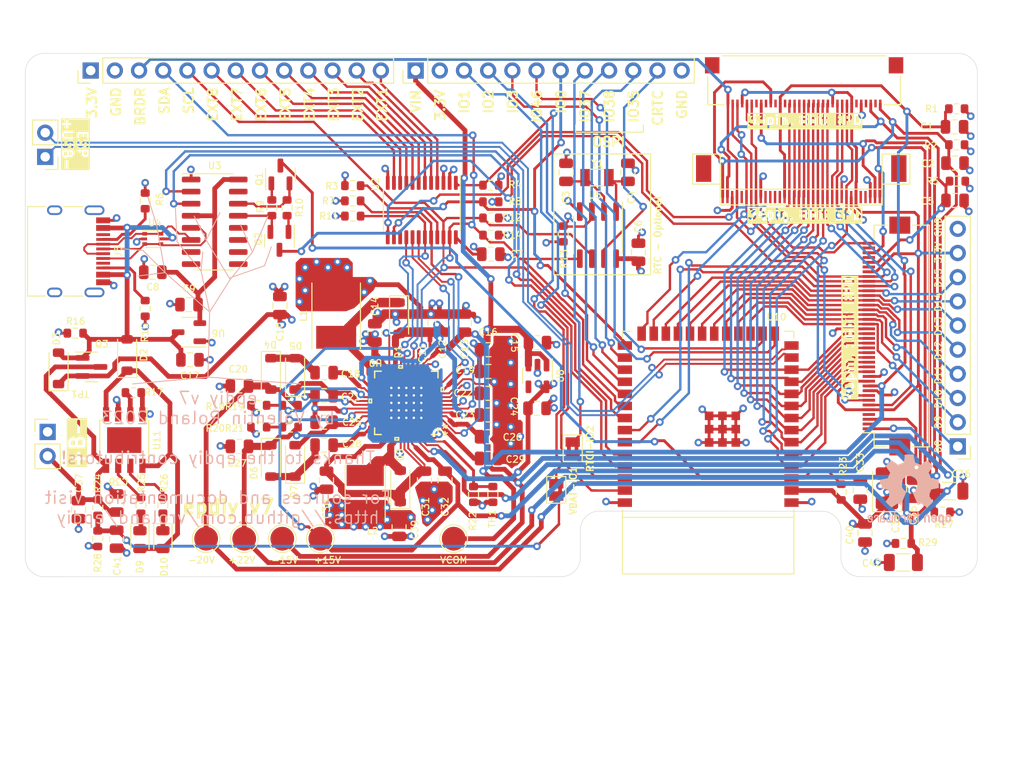
<source format=kicad_pcb>
(kicad_pcb (version 20221018) (generator pcbnew)
  (layers (0 "F.Cu" signal) (1 "In1.Cu" power) (2 "In2.Cu" power) (31 "B.Cu" signal) (34 "B.Paste" user) (35 "F.Paste" user) (36 "B.SilkS" user "B.Silkscreen") (37 "F.SilkS" user "F.Silkscreen") (38 "B.Mask" user) (39 "F.Mask" user) (44 "Edge.Cuts" user))
  (property "git_hash" "Git hash: <1bdea82>")
  (net 0 "")
  (net 1 "GND")
  (net 2 "Net-(U3-INT_LDO)")
  (net 3 "/+22V")
  (net 4 "/-20V")
  (net 5 "/-15V")
  (net 6 "/15V")
  (net 7 "/EN")
  (net 8 "/EP_OE")
  (net 9 "/EP_VCOM")
  (net 10 "/EP_MODE")
  (net 11 "Net-(U3-VREF)")
  (net 12 "/USB_TXD")
  (net 13 "/USB_RXD")
  (net 14 "Net-(D2-A)")
  (net 15 "EPD_VDD")
  (net 16 "/~{RTS}")
  (net 17 "Net-(U3-VEE_DRV)")
  (net 18 "/~{DTR}")
  (net 19 "Net-(U7-OSCI)")
  (net 20 "BAT+")
  (net 21 "VBUS")
  (net 22 "Net-(JP1-B)")
  (net 23 "Net-(D5-K)")
  (net 24 "/UART_3.3V")
  (net 25 "Net-(U3-VDDH_DRV)")
  (net 26 "Net-(D4-K)")
  (net 27 "Net-(D5-A)")
  (net 28 "Net-(D2-K)")
  (net 29 "/EP_STV")
  (net 30 "/VNEG_IN")
  (net 31 "Net-(U7-OSCO)")
  (net 32 "Net-(D1-K)")
  (net 33 "Net-(D4-A)")
  (net 34 "Net-(D8-K)")
  (net 35 "Net-(D10-K)")
  (net 36 "Net-(D9-K)")
  (net 37 "Net-(J1-CC1)")
  (net 39 "Net-(J1-CC2)")
  (net 40 "/SDA")
  (net 42 "/SCL")
  (net 43 "/TPS_PWR_GOOD")
  (net 44 "/TPS_nINT")
  (net 48 "/~{GPIO_INTR}")
  (net 49 "/TPS_WAKEUP")
  (net 50 "/TPS_VCOM_CTRL")
  (net 51 "/TPS_PWRUP")
  (net 52 "VIN")
  (net 53 "/USB_D-")
  (net 54 "/USB_D+")
  (net 55 "3.3V")
  (net 61 "/BORDER")
  (net 62 "/ESP_USB-")
  (net 63 "/ESP_USB+")
  (net 64 "/GPIO_1")
  (net 65 "/GPIO_2")
  (net 66 "/GPIO_46")
  (net 68 "/GPIO_37")
  (net 69 "/GPIO_36")
  (net 70 "/GPIO_35")
  (net 71 "/RTC_CLK")
  (net 72 "/RTC_INT")
  (net 73 "/IO0")
  (net 74 "Net-(Q3-B)")
  (net 75 "Net-(Q4-B)")
  (net 76 "/CKV")
  (net 77 "/XCL")
  (net 78 "/D0")
  (net 79 "/D1")
  (net 80 "/D2")
  (net 81 "/D3")
  (net 82 "/D4")
  (net 83 "/D5")
  (net 84 "/D6")
  (net 85 "/D7")
  (net 86 "/D8")
  (net 87 "/D9")
  (net 88 "/D10")
  (net 89 "/D11")
  (net 90 "/D12")
  (net 91 "/D13")
  (net 92 "/D14")
  (net 93 "/D15")
  (net 94 "/XSTL")
  (net 95 "/LEH")
  (net 96 "Net-(U11-~{STDBY})")
  (net 97 "Net-(U2-A0)")
  (net 98 "Net-(U11-~{CHRG})")
  (net 99 "Net-(U11-PROG)")
  (net 100 "Net-(U3-TS)")
  (net 101 "Net-(U3-VEE_FB)")
  (net 102 "Net-(U3-VDDH_FB)")
  (net 106 "/EXT1")
  (net 107 "/EXT2")
  (net 108 "/EXT3")
  (net 109 "/EXT4")
  (net 110 "/EXT5")
  (net 111 "/EXT6")
  (net 112 "/EXT7")
  (net 113 "/EXT8")
  (net 123 "/GPIO_3")
  (footprint "Resistor_SMD:R_0603_1608Metric" (layer "F.Cu") (at 73.9 25.1)
    (fp_text reference "R8")
    (fp_text value "10k")
  )
  (footprint "MountingHole:MountingHole_2.2mm_M2" (layer "F.Cu") (at 122.5 12)
    (fp_text reference "H2" hide)
    (fp_text value "MountingHole")
  )
  (footprint "Package_TO_SOT_SMD:SOT-23" (layer "F.Cu") (at 51.8 22.225 90)
    (fp_text reference "Q1")
    (fp_text value "MMBT3904")
  )
  (footprint "Resistor_SMD:R_0603_1608Metric" (layer "F.Cu") (at 50.9 25.725 -90)
    (fp_text reference "R9")
    (fp_text value "10k")
  )
  (footprint "Resistor_SMD:R_0603_1608Metric" (layer "F.Cu") (at 52.5 25.725 90)
    (fp_text reference "R10")
    (fp_text value "10k")
  )
  (footprint "Package_TO_SOT_SMD:SOT-23" (layer "F.Cu") (at 51.7 29.2 -90)
    (fp_text reference "Q2")
    (fp_text value "MMBT3904")
  )
  (footprint "Capacitor_SMD:C_0805_2012Metric" (layer "F.Cu") (at 78.75 46.8 180)
    (fp_text reference "C24")
    (fp_text value "10uF")
  )
  (footprint "Capacitor_SMD:C_0805_2012Metric" (layer "F.Cu") (at 34.6 56.75 -90)
    (fp_text reference "C38")
    (fp_text value "100nF")
  )
  (footprint "LED_SMD:LED_0805_2012Metric" (layer "F.Cu") (at 39.458 60.5995 -90)
    (fp_text reference "D10")
    (fp_text value "LED RED")
  )
  (footprint "Resistor_SMD:R_0603_1608Metric" (layer "F.Cu") (at 37.15 57 -90)
    (fp_text reference "R25")
    (fp_text value "1k")
  )
  (footprint "Resistor_SMD:R_0603_1608Metric" (layer "F.Cu") (at 39.458 57 -90)
    (fp_text reference "R26")
    (fp_text value "1k")
  )
  (footprint "LED_SMD:LED_0805_2012Metric" (layer "F.Cu") (at 37.045 60.5995 -90)
    (fp_text reference "D9")
    (fp_text value "LED GREEN")
  )
  (footprint "Capacitor_SMD:C_0805_2012Metric" (layer "F.Cu") (at 113.2 59.9 90)
    (fp_text reference "C40")
    (fp_text value "1uF")
  )
  (footprint "Capacitor_SMD:C_0805_2012Metric" (layer "F.Cu") (at 34.6 60.55 90)
    (fp_text reference "C41")
    (fp_text value "100nF")
  )
  (footprint "Capacitor_SMD:C_0805_2012Metric" (layer "F.Cu") (at 73.66 52.07 180)
    (fp_text reference "C29")
    (fp_text value "4.7uF")
  )
  (footprint "Capacitor_SMD:C_0805_2012Metric" (layer "F.Cu") (at 118.3 55.3 -90)
    (fp_text reference "C35")
    (fp_text value "10uF")
  )
  (footprint "Capacitor_SMD:C_1206_3216Metric" (layer "F.Cu") (at 117.225 63 180)
    (fp_text reference "C42")
    (fp_text value "1uF/50V")
  )
  (footprint "Capacitor_SMD:C_0805_2012Metric" (layer "F.Cu") (at 122.647 21.03)
    (fp_text reference "C2")
    (fp_text value "1uF/25V")
  )
  (footprint "Capacitor_SMD:C_1206_3216Metric" (layer "F.Cu") (at 122 55.5)
    (fp_text reference "C36")
    (fp_text value "1uF/50V")
  )
  (footprint "Capacitor_SMD:C_0805_2012Metric" (layer "F.Cu") (at 122.65 24.957)
    (fp_text reference "C5")
    (fp_text value "1uF/25V")
  )
  (footprint "Resistor_SMD:R_0603_1608Metric" (layer "F.Cu") (at 59.4 23.4 180)
    (fp_text reference "R3")
    (fp_text value "0")
  )
  (footprint "Resistor_SMD:R_0603_1608Metric" (layer "F.Cu") (at 72.0812 55.8466 90)
    (fp_text reference "R22")
    (fp_text value "43k")
  )
  (footprint "Resistor_SMD:R_0603_1608Metric" (layer "F.Cu") (at 117.225 61 180)
    (fp_text reference "R29")
    (fp_text value "47k")
  )
  (footprint "Resistor_SMD:R_0603_1608Metric" (layer "F.Cu") (at 122.825 19.1)
    (fp_text reference "R2")
    (fp_text value "47k")
  )
  (footprint "Resistor_SMD:R_0603_1608Metric" (layer "F.Cu") (at 121.3 57.7)
    (fp_text reference "R27")
    (fp_text value "47k")
  )
  (footprint "Resistor_SMD:R_0603_1608Metric" (layer "F.Cu") (at 122.9 22.925)
    (fp_text reference "R5")
    (fp_text value "47k")
  )
  (footprint "Resistor_SMD:R_0603_1608Metric" (layer "F.Cu") (at 74.1132 55.8466 -90)
    (fp_text reference "TH1")
    (fp_text value "10k/3380K")
  )
  (footprint "Package_SO:TSSOP-24_4.4x7.8mm_P0.65mm" (layer "F.Cu") (at 66.65 25.9625 -90)
    (fp_text reference "U2")
    (fp_text value "PCA9535PW")
  )
  (footprint "Capacitor_SMD:C_0805_2012Metric" (layer "F.Cu") (at 71.12 37.846 -90)
    (fp_text reference "C13")
    (fp_text value "4.7uF")
  )
  (footprint "Capacitor_Tantalum_SMD:CP_EIA-3528-15_AVX-H" (layer "F.Cu") (at 115.5 55.2 90)
    (fp_text reference "C34")
    (fp_text value "100uF")
  )
  (footprint "Capacitor_SMD:C_0805_2012Metric" (layer "F.Cu") (at 73.66 40.64)
    (fp_text reference "C16")
    (fp_text value "10uF")
  )
  (footprint "Resistor_SMD:R_0603_1608Metric" (layer "F.Cu") (at 52.832 46.482 180)
    (fp_text reference "R19")
    (fp_text value "1M")
  )
  (footprint "Inductor_SMD:L_Taiyo-Yuden_NR-40xx_HandSoldering" (layer "F.Cu") (at 60.706 55.753 90)
    (fp_text reference "L2")
    (fp_text value "2.2uH")
  )
  (footprint "Inductor_SMD:L_Taiyo-Yuden_NR-50xx_HandSoldering" (layer "F.Cu") (at 57.658 37.084 90)
    (fp_text reference "L1")
    (fp_text value "4.7uH")
  )
  (footprint "Resistor_SMD:R_0603_1608Metric" (layer "F.Cu") (at 49.53 48.768 180)
    (fp_text reference "R20")
    (fp_text value "47.5k")
  )
  (footprint "Resistor_SMD:R_0603_1608Metric" (layer "F.Cu") (at 52.832 48.768 180)
    (fp_text reference "R21")
    (fp_text value "1M")
  )
  (footprint "Resistor_SMD:R_0603_1608Metric" (layer "F.Cu") (at 49.53 46.482 180)
    (fp_text reference "R18")
    (fp_text value "52.3k")
  )
  (footprint "Capacitor_SMD:C_0805_2012Metric" (layer "F.Cu") (at 64.262 59.309 90)
    (fp_text reference "C39")
    (fp_text value "10uF")
  )
  (footprint "Capacitor_SMD:C_0805_2012Metric" (layer "F.Cu") (at 69.088 54.356 90)
    (fp_text reference "C32")
    (fp_text value "4.7uF")
  )
  (footprint "Capacitor_SMD:C_0805_2012Metric" (layer "F.Cu") (at 56.388 45.466 180)
    (fp_text reference "C21")
    (fp_text value "100nF")
  )
  (footprint "Capacitor_SMD:C_0805_2012Metric" (layer "F.Cu") (at 56.388 48.26)
    (fp_text reference "C25")
    (fp_text value "100nF")
  )
  (footprint "Capacitor_SMD:C_0805_2012Metric" (layer "F.Cu") (at 112.7 55.4 -90)
    (fp_text reference "C33")
    (fp_text value "100nF")
  )
  (footprint "epaper-breakout:TPS651851RSLR" (layer "F.Cu") (at 65.024 46.228 180)
    (fp_text reference "U9")
    (fp_text value "RSL48_4P4X4P4" hide)
  )
  (footprint "Capacitor_SMD:C_0805_2012Metric" (layer "F.Cu") (at 73.66 49.784 180)
    (fp_text reference "C26")
    (fp_text value "4.7uF")
  )
  (footprint "Capacitor_SMD:C_0805_2012Metric" (layer "F.Cu") (at 61.722 38.862 90)
    (fp_text reference "C14")
    (fp_text value "10uF")
  )
  (footprint "Capacitor_SMD:C_0805_2012Metric" (layer "F.Cu") (at 73.66 42.926 180)
    (fp_text reference "C19")
    (fp_text value "22uF")
  )
  (footprint "Diode_SMD:D_SOD-123" (layer "F.Cu") (at 50.8 52.324 -90)
    (fp_text reference "D6")
    (fp_text value "MBR0540")
  )
  (footprint "Diode_SMD:D_SOD-123" (layer "F.Cu") (at 53.34 52.324 90)
    (fp_text reference "D7")
    (fp_text value "MBR0540")
  )
  (footprint "Diode_SMD:D_SOD-123" (layer "F.Cu") (at 50.8 43.18 -90)
    (fp_text reference "D4")
    (fp_text value "MBR0540")
  )
  (footprint "Diode_SMD:D_SOD-123" (layer "F.Cu") (at 53.34 43.18 90)
    (fp_text reference "D5")
    (fp_text value "MBR0540")
  )
  (footprint "Capacitor_SMD:C_0805_2012Metric" (layer "F.Cu") (at 47.498 44.45)
    (fp_text reference "C20")
    (fp_text value "2.2uF")
  )
  (footprint "Capacitor_SMD:C_0805_2012Metric" (layer "F.Cu") (at 66.548 37.846 90)
    (fp_text reference "C11")
    (fp_text value "4.7uF")
  )
  (footprint "Capacitor_SMD:C_0805_2012Metric" (layer "F.Cu") (at 73.66 47.498)
    (fp_text reference "C23")
    (fp_text value "4.7uF")
  )
  (footprint "Capacitor_SMD:C_0805_2012Metric" (layer "F.Cu") (at 56.388 43.053)
    (fp_text reference "C18")
    (fp_text value "10nF")
  )
  (footprint "Capacitor_SMD:C_0805_2012Metric" (layer "F.Cu") (at 68.834 37.846 90)
    (fp_text reference "C12")
    (fp_text value "4.7uF")
  )
  (footprint "Capacitor_SMD:C_0805_2012Metric" (layer "F.Cu") (at 56.388 50.673)
    (fp_text reference "C28")
    (fp_text value "10nF")
  )
  (footprint "Capacitor_SMD:C_0805_2012Metric" (layer "F.Cu") (at 47.498 50.8 180)
    (fp_text reference "C27")
    (fp_text value "2.2uF")
  )
  (footprint "Capacitor_SMD:C_0805_2012Metric" (layer "F.Cu") (at 73.66 45.2247 180)
    (fp_text reference "C22")
    (fp_text value "4.7uF")
  )
  (footprint "Capacitor_SMD:C_0805_2012Metric" (layer "F.Cu") (at 66.929 54.356 90)
    (fp_text reference "C31")
    (fp_text value "4.7uF")
  )
  (footprint "Diode_SMD:D_SOD-123" (layer "F.Cu") (at 64.389 54.991 90)
    (fp_text reference "D8")
    (fp_text value "MBR0540")
  )
  (footprint "Capacitor_SMD:C_0805_2012Metric" (layer "F.Cu") (at 78.8 39.9)
    (fp_text reference "C15")
    (fp_text value "10uF")
  )
  (footprint "Capacitor_SMD:C_0805_2012Metric" (layer "F.Cu") (at 122.6 17.221)
    (fp_text reference "C1")
    (fp_text value "1uF/25V")
  )
  (footprint "Resistor_SMD:R_0603_1608Metric" (layer "F.Cu") (at 122.825 15.321)
    (fp_text reference "R1")
    (fp_text value "100k")
  )
  (footprint "Diode_SMD:D_SOD-123" (layer "F.Cu") (at 64.262 37.338 -90)
    (fp_text reference "D1")
    (fp_text value "MBR0540")
  )
  (footprint "Resistor_SMD:R_0603_1608Metric" (layer "F.Cu") (at 32.621 60.5 -90)
    (fp_text reference "R28")
    (fp_text value "150k")
  )
  (footprint "Resistor_SMD:R_0603_1608Metric" (layer "F.Cu") (at 32.621 57.226 -90)
    (fp_text reference "R24")
    (fp_text value "680k")
  )
  (footprint "Capacitor_SMD:C_0805_2012Metric" (layer "F.Cu") (at 51.75 36 -90)
    (fp_text reference "C10")
    (fp_text value "22uF")
  )
  (footprint "Capacitor_SMD:C_0805_2012Metric" (layer "F.Cu") (at 56.642 54.356 90)
    (fp_text reference "C30")
    (fp_text value "4.7uF")
  )
  (footprint "TestPoint:TestPoint_Pad_D2.5mm" (layer "F.Cu") (at 52 60.5)
    (fp_text reference "TP3" hide)
    (fp_text value "-15V")
  )
  (footprint "TestPoint:TestPoint_Pad_D2.5mm" (layer "F.Cu") (at 44 60.5)
    (fp_text reference "TP1")
    (fp_text value "-20V")
  )
  (footprint "TestPoint:TestPoint_Pad_D2.5mm" (layer "F.Cu") (at 56 60.5)
    (fp_text reference "TP4" hide)
    (fp_text value "+15V")
  )
  (footprint "TestPoint:TestPoint_Pad_D2.5mm" (layer "F.Cu") (at 70 60.5)
    (fp_text reference "TP5" hide)
    (fp_text value "VCOM")
  )
  (footprint "MountingHole:MountingHole_2.2mm_M2" (layer "F.Cu") (at 122.5 62)
    (fp_text reference "H4" hide)
    (fp_text value "MountingHole")
  )
  (footprint "Capacitor_SMD:C_0805_2012Metric" (layer "F.Cu") (at 73.9 30.6)
    (fp_text reference "C7")
    (fp_text value "100nF")
  )
  (footprint "Resistor_SMD:R_0603_1608Metric" (layer "F.Cu") (at 110.7 55.6 -90)
    (fp_text reference "R23")
    (fp_text value "10k")
  )
  (footprint "Resistor_SMD:R_0603_1608Metric" (layer "F.Cu") (at 73.9 28.6 180)
    (fp_text reference "R14")
    (fp_text value "10k")
  )
  (footprint "Resistor_SMD:R_0603_1608Metric" (layer "F.Cu") (at 73.9 26.8 180)
    (fp_text reference "R12")
    (fp_text value "10k")
  )
  (footprint "Resistor_SMD:R_0603_1608Metric" (layer "F.Cu") (at 59.4 26.6)
    (fp_text reference "R11")
    (fp_text value "10k")
  )
  (footprint "Resistor_SMD:R_0603_1608Metric" (layer "F.Cu") (at 59.4 25)
    (fp_text reference "R7")
    (fp_text value "10k")
  )
  (footprint "TestPoint:TestPoint_Pad_D2.5mm" (layer "F.Cu") (at 48 60.5)
    (fp_text reference "TP2" hide)
    (fp_text value "+22V")
  )
  (footprint "epaper-breakout:TP4056_SOP-8-PP" (layer "F.Cu") (at 35.4 50.141 -90)
    (fp_text reference "U11")
    (fp_text value "TP4056")
  )
  (footprint "Diode_SMD:D_SOD-123" (layer "F.Cu") (at 35.7 41.2 90)
    (fp_text reference "D2")
    (fp_text value "1N5817")
  )
  (footprint "Resistor_SMD:R_0603_1608Metric" (layer "F.Cu") (at 36.35 45.15 180)
    (fp_text reference "R17")
    (fp_text value "6.8k")
  )
  (footprint "MountingHole:MountingHole_2.2mm_M2" (layer "F.Cu") (at 27.5 62)
    (fp_text reference "H3" hide)
    (fp_text value "MountingHole")
  )
  (footprint "Connector_PinHeader_2.54mm:PinHeader_1x02_P2.54mm_Vertical" (layer "F.Cu") (at 27.35 49.275)
    (fp_text reference "J6" hide)
    (fp_text value "CONN_BAT")
  )
  (footprint "Package_TO_SOT_SMD:SOT-23-3" (layer "F.Cu") (at 42.2 38.8 180)
    (fp_text reference "U6")
    (fp_text value "XC6206PxxxMR")
  )
  (footprint "Package_TO_SOT_SMD:SOT-666" (layer "F.Cu") (at 38.4 29)
    (fp_text reference "U4")
    (fp_text value "USBLC6-2P6")
  )
  (footprint "Connector_FFC-FPC:Hirose_FH12-40S-0.5SH_1x40-1MP_P0.50mm_Horizontal" (layer "F.Cu") (at 115.45 39.2 90)
    (fp_text reference "U7" hide)
    (fp_text value "ED078KH6")
  )
  (footprint "Capacitor_SMD:C_0805_2012Metric" (layer "F.Cu") (at 38.4 32.5)
    (fp_text reference "C8")
    (fp_text value "100nF")
  )
  (footprint "epaper-breakout:X05A20H34G" (layer "F.Cu") (at 106.5 24.6 180)
    (fp_text reference "U1" hide)
    (fp_text value "ED060XC5")
  )
  (footprint "Package_TO_SOT_SMD:SOT-23" (layer "F.Cu") (at 31.95 42.45)
    (fp_text reference "Q3")
    (fp_text value "AO3401A")
  )
  (footprint "Jumper:SolderJumper-2_P1.3mm_Bridged2Bar_Pad1.0x1.5mm" (layer "F.Cu") (at 80.772 55.372 -90)
    (fp_text reference "JP2" hide)
    (fp_text value "VBAT_GPIO2")
  )
  (footprint "Capacitor_SMD:C_0805_2012Metric" (layer "F.Cu") (at 88.3 22 -90)
    (fp_text reference "C4")
    (fp_text value "12pF")
  )
  (footprint "Connector_PinHeader_2.54mm:PinHeader_1x02_P2.54mm_Vertical" (layer "F.Cu") (at 27.1 20.375 180)
    (fp_text reference "J4" hide)
    (fp_text value "USB_HDR")
  )
  (footprint "Package_SO:SOIC-8_3.9x4.9mm_P1.27mm" (layer "F.Cu") (at 85.15 28.6 -90)
    (fp_text reference "U5")
    (fp_text value "PCF8563T")
  )
  (footprint "Resistor_SMD:R_0603_1608Metric" (layer "F.Cu") (at 37.6 25 90)
    (fp_text reference "R6")
    (fp_text value "5.1k")
  )
  (footprint "Resistor_SMD:R_0603_1608Metric" (layer "F.Cu") (at 30.25 38.9 180)
    (fp_text reference "R16")
    (fp_text value "100k")
  )
  (footprint "Resistor_SMD:R_0603_1608Metric" (layer "F.Cu") (at 73.9 23.35 180)
    (fp_text reference "R4")
    (fp_text value "10k")
  )
  (footprint "Package_TO_SOT_SMD:TSOT-23-5" (layer "F.Cu") (at 78.8 43.4 -90)
    (fp_text reference "U8")
    (fp_text value "RT9080-33GJ5")
  )
  (footprint "epaper-breakout:CONN_ED097OC4" (layer "F.Cu") (at 106.8 17.21675)
    (fp_text reference "J3" hide)
    (fp_text value "XF2M-3315-1A" hide)
  )
  (footprint "Capacitor_SMD:C_0805_2012Metric" (layer "F.Cu") (at 81.8 22 -90)
    (fp_text reference "C3")
    (fp_text value "12pF")
  )
  (footprint "Resistor_SMD:R_0603_1608Metric" (layer "F.Cu") (at 81.5 28.475 -90)
    (fp_text reference "R13")
    (fp_text value "10k")
  )
  (footprint "Capacitor_SMD:C_0805_2012Metric" (layer "F.Cu") (at 42.3 41.7 180)
    (fp_text reference "C17")
    (fp_text value "1uF")
  )
  (footprint "Capacitor_SMD:C_0805_2012Metric" (layer "F.Cu") (at 30.6 57.45 90)
    (fp_text reference "C37")
    (fp_text value "10uF")
  )
  (footprint "Jumper:SolderJumper-2_P1.3mm_Bridged2Bar_Pad1.0x1.5mm" (layer "F.Cu") (at 82.5 51 -90)
    (fp_text reference "JP1" hide)
    (fp_text value "RTCINT_GPIO1")
  )
  (footprint "Connector_PinHeader_2.54mm:PinHeader_1x10_P2.54mm_Vertical" (layer "F.Cu") (at 122.936 50.8 180)
    (fp_text reference "J7" hide)
    (fp_text value "8BIT_HEADER")
  )
  (footprint "Resistor_SMD:R_0603_1608Metric" (layer "F.Cu") (at 37.6 36.3 -90)
    (fp_text reference "R15")
    (fp_text value "5.1k")
  )
  (footprint "Connector_PinHeader_2.54mm:PinHeader_1x12_P2.54mm_Vertical" (layer "F.Cu") (at 66 11.3 90)
    (fp_text reference "J2" hide)
    (fp_text value "ESP_HDR")
  )
  (footprint "Espressif:ESP32-S3-WROOM-1" (layer "F.Cu") (at 96.725 48.45 180)
    (fp_text reference "U10")
    (fp_text value "ESP32-S3-WROOM-1")
  )
  (footprint "Connector_PinHeader_2.54mm:PinHeader_1x13_P2.54mm_Vertical" (layer "F.Cu") (at 31.875 11.3 90)
    (fp_text reference "J1" hide)
    (fp_text value "EXTENSION_HEADER")
  )
  (footprint "MountingHole:MountingHole_2.2mm_M2" (layer "F.Cu") (at 27.5 12)
    (fp_text reference "H1" hide)
    (fp_text value "MountingHole")
  )
  (footprint "Capacitor_SMD:C_0805_2012Metric" (layer "F.Cu") (at 89.4 30.4 -90)
    (fp_text reference "C6")
    (fp_text value "100nF")
  )
  (footprint "Package_SO:SOIC-16_3.9x9.9mm_P1.27mm" (layer "F.Cu") (at 44.9 27.2)
    (fp_text reference "U3")
    (fp_text value "CH340C")
  )
  (footprint "Connector_USB:USB_C_Receptacle_HRO_TYPE-C-31-M-12" (layer "F.Cu") (at 29.14 30.3 -90)
    (fp_text reference "J5")
    (fp_text value "USB_C_Receptacle_USB2.0")
  )
  (footprint "Capacitor_SMD:C_0805_2012Metric" (layer "F.Cu") (at 42.2 35.9)
    (fp_text reference "C9")
    (fp_text value "1uF")
  )
  (footprint "Diode_SMD:D_SOD-123" (layer "F.Cu") (at 28.5 42.6 90)
    (fp_text reference "D3")
    (fp_text value "MBR0540")
  )
  (footprint "Crystal:Crystal_SMD_3215-2Pin_3.2x1.5mm" (layer "F.Cu") (at 85.05 22.55)
    (fp_text reference "Y1")
    (fp_text value "32.768K")
  )
  (footprint "Symbol:OSHW-Logo2_9.8x8mm_SilkScreen" (layer "B.Cu") (at 117.856 55.372 180)
    (fp_text reference "#SYM101" hide)
    (fp_text value "OSHW-Logo2_9.8x8mm_SilkScreen" hide)
  )
  (gr_line (start 46.528002 33.257997) (end 44.008004 29.118001) (stroke (width 0.1)) (layer "B.SilkS"))
  (gr_line (start 48.868 30.378) (end 50.487998 26.598003) (stroke (width 0.1)) (layer "B.SilkS"))
  (gr_line (start 38.788009 27.498002) (end 37.88801 24.618005) (stroke (width 0.1)) (layer "B.SilkS"))
  (gr_line (start 43.468005 32.357998) (end 40.948007 29.298001) (stroke (width 0.1)) (layer "B.SilkS"))
  (gr_line (start 50.127999 31.817998) (end 50.847998 29.838) (stroke (width 0.1)) (layer "B.SilkS"))
  (gr_line (start 39.688008 32.537998) (end 38.788009 27.498002) (stroke (width 0.1)) (layer "B.SilkS"))
  (gr_line (start 46.528002 33.077997) (end 50.127999 31.817998) (stroke (width 0.1)) (layer "B.SilkS"))
  (gr_line (start 44.188004 43.517987) (end 44.368004 36.677994) (stroke (width 0.1)) (layer "B.SilkS"))
  (gr_line (start 39.688008 32.537998) (end 36.808011 32.897997) (stroke (width 0.1)) (layer "B.SilkS"))
  (gr_line (start 40.948007 29.298001) (end 40.768007 25.698004) (stroke (width 0.1)) (layer "B.SilkS"))
  (gr_line (start 44.368004 36.677994) (end 39.688008 32.537998) (stroke (width 0.1)) (layer "B.SilkS"))
  (gr_line (start 48.868 30.378) (end 47.608001 27.498002) (stroke (width 0.1)) (layer "B.SilkS"))
  (gr_line (start 37.34801 30.198) (end 35.008012 30.018) (stroke (width 0.1)) (layer "B.SilkS"))
  (gr_line (start 44.008004 29.118001) (end 42.748005 26.598003) (stroke (width 0.1)) (layer "B.SilkS"))
  (gr_line (start 46.528002 33.257997) (end 48.868 30.378) (stroke (width 0.1)) (layer "B.SilkS"))
  (gr_line (start 44.188004 43.517987) (end 36.268011 44.237987) (stroke (width 0.1)) (layer "B.SilkS"))
  (gr_line (start 39.688008 32.537998) (end 37.34801 30.198) (stroke (width 0.1)) (layer "B.SilkS"))
  (gr_line (start 44.008004 29.118001) (end 45.448003 26.238003) (stroke (width 0.1)) (layer "B.SilkS"))
  (gr_line (start 43.468005 32.357998) (end 43.648005 30.378) (stroke (width 0.1)) (layer "B.SilkS"))
  (gr_line (start 44.368004 36.677994) (end 43.468005 32.357998) (stroke (width 0.1)) (layer "B.SilkS"))
  (gr_line (start 44.188004 43.517987) (end 53.907995 44.237987) (stroke (width 0.1)) (layer "B.SilkS"))
  (gr_line (start 44.368004 36.677994) (end 46.528002 33.257997) (stroke (width 0.1)) (layer "B.SilkS"))
  (gr_line (start 89.916 17.78) (end 89.916 17.018) (stroke (width 0.12)) (layer "F.SilkS"))
  (gr_line (start 80.518 32.766) (end 80.518 20.066) (stroke (width 0.12)) (layer "F.SilkS"))
  (gr_line (start 90.17 20.066) (end 90.678 20.066) (stroke (width 0.12)) (layer "F.SilkS"))
  (gr_line (start 89.662 17.78) (end 89.916 17.78) (stroke (width 0.12)) (layer "F.SilkS"))
  (gr_line (start 82.804 17.78) (end 89.662 17.78) (stroke (width 0.12)) (layer "F.SilkS"))
  (gr_line (start 82.804 17.018) (end 82.804 17.78) (stroke (width 0.12)) (layer "F.SilkS"))
  (gr_line (start 90.678 32.766) (end 80.518 32.766) (stroke (width 0.12)) (layer "F.SilkS"))
  (gr_line (start 90.678 20.066) (end 90.678 32.766) (stroke (width 0.12)) (layer "F.SilkS"))
  (gr_line (start 80.518 20.066) (end 90.17 20.066) (stroke (width 0.12)) (layer "F.SilkS"))
  (gr_line (start 25 62.5) (end 25 11.5) (stroke (width 0.05)) (layer "Edge.Cuts"))
  (gr_line (start 27 64.5) (end 81.3 64.485786) (stroke (width 0.05)) (layer "Edge.Cuts"))
  (gr_line (start 125 11.5) (end 125 62.5) (stroke (width 0.05)) (layer "Edge.Cuts"))
  (gr_line (start 27 9.5) (end 123 9.5) (stroke (width 0.05)) (layer "Edge.Cuts"))
  (gr_arc (start 25 11.5) (mid 25.585786 10.085786) (end 27 9.5) (stroke (width 0.05)) (layer "Edge.Cuts"))
  (gr_arc (start 83.3 59.6) (mid 83.885782 58.185782) (end 85.3 57.6) (stroke (width 0.05)) (layer "Edge.Cuts"))
  (gr_line (start 83.3 62.485786) (end 83.3 59.6) (stroke (width 0.05)) (layer "Edge.Cuts"))
  (gr_arc (start 83.3 62.485786) (mid 82.714218 63.900004) (end 81.3 64.485786) (stroke (width 0.05)) (layer "Edge.Cuts"))
  (gr_arc (start 112.666214 64.485786) (mid 111.251996 63.900004) (end 110.666214 62.485786) (stroke (width 0.05)) (layer "Edge.Cuts"))
  (gr_line (start 88.7 57.6) (end 85.3 57.6) (stroke (width 0.05)) (layer "Edge.Cuts"))
  (gr_arc (start 123 9.5) (mid 124.414214 10.085786) (end 125 11.5) (stroke (width 0.05)) (layer "Edge.Cuts"))
  (gr_arc (start 27 64.5) (mid 25.585786 63.914214) (end 25 62.5) (stroke (width 0.05)) (layer "Edge.Cuts"))
  (gr_line (start 110.666214 62.485786) (end 110.685791 59.614213) (stroke (width 0.05)) (layer "Edge.Cuts"))
  (gr_arc (start 125 62.5) (mid 124.414214 63.914214) (end 123 64.5) (stroke (width 0.05)) (layer "Edge.Cuts"))
  (gr_line (start 112.666214 64.485786) (end 123 64.5) (stroke (width 0.05)) (layer "Edge.Cuts"))
  (gr_arc (start 108.685791 57.614213) (mid 110.1 58.2) (end 110.685791 59.614213) (stroke (width 0.05)) (layer "Edge.Cuts"))
  (gr_line (start 108.685791 57.614213) (end 88.7 57.6) (stroke (width 0.05)) (layer "Edge.Cuts"))
  (gr_text "epdiy v7\nby Valentin Roland 2023\n\nThanks to the epdiy contributors!\n\nFor sources and documentation visit\nhttps://github.com/vroland/epdiy" (at 45.25 52) (layer "B.SilkS") (effects (font (size 1.3 1.3)) (justify mirror)))
  (gr_text "+B-" (at 30.5 50.4 90) (layer "F.SilkS" knockout) (effects (font (size 1.5 1.5) (thickness 0.3))))
  (gr_text "EXT4" (at 54.864 12.954 90) (layer "F.SilkS") (effects (font (size 1 1) (thickness 0.2)) (justify right)))
  (gr_text "EXT8" (at 44.704 12.954 90) (layer "F.SilkS") (effects (font (size 1 1) (thickness 0.2)) (justify right)))
  (gr_text "VIN" (at 66.04 13.208 90) (layer "F.SilkS") (effects (font (size 1 1) (thickness 0.2)) (justify right)))
  (gr_text "VBAT-IO1" (at 82.55 52.832 90) (layer "F.SilkS") (effects (font (size 0.7 0.7)) (justify right)))
  (gr_text "SCL" (at 42.164 12.954 90) (layer "F.SilkS") (effects (font (size 1 1) (thickness 0.2)) (justify right)))
  (gr_text "EXT3" (at 57.404 12.954 90) (layer "F.SilkS") (effects (font (size 1 1) (thickness 0.2)) (justify right)))
  (gr_text "IO46" (at 78.74 13.208 90) (layer "F.SilkS") (effects (font (size 1 1) (thickness 0.2)) (justify right)))
  (gr_text "EXT5" (at 52.324 12.954 90) (layer "F.SilkS") (effects (font (size 1 1) (thickness 0.2)) (justify right)))
  (gr_text "ESP\n+USB-" (at 30.226 19.05 270) (layer "F.SilkS" knockout) (effects (font (size 1 1) (thickness 0.2))))
  (gr_text "EXT7" (at 47.244 12.954 90) (layer "F.SilkS") (effects (font (size 1 1) (thickness 0.2)) (justify right)))
  (gr_text "D15" (at 120.904 32.004 90) (layer "F.SilkS") (effects (font (size 0.7 0.7) (thickness 0.12) bold) (justify right)))
  (gr_text "IO1" (at 71.12 13.208 90) (layer "F.SilkS") (effects (font (size 1 1) (thickness 0.2)) (justify right)))
  (gr_text "40pin, 16bit EPD" (at 111.506 32.766 90) (layer "F.SilkS" knockout) (effects (font (size 1 1) (thickness 0.2)) (justify right)))
  (gr_text "RTCI-IO2" (at 84.328 48.514 90) (layer "F.SilkS") (effects (font (size 0.7 0.7)) (justify right)))
  (gr_text "D8" (at 120.904 50.038 90) (layer "F.SilkS") (effects (font (size 0.7 0.7) (thickness 0.12) bold) (justify right)))
  (gr_text "GND" (at 120.904 26.61 90) (layer "F.SilkS") (effects (font (size 0.7 0.7) (thickness 0.12) bold) (justify right)))
  (gr_text "EXT2" (at 59.944 12.954 90) (layer "F.SilkS") (effects (font (size 1 1) (thickness 0.2)) (justify right)))
  (gr_text "GND" (at 34.544 12.954 90) (layer "F.SilkS") (effects (font (size 1 1) (thickness 0.2)) (justify right)))
  (gr_text "33pin, 8bit EPD" (at 113.03 16.51) (layer "F.SilkS" knockout) (effects (font (size 1 1) (thickness 0.2)) (justify right)))
  (gr_text "SDA" (at 39.624 12.954 90) (layer "F.SilkS") (effects (font (size 1 1) (thickness 0.2)) (justify right)))
  (gr_text "CRTC" (at 91.44 13.208 90) (layer "F.SilkS") (effects (font (size 1 1) (thickness 0.2)) (justify right)))
  (gr_text "EXT1" (at 62.484 12.954 90) (layer "F.SilkS") (effects (font (size 1 1) (thickness 0.2)) (justify right)))
  (gr_text "D13" (at 120.904 37.084 90) (layer "F.SilkS") (effects (font (size 0.7 0.7) (thickness 0.12) bold) (justify right)))
  (gr_text "D10" (at 120.904 44.704 90) (layer "F.SilkS") (effects (font (size 0.7 0.7) (thickness 0.12) bold) (justify right)))
  (gr_text "IO3" (at 76.2 13.208 90) (layer "F.SilkS") (effects (font (size 1 1) (thickness 0.2)) (justify right)))
  (gr_text "IO38" (at 86.36 13.208 90) (layer "F.SilkS") (effects (font (size 1 1) (thickness 0.2)) (justify right)))
  (gr_text "D14" (at 120.904 34.544 90) (layer "F.SilkS") (effects (font (size 0.7 0.7) (thickness 0.12) bold) (justify right)))
  (gr_text "IO0" (at 81.28 13.208 90) (layer "F.SilkS") (effects (font (size 1 1) (thickness 0.2)) (justify right)))
  (gr_text "GND" (at 93.98 13.208 90) (layer "F.SilkS") (effects (font (size 1 1) (thickness 0.2)) (justify right)))
  (gr_text "IO2" (at 73.66 13.208 90) (layer "F.SilkS") (effects (font (size 1 1) (thickness 0.2)) (justify right)))
  (gr_text "3.3V" (at 68.58 13.208 90) (layer "F.SilkS") (effects (font (size 1 1) (thickness 0.2)) (justify right)))
  (gr_text "RTC - Optional" (at 91.44 24.384 90) (layer "F.SilkS") (effects (font (size 0.7 0.7)) (justify right)))
  (gr_text "3.3V" (at 120.904 29.21 90) (layer "F.SilkS") (effects (font (size 0.7 0.7) (thickness 0.12) bold) (justify right)))
  (gr_text "34pin, 8bit EPD" (at 113.03 26.416) (layer "F.SilkS" knockout) (effects (font (size 1 1) (thickness 0.2)) (justify right)))
  (gr_text "3.3V" (at 32.004 12.954 90) (layer "F.SilkS") (effects (font (size 1 1) (thickness 0.2)) (justify right)))
  (gr_text "OSPI" (at 88.138 18.796) (layer "F.SilkS") (effects (font (size 1 1) (thickness 0.2)) (justify right)))
  (gr_text "EXT6" (at 49.784 12.954 90) (layer "F.SilkS") (effects (font (size 1 1) (thickness 0.2)) (justify right)))
  (gr_text "D11" (at 120.904 42.164 90) (layer "F.SilkS") (effects (font (size 0.7 0.7) (thickness 0.12) bold) (justify right)))
  (gr_text "IO37" (at 83.82 13.208 90) (layer "F.SilkS") (effects (font (size 1 1) (thickness 0.2)) (justify right)))
  (gr_text "D9" (at 120.904 47.498 90) (layer "F.SilkS") (effects (font (size 0.7 0.7) (thickness 0.12) bold) (justify right)))
  (gr_text "epdiy v7" (at 51.308 57.15) (layer "F.SilkS") (effects (font (size 1.5 1.5) (thickness 0.3)) (justify right)))
  (gr_text "IO35" (at 88.9 13.208 90) (layer "F.SilkS") (effects (font (size 1 1) (thickness 0.2)) (justify right)))
  (gr_text "D12" (at 120.904 39.624 90) (layer "F.SilkS") (effects (font (size 0.7 0.7) (thickness 0.12) bold) (justify right)))
  (gr_text "BRDR\n" (at 37.084 12.954 90) (layer "F.SilkS") (effects (font (size 1 1) (thickness 0.2)) (justify right)))
  (segment (start 63.854 36.896) (end 67.604 36.896) (width 1) (layer "F.Cu") (net 1))
  (segment (start 67.604 36.896) (end 71.12 36.896) (width 1) (layer "F.Cu") (net 1))
  (segment (start 67.944 55.306) (end 69.088 55.306) (width 0.5) (layer "F.Cu") (net 1))
  (segment (start 66.548 36.185998) (end 66.548 36.896) (width 0.5) (layer "F.Cu") (net 1))
  (segment (start 99.625 50.39) (end 100.69 50.39) (width 0.3) (layer "F.Cu") (net 1))
  (segment (start 118.3 56.25) (end 118.3 55.4095) (width 0.3) (layer "F.Cu") (net 1))
  (segment (start 123.475 55.5) (end 123.475 54.025) (width 0.3) (layer "F.Cu") (net 1))
  (segment (start 67.287999 42.164) (end 68.072 42.164) (width 0.2) (layer "F.Cu") (net 1))
  (segment (start 56.642 55.306) (end 55.944 55.306) (width 0.5) (layer "F.Cu") (net 1))
  (segment (start 98.605908 25.99) (end 98.597954 25.997954) (width 0.3) (layer "F.Cu") (net 1))
  (segment (start 111.75 24.6) (end 111.75 25.75) (width 0.3) (layer "F.Cu") (net 1))
  (segment (start 66.929 55.306) (end 66.929 56.321) (width 0.5) (layer "F.Cu") (net 1))
  (segment (start 98.597954 25.997954) (end 98.595908 26) (width 0.3) (layer "F.Cu") (net 1))
  (segment (start 66.823999 43.253) (end 66.823999 42.628) (width 0.2) (layer "F.Cu") (net 1))
  (segment (start 102.25 24.6) (end 102.25 22.65) (width 0.3) (layer "F.Cu") (net 1))
  (segment (start 123.65 19.15) (end 124.3 19.8) (width 0.3) (layer "F.Cu") (net 1))
  (segment (start 67.224001 49.686872) (end 67.448129 49.911) (width 0.2) (layer "F.Cu") (net 1))
  (segment (start 79.75 39.9) (end 80.6 39.9) (width 0.3) (layer "F.Cu") (net 1))
  (segment (start 33.185 27.05) (end 34.35 27.05) (width 0.3) (layer "F.Cu") (net 1))
  (segment (start 37.45 31.15) (end 37.5 31.1) (width 0.3) (layer "F.Cu") (net 1))
  (segment (start 115.75 63) (end 114.5 63) (width 0.3) (layer "F.Cu") (net 1))
  (segment (start 71.12 36.896) (end 72.104 36.896) (width 0.5) (layer "F.Cu") (net 1))
  (segment (start 48.705 48.768) (end 48.705 48.955) (width 0.5) (layer "F.Cu") (net 1))
  (segment (start 107.49 56.71) (end 107.6 56.6) (width 0.3) (layer "F.Cu") (net 1))
  (segment (start 45.55 50.8) (end 45.5 50.75) (width 0.5) (layer "F.Cu") (net 1))
  (segment (start 72.6316 56.6716) (end 73 57.04) (width 0.5) (layer "F.Cu") (net 1))
  (segment (start 31.725 61.325) (end 31.65 61.25) (width 0.5) (layer "F.Cu") (net 1))
  (segment (start 61.2 33.4) (end 61.61001 33.81001) (width 0.5) (layer "F.Cu") (net 1))
  (segment (start 51.75 35.05) (end 51.75 34.75) (width 0.5) (layer "F.Cu") (net 1))
  (segment (start 79.7 46.8) (end 80.49 46.8) (width 0.5) (layer "F.Cu") (net 1))
  (segment (start 34.45 55.8) (end 33.65 55) (width 0.5) (layer "F.Cu") (net 1))
  (segment (start 112.799998 15.899998) (end 112.9 16) (width 0.3) (layer "F.Cu") (net 1))
  (segment (start 86.11 56.71) (end 86 56.6) (width 0.3) (layer "F.Cu") (net 1))
  (segment (start 67.448129 49.911) (end 68.072 49.911) (width 0.2) (layer "F.Cu") (net 1))
  (segment (start 64.262 60.259) (end 62.759 60.259) (width 0.5) (layer "F.Cu") (net 1))
  (segment (start 58.763181 46.827999) (end 58.496777 47.094403) (width 0.2) (layer "F.Cu") (net 1))
  (segment (start 96.825 48.99) (end 99.625 48.99) (width 0.3) (layer "F.Cu") (net 1))
  (segment (start 74.85 30.6) (end 75.371485 30.6) (width 0.3) (layer "F.Cu") (net 1))
  (segment (start 55.438 48.26) (end 55.438 46.812) (width 0.5) (layer "F.Cu") (net 1))
  (segment (start 123.55 17.45) (end 124.3 18.2) (width 0.3) (layer "F.Cu") (net 1))
  (segment (start 96.825 50.39) (end 96.825 47.59) (width 0.3) (layer "F.Cu") (net 1))
  (segment (start 96.825 47.59) (end 99.625 47.59) (width 0.3) (layer "F.Cu") (net 1))
  (segment (start 100.69 50.39) (end 100.7 50.4) (width 0.3) (layer "F.Cu") (net 1))
  (segment (start 89.4 29.45) (end 89.4 28.7) (width 0.3) (layer "F.Cu") (net 1))
  (segment (start 98.225 50.39) (end 98.225 47.59) (width 0.3) (layer "F.Cu") (net 1))
  (segment (start 55.438 45.466) (end 54.534785 45.466) (width 0.5) (layer "F.Cu") (net 1))
  (segment (start 64.434009 49.213008) (end 64.434009 51.517935) (width 0.2) (layer "F.Cu") (net 1))
  (segment (start 123.725 23.225) (end 124.2 23.7) (width 0.3) (layer "F.Cu") (net 1))
  (segment (start 43.3375 39.75) (end 44.45 39.75) (width 0.3) (layer "F.Cu") (net 1))
  (segment (start 58.575 22.325) (end 58.6 22.3) (width 0.3) (layer "F.Cu") (net 1))
  (segment (start 69.088 56.070999) (end 68.658999 56.5) (width 0.5) (layer "F.Cu") (net 1))
  (segment (start 42.425 21.725) (end 42.4 21.7) (width 0.3) (layer "F.Cu") (net 1))
  (segment (start 66.929 56.321) (end 66.75 56.5) (width 0.5) (layer "F.Cu") (net 1))
  (segment (start 71.12 36.18) (end 71.12 36.896) (width 0.5) (layer "F.Cu") (net 1))
  (segment (start 54.534785 45.466) (end 54.396686 45.604099) (width 0.5) (layer "F.Cu") (net 1))
  (segment (start 95.71 50.39) (end 95.7 50.4) (width 0.3) (layer "F.Cu") (net 1))
  (segment (start 68.925 21.6345) (end 68.9595 21.6) (width 0.3) (layer "F.Cu") (net 1))
  (segment (start 68.5 36.562) (end 68.834 36.896) (width 0.5) (layer "F.Cu") (net 1))
  (segment (start 34.6 55.8) (end 34.45 55.8) (width 0.5) (layer "F.Cu") (net 1))
  (segment (start 73 57.04) (end 73.0532 57.04) (width 0.5) (layer "F.Cu") (net 1))
  (segment (start 51.75 34.75) (end 51 34) (width 0.5) (layer "F.Cu") (net 1))
  (segment (start 112.7 57.2) (end 112.9 57.4) (width 0.3) (layer "F.Cu") (net 1))
  (segment (start 70.827737 44.402) (end 71.374 44.402) (width 0.2) (layer "F.Cu") (net 1))
  (segment (start 73.0532 57.04) (end 73.4216 56.6716) (width 0.5) (layer "F.Cu") (net 1))
  (segment (start 115.5 54.247055) (end 114.771491 54.975564) (width 0.3) (layer "F.Cu") (net 1))
  (segment (start 88.3 21.05) (end 88.35 21.05) (width 0.3) (layer "F.Cu") (net 1))
  (segment (start 123.65 15.45) (end 124.3 16.1) (width 0.3) (layer "F.Cu") (net 1))
  (segment (start 102.25 22.65) (end 102.5 22.4) (width 0.3) (layer "F.Cu") (net 1))
  (segment (start 115.5 52.4) (end 115.5 53.6625) (width 0.3) (layer "F.Cu") (net 1))
  (segment (start 55.944 55.306) (end 55.25 56) (width 0.5) (layer "F.Cu") (net 1))
  (segment (start 66.929 55.306) (end 67.944 55.306) (width 0.5) (layer "F.Cu") (net 1))
  (segment (start 55.438 46.812) (end 55.438 45.466) (width 0.5) (layer "F.Cu") (net 1))
  (segment (start 41.25 35.9) (end 40.3 35.9) (width 0.3) (layer "F.Cu") (net 1))
  (segment (start 75.371485 30.6) (end 75.7055 30.934015) (width 0.3) (layer "F.Cu") (net 1))
  (segment (start 61.722 37.059068) (end 62.015534 36.765534) (width 0.5) (layer "F.Cu") (net 1))
  (segment (start 48.705 46.482) (end 48.705 46.705) (width 0.5) (layer "F.Cu") (net 1))
  (segment (start 51.75 34.5) (end 52.25 34) (width 0.5) (layer "F.Cu") (net 1))
  (segment (start 99.625 50.39) (end 96.825 50.39) (width 0.3) (layer "F.Cu") (net 1))
  (segment (start 71.12 36.896) (end 71.896 36.896) (width 0.5) (layer "F.Cu") (net 1))
  (segment (start 34.6 61.5) (end 35.15 61.5) (width 0.5) (layer "F.Cu") (net 1))
  (segment (start 48.705 48.955) (end 49.25 49.5) (width 0.5) (layer "F.Cu") (net 1))
  (segment (start 61.722 37.912) (end 62.738 36.896) (width 1) (layer "F.Cu") (net 1))
  (segment (start 79.7 46.8) (end 79.7 46.55) (width 0.5) (layer "F.Cu") (net 1))
  (segment (start 68.925 23.1) (end 68.925 21.6345) (width 0.3) (layer "F.Cu") (net 1))
  (segment (start 69.575 23.1) (end 69.575 22.125) (width 0.3) (layer "F.Cu") (net 1))
  (segment (start 110.75 22.95) (end 111 22.7) (width 0.25) (layer "F.Cu") (net 1))
  (segment (start 69.088 55.306) (end 69.088 56.070999) (width 0.5) (layer "F.Cu") (net 1))
  (segment (start 33.95 33.55) (end 34.3 33.9) (width 0.3) (layer "F.Cu") (net 1))
  (segment (start 71.896 36.896) (end 72.5 37.5) (width 0.5) (layer "F.Cu") (net 1))
  (segment (start 62.738 36.896) (end 63.854 36.896) (width 1) (layer "F.Cu") (net 1))
  (segment (start 88.35 21.05) (end 89.1 21.8) (width 0.3) (layer "F.Cu") (net 1))
  (segment (start 123.597 21.197) (end 124.2 21.8) (width 0.3) (layer "F.Cu") (net 1))
  (segment (start 37.016594 29) (end 36.708582 29.308012) (width 0.2) (layer "F.Cu") (net 1))
  (segment (start 63.075 23.1) (end 63.075 21.875) (width 0.3) (layer "F.Cu") (net 1))
  (segment (start 67.604 35.896) (end 67.75 35.75) (width 0.5) (layer "F.Cu") (net 1))
  (segment (start 105.475 56.71) (end 107.49 56.71) (width 0.3) (layer "F.Cu") (net 1))
  (segment (start 67.999 45.628001) (end 69.601736 45.628001) (width 0.2) (layer "F.Cu") (net 1))
  (segment (start 122.125 57.7) (end 123.1 57.7) (width 0.3) (layer "F.Cu") (net 1))
  (segment (start 87.975 56.71) (end 86.11 56.71) (width 0.3) (layer "F.Cu") (net 1))
  (segment (start 61.61001 33.81001) (end 64.172012 33.81001) (width 0.5) (layer "F.Cu") (net 1))
  (segment (start 123.6 24.957) (end 123.6 25.6) (width 0.3) (layer "F.Cu") (net 1))
  (segment (start 89.4 28.7) (end 89.8 28.3) (width 0.3) (layer "F.Cu") (net 1))
  (segment (start 64.434009 51.517935) (end 64.367281 51.584663) (width 0.2) (layer "F.Cu") (net 1))
  (segment (start 37.305 45.28) (end 37.175 45.15) (width 0.5) (layer "F.Cu") (net 1))
  (segment (start 29.425 38.9) (end 28.6 38.9) (width 0.3) (layer "F.Cu") (net 1))
  (segment (start 37.305 47.441) (end 37.305 45.28) (width 0.5) (layer "F.Cu") (net 1))
  (segment (start 42.425 22.755) (end 42.425 21.725) (width 0.3) (layer "F.Cu") (net 1))
  (segment (start 113.6 44.95) (end 114.45 44.95) (width 0.3) (layer "F.Cu") (net 1))
  (segment (start 99.25 24.6) (end 99.25 25.74) (width 0.3) (layer "F.Cu") (net 1))
  (segment (start 123.65 19.1) (end 123.65 19.15) (width 0.3) (layer "F.Cu") (net 1))
  (segment (start 113.75 24.6) (end 113.75 23.15) (width 0.3) (layer "F.Cu") (net 1))
  (segment (start 116.4 61) (end 115.5 61) (width 0.3) (layer "F.Cu") (net 1))
  (segment (start 67.604 36.896) (end 67.604 35.896) (width 0.5) (layer "F.Cu") (net 1))
  (segment (start 123.55 17.221) (end 123.55 17.45) (width 0.3) (layer "F.Cu") (net 1))
  (segment (start 64.424001 49.203) (end 64.434009 49.213008) (width 0.2) (layer "F.Cu") (net 1))
  (segment (start 113.75 23.15) (end 113.4 22.8) (width 0.3) (layer "F.Cu") (net 1))
  (segment (start 80.6 39.9) (end 80.8 40.1) (width 0.3) (layer "F.Cu") (net 1))
  (segment (start 113.2 60.85) (end 113.2 61.8) (width 0.3) (layer "F.Cu") (net 1))
  (segment (start 110.75 24.6) (end 110.75 22.95) (width 0.25) (layer "F.Cu") (net 1))
  (segment (start 70.576992 46.438008) (end 70.993 46.022) (width 0.2) (layer "F.Cu") (net 1))
  (segment (start 100.4 46.8) (end 99.625 47.575) (width 0.3) (layer "F.Cu") (net 1))
  (segment (start 116 45.4) (end 116.3 45.1) (width 0.3) (layer "F.Cu") (net 1))
  (segment (start 62.049 46.827999) (end 58.763181 46.827999) (width 0.2) (layer "F.Cu") (net 1))
  (segment (start 123.597 21.03) (end 123.597 21.197) (width 0.3) (layer "F.Cu") (net 1))
  (segment (start 83.245 26.125) (end 83.1205 26.125) (width 0.3) (layer "F.Cu") (net 1))
  (segment (start 115.5 53.6625) (end 115.5 54.247055) (width 0.3) (layer "F.Cu") (net 1))
  (segment (start 71.3 36) (end 71.12 36.18) (width 0.5) (layer "F.Cu") (net 1))
  (segment (start 37.6 24.175) (end 37.6 23.1) (width 0.3) (layer "F.Cu") (net 1))
  (segment (start 74.1132 56.6716) (end 73.4216 56.6716) (width 0.5) (layer "F.Cu") (net 1))
  (segment (start 81.8 21.05) (end 81.8 20) (width 0.3) (layer "F.Cu") (net 1))
  (segment (start 30.6 58.4) (end 30.6 59.5) (width 0.3) (layer "F.Cu") (net 1))
  (segment (start 44.45 39.75) (end 44.6 39.9) (width 0.3) (layer "F.Cu") (net 1))
  (segment (start 51.75 35.05) (end 51.75 34.5) (width 0.5) (layer "F.Cu") (net 1))
  (segment (start 111.75 25.75) (end 113 27) (width 0.3) (layer "F.Cu") (net 1))
  (segment (start 123.725 22.925) (end 123.725 23.225) (width 0.3) (layer "F.Cu") (net 1))
  (segment (start 66.823999 42.628) (end 67.287999 42.164) (width 0.2) (layer "F.Cu") (net 1))
  (segment (start 99 25.99) (end 98.605908 25.99) (width 0.3) (layer "F.Cu") (net 1))
  (segment (start 68.072 49.911) (end 68.451743 49.531257) (width 0.2) (layer "F.Cu") (net 1))
  (segment (start 99.625 47.59) (end 99.625 50.39) (width 0.3) (layer "F.Cu") (net 1))
  (segment (start 114.9 45.4) (end 116 45.4) (width 0.3) (layer "F.Cu") (net 1))
  (segment (start 123.65 15.321) (end 123.65 15.45) (width 0.3) (layer "F.Cu") (net 1))
  (segment (start 80.49 46.8) (end 80.54 46.75) (width 0.5) (layer "F.Cu") (net 1))
  (segment (start 96.135 46.9) (end 96.825 47.59) (width 0.3) (layer "F.Cu") (net 1))
  (segment (start 61.722 37.912) (end 61.722 37.059068) (width 0.5) (layer "F.Cu") (net 1))
  (segment (start 33.185 33.55) (end 33.95 33.55) (width 0.3) (layer "F.Cu") (net 1))
  (segment (start 68.5 35.75) (end 68.5 36.562) (width 0.5) (layer "F.Cu") (net 1))
  (segment (start 112.7 56.35) (end 112.7 57.2) (width 0.3) (layer "F.Cu") (net 1))
  (segment (start 37.45 32.5) (end 37.45 31.15) (width 0.3) (layer "F.Cu") (net 1))
  (segment (start 72.0812 56.6716) (end 72.6316 56.6716) (width 0.5) (layer "F.Cu") (net 1))
  (segment (start 113.6 43.45) (end 114.75 43.45) (width 0.3) (layer "F.Cu") (net 1))
  (segment (start 32.621 61.325) (end 31.725 61.325) (width 0.5) (layer "F.Cu") (net 1))
  (segment (start 99.625 47.575) (end 99.625 47.59) (width 0.3) (layer "F.Cu") (net 1))
  (segment (start 56.642 55.306) (end 55.556 55.306) (width 0.5) (layer "F.Cu") (net 1))
  (segment (start 123.6 25.6) (end 124.1 26.1) (width 0.3) (layer "F.Cu") (net 1))
  (segment (start 45.4 44.5) (end 45.45 44.45) (width 0.5) (layer "F.Cu") (net 1))
  (segment (start 55.556 55.306) (end 55.25 55) (width 0.5) (layer "F.Cu") (net 1))
  (segment (start 38.059 47.441) (end 38.1 47.4) (width 0.5) (layer "F.Cu") (net 1))
  (segment (start 67.224001 49.203) (end 67.224001 49.686872) (width 0.2) (layer "F.Cu") (net 1))
  (segment (start 37.475 29) (end 37.016594 29) (width 0.2) (layer "F.Cu") (net 1))
  (segment (start 69.575 22.125) (end 70 21.7) (width 0.3) (layer "F.Cu") (net 1))
  (segment (start 34.35 27.05) (end 34.6 26.8) (width 0.3) (layer "F.Cu") (net 1))
  (segment (start 69.601736 45.628001) (end 70.827737 44.402) (width 0.2) (layer "F.Cu") (net 1))
  (segment (start 65.491 60.259) (end 65.5 60.25) (width 0.5) (layer "F.Cu") (net 1))
  (segment (start 58.575 23.4) (end 58.575 22.325) (width 0.3) (layer "F.Cu") (net 1))
  (segment (start 114.75 43.45) (end 115.2 43) (width 0.3) (layer "F.Cu") (net 1))
  (segment (start 81.8 20) (end 81.9 19.9) (width 0.3) (layer "F.Cu") (net 1))
  (segment (start 34.765 46.065) (end 34.6 45.9) (width 0.5) (layer "F.Cu") (net 1))
  (segment (start 62.759 60.259) (end 62.75 60.25) (width 0.5) (layer "F.Cu") (net 1))
  (segment (start 83.1205 26.125) (end 81.9955 25) (width 0.3) (layer "F.Cu") (net 1))
  (segment (start 78.8 42.2625) (end 78.8 43.1) (width 0.3) (layer "F.Cu") (net 1))
  (segment (start 37.305 47.441) (end 38.059 47.441) (width 0.5) (layer "F.Cu") (net 1))
  (segment (start 46.548 50.8) (end 45.55 50.8) (width 0.5) (layer "F.Cu") (net 1))
  (segment (start 55.438 46.812) (end 57.562 46.812) (width 0.5) (layer "F.Cu") (net 1))
  (segment (start 123.475 54.025) (end 123.5 54) (width 0.3) (layer "F.Cu") (net 1))
  (segment (start 57.844403 47.094403) (end 58.496777 47.094403) (width 0.5) (layer "F.Cu") (net 1))
  (segment (start 64.172012 33.81001) (end 66.548 36.185998) (width 0.5) (layer "F.Cu") (net 1))
  (segment (start 57.562 46.812) (end 57.844403 47.094403) (width 0.5) (layer "F.Cu") (net 1))
  (segment (start 37.6 37.125) (end 37.6 38.2) (width 0.3) (layer "F.Cu") (net 1))
  (segment (start 98.595908 26) (end 97.7 26) (width 0.3) (layer "F.Cu") (net 1))
  (segment (start 64.262 60.259) (end 65.491 60.259) (width 0.5) (layer "F.Cu") (net 1))
  (segment (start 99.25 25.74) (end 99 25.99) (width 0.3) (layer "F.Cu") (net 1))
  (segment (start 96.825 50.39) (end 95.71 50.39) (width 0.3) (layer "F.Cu") (net 1))
  (segment (start 110.25 38.45) (end 109.8 38.9) (width 0.3) (layer "F.Cu") (net 1))
  (segment (start 68.009008 46.438008) (end 70.576992 46.438008) (width 0.2) (layer "F.Cu") (net 1))
  (segment (start 67.999 46.428) (end 68.009008 46.438008) (width 0.2) (layer "F.Cu") (net 1))
  (segment (start 34.765 47.441) (end 34.765 46.065) (width 0.5) (layer "F.Cu") (net 1))
  (segment (start 45.45 44.45) (end 46.548 44.45) (width 0.5) (layer "F.Cu") (net 1))
  (segment (start 43.25 41.7) (end 44.4 41.7) (width 0.3) (layer "F.Cu") (net 1))
  (segment (start 79.7 46.55) (end 80.5 45.75) (width 0.5) (layer "F.Cu") (net 1))
  (segment (start 48.705 46.705) (end 49.25 47.25) (width 0.5) (layer "F.Cu") (net 1))
  (segment (start 113.6 38.45) (end 110.25 38.45) (width 0.3) (layer "F.Cu") (net 1))
  (segment (start 63.075 21.875) (end 62.8 21.6) (width 0.3) (layer "F.Cu") (net 1))
  (segment (start 112.799998 14.76565) (end 112.799998 15.899998) (width 0.3) (layer "F.Cu") (net 1))
  (segment (start 35.15 61.5) (end 35.65 62) (width 0.5) (layer "F.Cu") (net 1))
  (segment (start 96.1 46.9) (end 96.135 46.9) (width 0.3) (layer "F.Cu") (net 1))
  (segment (start 114.45 44.95) (end 114.9 45.4) (width 0.3) (layer "F.Cu") (net 1))
  (segment (start 40.3 35.9) (end 40.2 35.8) (width 0.3) (layer "F.Cu") (net 1))
  (segment (start 28.6 38.9) (end 28.5 38.8) (width 0.3) (layer "F.Cu") (net 1))
  (via (at 112.9 57.4) (size 0.8) (drill 0.4) (layers "F.Cu" "B.Cu") (net 1))
  (via (at 68.9595 21.6) (size 0.8) (drill 0.4) (layers "F.Cu" "B.Cu") (net 1))
  (via (at 68.658999 56.5) (size 0.8) (drill 0.4) (layers "F.Cu" "B.Cu") (net 1))
  (via (at 97.7 26) (size 0.8) (drill 0.4) (layers "F.Cu" "B.Cu") (net 1))
  (via (at 76 48.75) (size 0.8) (drill 0.4) (layers "F.Cu" "B.Cu") (net 1))
  (via (at 70 21.7) (size 0.8) (drill 0.4) (layers "F.Cu" "B.Cu") (net 1))
  (via (at 34.6 26.8) (size 0.8) (drill 0.4) (layers "F.Cu" "B.Cu") (net 1))
  (via (at 61.2 33.4) (size 0.8) (drill 0.4) (layers "F.Cu" "B.Cu") (net 1))
  (via (at 37.6 38.2) (size 0.8) (drill 0.4) (layers "F.Cu" "B.Cu") (net 1))
  (via (at 115.2 43) (size 0.8) (drill 0.4) (layers "F.Cu" "B.Cu") (net 1))
  (via (at 76 44.25) (size 0.8) (drill 0.4) (layers "F.Cu" "B.Cu") (net 1))
  (via (at 70.993 46.022) (size 0.8) (drill 0.4) (layers "F.Cu" "B.Cu") (net 1))
  (via (at 81.9 19.9) (size 0.8) (drill 0.4) (layers "F.Cu" "B.Cu") (net 1))
  (via (at 67.75 35.75) (size 0.8) (drill 0.4) (layers "F.Cu" "B.Cu") (net 1))
  (via (at 65.5 60.25) (size 0.8) (drill 0.4) (layers "F.Cu" "B.Cu") (net 1))
  (via (at 37.5 31.1) (size 0.8) (drill 0.4) (layers "F.Cu" "B.Cu") (net 1))
  (via (at 68.072 42.164) (size 0.8) (drill 0.4) (layers "F.Cu" "B.Cu") (net 1))
  (via (at 28.5 38.8) (size 0.8) (drill 0.4) (layers "F.Cu" "B.Cu") (net 1))
  (via (at 74.5 46.25) (size 0.8) (drill 0.4) (layers "F.Cu" "B.Cu") (net 1))
  (via (at 58.8 32) (size 0.8) (drill 0.4) (layers "F.Cu" "B.Cu") (net 1))
  (via (at 71.374 44.402) (size 0.8) (drill 0.4) (layers "F.Cu" "B.Cu") (net 1))
  (via (at 89.1 21.8) (size 0.8) (drill 0.4) (layers "F.Cu" "B.Cu") (net 1))
  (via (at 102.5 22.4) (size 0.8) (drill 0.4) (layers "F.Cu" "B.Cu") (net 1))
  (via (at 68.5 35.75) (size 0.8) (drill 0.4) (layers "F.Cu" "B.Cu") (net 1))
  (via (at 124.3 19.8) (size 0.8) (drill 0.4) (layers "F.Cu" "B.Cu") (net 1))
  (via (at 40.2 35.8) (size 0.8) (drill 0.4) (layers "F.Cu" "B.Cu") (net 1))
  (via (at 89.8 28.3) (size 0.8) (drill 0.4) (layers "F.Cu" "B.Cu") (net 1))
  (via (at 124.2 21.8) (size 0.8) (drill 0.4) (layers "F.Cu" "B.Cu") (net 1))
  (via (at 115.5 52.4) (size 0.8) (drill 0.4) (layers "F.Cu" "B.Cu") (net 1))
  (via (at 78.8 43.1) (size 0.8) (drill 0.4) (layers "F.Cu" "B.Cu") (net 1))
  (via (at 58.6 22.3) (size 0.8) (drill 0.4) (layers "F.Cu" "B.Cu") (net 1))
  (via (at 76 39.75) (size 0.8) (drill 0.4) (layers "F.Cu" "B.Cu") (net 1))
  (via (at 54.4 32) (size 0.8) (drill 0.4) (layers "F.Cu" "B.Cu") (net 1))
  (via (at 30.6 59.5) (size 0.8) (drill 0.4) (layers "F.Cu" "B.Cu") (net 1))
  (via (at 33.65 55) (size 0.8) (drill 0.4) (layers "F.Cu" "B.Cu") (net 1))
  (via (at 100.4 46.8) (size 0.8) (drill 0.4) (layers "F.Cu" "B.Cu") (net 1))
  (via (at 45.4 44.5) (size 0.8) (drill 0.4) (layers "F.Cu" "B.Cu") (net 1))
  (via (at 67.25 58.5) (size 0.8) (drill 0.4) (layers "F.Cu" "B.Cu") (net 1))
  (via (at 54.396686 45.604099) (size 0.8) (drill 0.4) (layers "F.Cu" "B.Cu") (net 1))
  (via (at 81.9955 25) (size 0.8) (drill 0.4) (layers "F.Cu" "B.Cu") (net 1))
  (via (at 123.5 54) (size 0.8) (drill 0.4) (layers "F.Cu" "B.Cu") (net 1))
  (via (at 57.8 31.4) (size 0.8) (drill 0.4) (layers "F.Cu" "B.Cu") (net 1))
  (via (at 118.3 55.4095) (size 0.8) (drill 0.4) (layers "F.Cu" "B.Cu") (net 1))
  (via (at 114.771491 54.975564) (size 0.8) (drill 0.4) (layers "F.Cu" "B.Cu") (net 1))
  (via (at 55.25 55) (size 0.8) (drill 0.4) (layers "F.Cu" "B.Cu") (net 1))
  (via (at 56.8 32) (size 0.8) (drill 0.4) (layers "F.Cu" "B.Cu") (net 1))
  (via (at 44.6 39.9) (size 0.8) (drill 0.4) (layers "F.Cu" "B.Cu") (net 1))
  (via (at 36.708582 29.308012) (size 0.8) (drill 0.4) (layers "F.Cu" "B.Cu") (net 1))
  (via (at 77 49.75) (size 0.8) (drill 0.4) (layers "F.Cu" "B.Cu") (net 1))
  (via (at 68.451743 49.531257) (size 0.8) (drill 0.4) (layers "F.Cu" "B.Cu") (net 1))
  (via (at 55.438 46.812) (size 0.8) (drill 0.4) (layers "F.Cu" "B.Cu") (net 1))
  (via (at 113 27) (size 0.8) (drill 0.4) (layers "F.Cu" "B.Cu") (net 1))
  (via (at 124.3 18.2) (size 0.8) (drill 0.4) (layers "F.Cu" "B.Cu") (net 1))
  (via (at 80.54 46.75) (size 0.8) (drill 0.4) (layers "F.Cu" "B.Cu") (net 1))
  (via (at 67.944 55.306) (size 0.8) (drill 0.4) (layers "F.Cu" "B.Cu") (net 1))
  (via (at 107.6 56.6) (size 0.8) (drill 0.4) (layers "F.Cu" "B.Cu") (net 1))
  (via (at 80.5 45.75) (size 0.8) (drill 0.4) (layers "F.Cu" "B.Cu") (net 1))
  (via (at 100.7 50.4) (size 0.8) (drill 0.4) (layers "F.Cu" "B.Cu") (net 1))
  (via (at 62.8 21.6) (size 0.8) (drill 0.4) (layers "F.Cu" "B.Cu") (net 1))
  (via (at 53.8 35.6) (size 0.8) (drill 0.4) (layers "F.Cu" "B.Cu") (net 1))
  (via (at 111 22.7) (size 0.8) (drill 0.4) (layers "F.Cu" "B.Cu") (net 1))
  (via (at 73 57.04) (size 0.8) (drill 0.4) (layers "F.Cu" "B.Cu") (net 1))
  (via (at 86 56.6) (size 0.8) (drill 0.4) (layers "F.Cu" "B.Cu") (net 1))
  (via (at 58.496777 47.094403) (size 0.8) (drill 0.4) (layers "F.Cu" "B.Cu") (net 1))
  (via (at 54.4 34.4) (size 0.8) (drill 0.4) (layers "F.Cu" "B.Cu") (net 1))
  (via (at 115.5 61) (size 0.8) (drill 0.4) (layers "F.Cu" "B.Cu") (net 1))
  (via (at 66.75 56.5) (size 0.8) (drill 0.4) (layers "F.Cu" "B.Cu") (net 1))
  (via (at 123.1 57.7) (size 0.8) (drill 0.4) (layers "F.Cu" "B.Cu") (net 1))
  (via (at 76 46.5) (size 0.8) (drill 0.4) (layers "F.Cu" "B.Cu") (net 1))
  (via (at 52.25 34) (size 0.8) (drill 0.4) (layers "F.Cu" "B.Cu") (net 1))
  (via (at 109.8 38.9) (size 0.8) (drill 0.4) (layers "F.Cu" "B.Cu") (net 1))
  (via (at 55.25 56) (size 0.8) (drill 0.4) (layers "F.Cu" "B.Cu") (net 1))
  (via (at 31.65 61.25) (size 0.8) (drill 0.4) (layers "F.Cu" "B.Cu") (net 1))
  (via (at 64.367281 51.584663) (size 0.8) (drill 0.4) (layers "F.Cu" "B.Cu") (net 1))
  (via (at 49.25 49.5) (size 0.8) (drill 0.4) (layers "F.Cu" "B.Cu") (net 1))
  (via (at 113.2 61.8) (size 0.8) (drill 0.4) (layers "F.Cu" "B.Cu") (net 1))
  (via (at 116.3 45.1) (size 0.8) (drill 0.4) (layers "F.Cu" "B.Cu") (net 1))
  (via (at 124.1 26.1) (size 0.8) (drill 0.4) (layers "F.Cu" "B.Cu") (net 1))
  (via (at 45.5 50.75) (size 0.8) (drill 0.4) (layers "F.Cu" "B.Cu") (net 1))
  (via (at 42.4 21.7) (size 0.8) (drill 0.4) (layers "F.Cu" "B.Cu") (net 1))
  (via (at 60.6 34.6) (size 0.8) (drill 0.4) (layers "F.Cu" "B.Cu") (net 1))
  (via (at 67.75 57.5) (size 0.8) (drill 0.4) (layers "F.Cu" "B.Cu") (net 1))
  (via (at 64 37.75) (size 0.8) (drill 0.4) (layers "F.Cu" "B.Cu") (net 1))
  (via (at 67.604 36.896) (size 0.8) (drill 0.4) (layers "F.Cu" "B.Cu") (net 1))
  (via (at 72.5 37.5) (size 0.8) (drill 0.4) (layers "F.Cu" "B.Cu") (net 1))
  (via (at 55.6 31.4) (size 0.8) (drill 0.4) (layers "F.Cu" "B.Cu") (net 1))
  (via (at 124.3 16.1) (size 0.8) (drill 0.4) (layers "F.Cu" "B.Cu") (net 1))
  (via (at 114.5 63) (size 0.8) (drill 0.4) (layers "F.Cu" "B.Cu") (net 1))
  (via (at 95.7 50.4) (size 0.8) (drill 0.4) (layers "F.Cu" "B.Cu") (net 1))
  (via (at 37.6 23.1) (size 0.8) (drill 0.4) (layers "F.Cu" "B.Cu") (net 1))
  (via (at 35.65 62) (size 0.8) (drill 0.4) (layers "F.Cu" "B.Cu") (net 1))
  (via (at 75.7055 30.934015) (size 0.8) (drill 0.4) (layers "F.Cu" "B.Cu") (net 1))
  (via (at 34.3 33.9) (size 0.8) (drill 0.4) (layers "F.Cu" "B.Cu") (net 1))
  (via (at 124.2 23.7) (size 0.8) (drill 0.4) (layers "F.Cu" "B.Cu") (net 1))
  (via (at 62.015534 36.765534) (size 0.8) (drill 0.4) (layers "F.Cu" "B.Cu") (net 1))
  (via (at 113.4 22.8) (size 0.8) (drill 0.4) (layers "F.Cu" "B.Cu") (net 1))
  (via (at 80.8 40.1) (size 0.8) (drill 0.4) (layers "F.Cu" "B.Cu") (net 1))
  (via (at 63.854 36.896) (size 0.8) (drill 0.4) (layers "F.Cu" "B.Cu") (net 1))
  (via (at 44.4 41.7) (size 0.8) (drill 0.4) (layers "F.Cu" "B.Cu") (net 1))
  (via (at 53.8 33.2) (size 0.8) (drill 0.4) (layers "F.Cu" "B.Cu") (net 1))
  (via (at 34.6 45.9) (size 0.8) (drill 0.4) (layers "F.Cu" "B.Cu") (net 1))
  (via (at 62.75 60.25) (size 0.8) (drill 0.4) (layers "F.Cu" "B.Cu") (net 1))
  (via (at 51 34) (size 0.8) (drill 0.4) (layers "F.Cu" "B.Cu") (net 1))
  (via (at 112.9 16) (size 0.8) (drill 0.4) (layers "F.Cu" "B.Cu") (net 1))
  (via (at 74.5 48.5) (size 0.8) (drill 0.4) (layers "F.Cu" "B.Cu") (net 1))
  (via (at 76 42) (size 0.8) (drill 0.4) (layers "F.Cu" "B.Cu") (net 1))
  (via (at 96.1 46.9) (size 0.8) (drill 0.4) (layers "F.Cu" "B.Cu") (net 1))
  (via (at 38.1 47.4) (size 0.8) (drill 0.4) (layers "F.Cu" "B.Cu") (net 1))
  (via (at 74.25 44) (size 0.8) (drill 0.4) (layers "F.Cu" "B.Cu") (net 1))
  (via (at 49.25 47.25) (size 0.8) (drill 0.4) (layers "F.Cu" "B.Cu") (net 1))
  (via (at 71.3 36) (size 0.8) (drill 0.4) (layers "F.Cu" "B.Cu") (net 1))
  (via (at 76 50.5) (size 0.8) (drill 0.4) (layers "F.Cu" "B.Cu") (net 1))
  (segment (start 63.854 37.604) (end 64 37.75) (width 0.5) (layer "B.Cu") (net 1))
  (segment (start 63.854 36.896) (end 63.854 37.604) (width 0.5) (layer "B.Cu") (net 1))
  (segment (start 67.999 46.028) (end 69.796 46.028) (width 0.2) (layer "F.Cu") (net 2))
  (segment (start 70.612 45.212) (end 69.796 46.028) (width 0.3) (layer "F.Cu") (net 2))
  (segment (start 72.6973 45.212) (end 72.71 45.2247) (width 0.5) (layer "F.Cu") (net 2))
  (segment (start 70.739 45.212) (end 70.612 45.212) (width 0.3) (layer "F.Cu") (net 2))
  (segment (start 70.739 45.212) (end 72.6973 45.212) (width 0.5) (layer "F.Cu") (net 2))
  (segment (start 97.39 13.61) (end 98.5 12.5) (width 0.3) (layer "F.Cu") (net 3))
  (segment (start 117.265 57.465) (end 117.265 53.135) (width 0.3) (layer "F.Cu") (net 3))
  (segment (start 119.5 19.8) (end 119.1 19.4) (width 0.3) (layer "F.Cu") (net 3))
  (segment (start 62.049 48.027999) (end 61.065001 48.027999) (width 0.2) (layer "F.Cu") (net 3))
  (segment (start 52.611001 49.813999) (end 52.9625 49.4625) (width 0.5) (layer "F.Cu") (net 3))
  (segment (start 77.6 59.7) (end 78.2 59.1) (width 0.5) (layer "F.Cu") (net 3))
  (segment (start 61.065001 48.027999) (end 60.452 48.641) (width 0.2) (layer "F.Cu") (net 3))
  (segment (start 118.05 58.25) (end 117.6 57.8) (width 0.5) (layer "F.Cu") (net 3))
  (segment (start 98.2 20.8) (end 97.39 19.99) (width 0.3) (layer "F.Cu") (net 3))
  (segment (start 103.299999 13.299999) (end 103.299999 14.76565) (width 0.3) (layer "F.Cu") (net 3))
  (segment (start 48 51.248) (end 48.448 50.8) (width 0.5) (layer "F.Cu") (net 3))
  (segment (start 52.9625 49.4625) (end 53.657 48.768) (width 0.5) (layer "F.Cu") (net 3))
  (segment (start 119.51 56.51) (end 119.51 30.705908) (width 0.3) (layer "F.Cu") (net 3))
  (segment (start 119.51 57.19) (end 118.9 57.8) (width 0.3) (layer "F.Cu") (net 3))
  (segment (start 78.2 59.1) (end 78.2 57.5) (width 0.5) (layer "F.Cu") (net 3))
  (segment (start 98.5 12.5) (end 102.5 12.5) (width 0.3) (layer "F.Cu") (net 3))
  (segment (start 119.1 19.4) (end 113.9 19.4) (width 0.3) (layer "F.Cu") (net 3))
  (segment (start 118.9 57.8) (end 117.6 57.8) (width 0.3) (layer "F.Cu") (net 3))
  (segment (start 117.59 47.95) (end 113.6 47.95) (width 0.3) (layer "F.Cu") (net 3))
  (segment (start 117.265 53.135) (end 118.54 51.86) (width 0.3) (layer "F.Cu") (net 3))
  (segment (start 98.2 20.8) (end 98.25 20.85) (width 0.3) (layer "F.Cu") (net 3))
  (segment (start 51.660001 49.813999) (end 52.611001 49.813999) (width 0.5) (layer "F.Cu") (net 3))
  (segment (start 118.54 51.86) (end 118.54 48.9) (width 0.3) (layer "F.Cu") (net 3))
  (segment (start 102.5 12.5) (end 103.299999 13.299999) (width 0.3) (layer "F.Cu") (net 3))
  (segment (start 118.05 61) (end 118.05 58.25) (width 0.5) (layer "F.Cu") (net 3))
  (segment (start 50.8 50.674) (end 51.660001 49.813999) (width 0.5) (layer "F.Cu") (net 3))
  (segment (start 52.9625 49.4625) (end 53.298502 49.4625) (width 0.3) (layer "F.Cu") (net 3))
  (segment (start 119.5 30.695908) (end 119.5 19.8) (width 0.3) (layer "F.Cu") (net 3))
  (segment (start 50.52 63.02) (end 74.28 63.02) (width 0.5) (layer "F.Cu") (net 3))
  (segment (start 74.28 63.02) (end 77.6 59.7) (width 0.5) (layer "F.Cu") (net 3))
  (segment (start 119.51 56.51) (end 119.51 57.19) (width 0.3) (layer "F.Cu") (net 3))
  (segment (start 97.39 19.99) (end 97.39 13.61) (width 0.3) (layer "F.Cu") (net 3))
  (segment (start 48.448 50.8) (end 50.674 50.8) (width 0.75) (layer "F.Cu") (net 3))
  (segment (start 48 60.5) (end 48 51.248) (width 0.5) (layer "F.Cu") (net 3))
  (segment (start 117.6 57.8) (end 117.265 57.465) (width 0.3) (layer "F.Cu") (net 3))
  (segment (start 48 60.5) (end 50.52 63.02) (width 0.5) (layer "F.Cu") (net 3))
  (segment (start 98.25 20.85) (end 98.25 24.6) (width 0.3) (layer "F.Cu") (net 3))
  (segment (start 118.7 61.65) (end 118.05 61) (width 0.5) (layer "F.Cu") (net 3))
  (segment (start 119.51 30.705908) (end 119.5 30.695908) (width 0.3) (layer "F.Cu") (net 3))
  (segment (start 53.298502 49.4625) (end 53.5 49.663998) (width 0.3) (layer "F.Cu") (net 3))
  (segment (start 50.674 50.8) (end 50.8 50.674) (width 0.75) (layer "F.Cu") (net 3))
  (segment (start 118.7 63) (end 118.7 61.65) (width 0.5) (layer "F.Cu") (net 3))
  (segment (start 118.54 48.9) (end 117.59 47.95) (width 0.3) (layer "F.Cu") (net 3))
  (via (at 60.452 48.641) (size 0.8) (drill 0.4) (layers "F.Cu" "B.Cu") (net 3))
  (via (at 117.6 57.8) (size 0.8) (drill 0.4) (layers "F.Cu" "B.Cu") (net 3))
  (via (at 53.5 49.663998) (size 0.8) (drill 0.4) (layers "F.Cu" "B.Cu") (net 3))
  (via (at 113.9 19.4) (size 0.8) (drill 0.4) (layers "F.Cu" "B.Cu") (net 3))
  (via (at 98.2 20.8) (size 0.8) (drill 0.4) (layers "F.Cu" "B.Cu") (net 3))
  (via (at 78.2 57.5) (size 0.8) (drill 0.4) (layers "F.Cu" "B.Cu") (net 3))
  (segment (start 59.429002 49.663998) (end 60.452 48.641) (width 0.3) (layer "B.Cu") (net 3))
  (segment (start 116.24 54.04) (end 117.49 55.29) (width 0.5) (layer "B.Cu") (net 3))
  (segment (start 117.49 55.29) (end 117.49 55.745013) (width 0.5) (layer "B.Cu") (net 3))
  (segment (start 112.49 20.81) (end 98.21 20.81) (width 0.3) (layer "B.Cu") (net 3))
  (segment (start 117.49 55.745013) (end 117.6 55.855013) (width 0.5) (layer "B.Cu") (net 3))
  (segment (start 98.21 20.81) (end 98.2 20.8) (width 0.3) (layer "B.Cu") (net 3))
  (segment (start 81.66 54.04) (end 116.24 54.04) (width 0.5) (layer "B.Cu") (net 3))
  (segment (start 113.9 19.4) (end 112.49 20.81) (width 0.3) (layer "B.Cu") (net 3))
  (segment (start 53.5 49.663998) (end 59.429002 49.663998) (width 0.3) (layer "B.Cu") (net 3))
  (segment (start 78.2 57.5) (end 81.66 54.04) (width 0.5) (layer "B.Cu") (net 3))
  (segment (start 117.6 55.855013) (end 117.6 57.8) (width 0.5) (layer "B.Cu") (net 3))
  (segment (start 113 19) (end 113.31 18.69) (width 0.3) (layer "F.Cu") (net 4))
  (segment (start 120 19.250538) (end 120 54.975) (width 0.3) (layer "F.Cu") (net 4))
  (segment (start 44 60.5) (end 44 48.898) (width 0.5) (layer "F.Cu") (net 4))
  (segment (start 114.194092 18.69) (end 114.404092 18.9) (width 0.3) (layer "F.Cu") (net 4))
  (segment (start 53.344686 46.482) (end 52.931343 46.068657) (width 0.5) (layer "F.Cu") (net 4))
  (segment (start 60.567718 45.628001) (end 60.276746 45.337029) (width 0.2) (layer "F.Cu") (net 4))
  (segment (start 44 60.5) (end 47.2 63.7) (width 0.5) (layer "F.Cu") (net 4))
  (segment (start 120.475 57.7) (end 120.475 55.55) (width 0.3) (layer "F.Cu") (net 4))
  (segment (start 60.567718 45.628001) (end 62.049 45.628001) (width 0.2) (layer "F.Cu") (net 4))
  (segment (start 114.25 24.6) (end 114.25 22.55) (width 0.3) (layer "F.Cu") (net 4))
  (segment (start 52.931343 45.908659) (end 53 45.840002) (width 0.3) (layer "F.Cu") (net 4))
  (segment (start 52.931343 46.068657) (end 52.931343 45.908659) (width 0.3) (layer "F.Cu") (net 4))
  (segment (start 50.42 44.45) (end 50.8 44.83) (width 0.75) (layer "F.Cu") (net 4))
  (segment (start 74.8 63.7) (end 78.4 60.1) (width 0.5) (layer "F.Cu") (net 4))
  (segment (start 79.2 59.3) (end 79.2 58.2) (width 0.5) (layer "F.Cu") (net 4))
  (segment (start 102.3 18.4) (end 102.299999 14.76565) (width 0.3) (layer "F.Cu") (net 4))
  (segment (start 113.6 48.95) (end 116.15 48.95) (width 0.3) (layer "F.Cu") (net 4))
  (segment (start 51.692686 44.83) (end 50.8 44.83) (width 0.5) (layer "F.Cu") (net 4))
  (segment (start 114.404092 18.9) (end 119.649462 18.9) (width 0.3) (layer "F.Cu") (net 4))
  (segment (start 121.8 55.5) (end 120.525 55.5) (width 0.5) (layer "F.Cu") (net 4))
  (segment (start 120.475 55.55) (end 120.525 55.5) (width 0.3) (layer "F.Cu") (net 4))
  (segment (start 52.931343 46.068657) (end 51.692686 44.83) (width 0.5) (layer "F.Cu") (net 4))
  (segment (start 44 48.898) (end 48.448 44.45) (width 0.5) (layer "F.Cu") (net 4))
  (segment (start 48.448 44.45) (end 50.42 44.45) (width 0.75) (layer "F.Cu") (net 4))
  (segment (start 114.25 22.55) (end 113 21.3) (width 0.3) (layer "F.Cu") (net 4))
  (segment (start 47.2 63.7) (end 74.8 63.7) (width 0.5) (layer "F.Cu") (net 4))
  (segment (start 113.31 18.69) (end 114.194092 18.69) (width 0.3) (layer "F.Cu") (net 4))
  (segment (start 53.657 46.482) (end 53.344686 46.482) (width 0.5) (layer "F.Cu") (net 4))
  (segment (start 78.4 60.1) (end 79.2 59.3) (width 0.5) (layer "F.Cu") (net 4))
  (segment (start 113 21.3) (end 113 19) (width 0.3) (layer "F.Cu") (net 4))
  (segment (start 116.15 48.95) (end 116.2 48.9) (width 0.3) (layer "F.Cu") (net 4))
  (segment (start 120 54.975) (end 120.525 55.5) (width 0.3) (layer "F.Cu") (net 4))
  (segment (start 119.649462 18.9) (end 120 19.250538) (width 0.3) (layer "F.Cu") (net 4))
  (via (at 113 19) (size 0.8) (drill 0.4) (layers "F.Cu" "B.Cu") (net 4))
  (via (at 121.8 55.5) (size 0.8) (drill 0.4) (layers "F.Cu" "B.Cu") (net 4))
  (via (at 53 45.840002) (size 0.8) (drill 0.4) (layers "F.Cu" "B.Cu") (net 4))
  (via (at 102.3 18.4) (size 0.8) (drill 0.4) (layers "F.Cu" "B.Cu") (net 4))
  (via (at 116.2 48.9) (size 0.8) (drill 0.4) (layers "F.Cu" "B.Cu") (net 4))
  (via (at 60.276746 45.337029) (size 0.8) (drill 0.4) (layers "F.Cu" "B.Cu") (net 4))
  (via (at 79.2 58.2) (size 0.8) (drill 0.4) (layers "F.Cu" "B.Cu") (net 4))
  (segment (start 82.7 54.7) (end 113.2 54.7) (width 0.5) (layer "B.Cu") (net 4))
  (segment (start 79.2 58.2) (end 82.7 54.7) (width 0.5) (layer "B.Cu") (net 4))
  (segment (start 54.090002 44.75) (end 59.689717 44.75) (width 0.3) (layer "B.Cu") (net 4))
  (segment (start 113 19) (end 102.9 19) (width 0.3) (layer "B.Cu") (net 4))
  (segment (start 121.8 55.5) (end 122.61 54.69) (width 0.3) (layer "B.Cu") (net 4))
  (segment (start 117.3 58.8) (end 118.5 58.8) (width 0.5) (layer "B.Cu") (net 4))
  (segment (start 113.2 54.7) (end 117.3 58.8) (width 0.5) (layer "B.Cu") (net 4))
  (segment (start 118.004092 48.9) (end 116.2 48.9) (width 0.3) (layer "B.Cu") (net 4))
  (segment (start 122.61 54.69) (end 122.61 53.505908) (width 0.3) (layer "B.Cu") (net 4))
  (segment (start 102.9 19) (end 102.3 18.4) (width 0.3) (layer "B.Cu") (net 4))
  (segment (start 122.61 53.505908) (end 118.004092 48.9) (width 0.3) (layer "B.Cu") (net 4))
  (segment (start 59.689717 44.75) (end 60.276746 45.337029) (width 0.3) (layer "B.Cu") (net 4))
  (segment (start 53 45.840002) (end 54.090002 44.75) (width 0.3) (layer "B.Cu") (net 4))
  (segment (start 118.5 58.8) (end 121.8 55.5) (width 0.5) (layer "B.Cu") (net 4))
  (segment (start 76.769806 54.625) (end 77.2 55.055194) (width 0.5) (layer "F.Cu") (net 5))
  (segment (start 73.66 49.53) (end 73.406 49.784) (width 0.25) (layer "F.Cu") (net 5))
  (segment (start 120.8 17.9) (end 117.3 17.9) (width 0.3) (layer "F.Cu") (net 5))
  (segment (start 121.9 53.649462) (end 121.1 52.849462) (width 0.3) (layer "F.Cu") (net 5))
  (segment (start 114.75 21.75) (end 114.6 21.6) (width 0.3) (layer "F.Cu") (net 5))
  (segment (start 67.999 47.628) (end 69.218 47.628) (width 0.2) (layer "F.Cu") (net 5))
  (segment (start 72.30669 44.23969) (end 73.206612 44.23969) (width 0.2) (layer "F.Cu") (net 5))
  (segment (start 74.086619 53.205) (end 73.62 52.738381) (width 0.5) (layer "F.Cu") (net 5))
  (segment (start 70.029096 48.514) (end 69.673106 48.15801) (width 0.5) (layer "F.Cu") (net 5))
  (segment (start 69.492608 45.227999) (end 70.978608 43.741999) (width 0.2) (layer "F.Cu") (net 5))
  (segment (start 71.391999 48.465999) (end 72.71 49.784) (width 0.5) (layer "F.Cu") (net 5))
  (segment (start 75.349806 53.205) (end 74.086619 53.205) (width 0.5) (layer "F.Cu") (net 5))
  (segment (start 75.94 53.795194) (end 75.349806 53.205) (width 0.5) (layer "F.Cu") (net 5))
  (segment (start 122 20.727) (end 121.697 21.03) (width 0.3) (layer "F.Cu") (net 5))
  (segment (start 76.454806 54.31) (end 76.414487 54.31) (width 0.5) (layer "F.Cu") (net 5))
  (segment (start 73.62 52.738381) (end 73.62 50.694) (width 0.5) (layer "F.Cu") (net 5))
  (segment (start 114.35 30.45) (end 113.6 30.45) (width 0.3) (layer "F.Cu") (net 5))
  (segment (start 117.3 17.9) (end 116.1 16.7) (width 0.3) (layer "F.Cu") (net 5))
  (segment (start 116.1 16.7) (end 114.799999 15.399999) (width 0.3) (layer "F.Cu") (net 5))
  (segment (start 114.799999 15.399999) (end 114.799999 14.76565) (width 0.3) (layer "F.Cu") (net 5))
  (segment (start 122.79 22.123) (end 121.697 21.03) (width 0.3) (layer "F.Cu") (net 5))
  (segment (start 73.62 50.694) (end 72.71 49.784) (width 0.5) (layer "F.Cu") (net 5))
  (segment (start 69.673106 48.15801) (end 69.601548 48.086452) (width 0.5) (layer "F.Cu") (net 5))
  (segment (start 122.79 25.41) (end 122.79 22.123) (width 0.3) (layer "F.Cu") (net 5))
  (segment (start 122 19.1) (end 120.8 17.9) (width 0.3) (layer "F.Cu") (net 5))
  (segment (start 73.66 44.693078) (end 73.66 49.53) (width 0.25) (layer "F.Cu") (net 5))
  (segment (start 76.769806 54.625) (end 76.454806 54.31) (width 0.5) (layer "F.Cu") (net 5))
  (segment (start 73.406 49.784) (end 72.71 49.784) (width 0.25) (layer "F.Cu") (net 5))
  (segment (start 77.2 58.8) (end 73.64 62.36) (width 0.5) (layer "F.Cu") (net 5))
  (segment (start 70.350199 48.465999) (end 71.391999 48.465999) (width 0.5) (layer "F.Cu") (net 5))
  (segment (start 73.64 62.36) (end 53.86 62.36) (width 0.5) (layer "F.Cu") (net 5))
  (segment (start 122 19.1) (end 122 20.727) (width 0.3) (layer "F.Cu") (net 5))
  (segment (start 121.9 53.8) (end 121.9 53.649462) (width 0.3) (layer "F.Cu") (net 5))
  (segment (start 70.978608 43.741999) (end 71.808999 43.741999) (width 0.2) (layer "F.Cu") (net 5))
  (segment (start 75.94 53.835513) (end 75.94 53.795194) (width 0.5) (layer "F.Cu") (net 5))
  (segment (start 69.218 47.628) (end 69.639 48.049) (width 0.2) (layer "F.Cu") (net 5))
  (segment (start 121.1 27.1) (end 122.79 25.41) (width 0.3) (layer "F.Cu") (net 5))
  (segment (start 77.2 55.055194) (end 77.2 58.8) (width 0.5) (layer "F.Cu") (net 5))
  (segment (start 73.206612 44.23969) (end 73.66 44.693078) (width 0.2) (layer "F.Cu") (net 5))
  (segment (start 67.999 45.227999) (end 69.492608 45.227999) (width 0.2) (layer "F.Cu") (net 5))
  (segment (start 70.029096 48.514) (end 70.302198 48.514) (width 0.5) (layer "F.Cu") (net 5))
  (segment (start 71.808999 43.741999) (end 72.30669 44.23969) (width 0.2) (layer "F.Cu") (net 5))
  (segment (start 114.75 24.6) (end 114.75 21.75) (width 0.3) (layer "F.Cu") (net 5))
  (segment (start 76.414487 54.31) (end 75.94 53.835513) (width 0.5) (layer "F.Cu") (net 5))
  (segment (start 53.86 62.36) (end 52 60.5) (width 0.5) (layer "F.Cu") (net 5))
  (segment (start 115.1 28.2) (end 115.1 29.7) (width 0.3) (layer "F.Cu") (net 5))
  (segment (start 121.1 52.849462) (end 121.1 27.1) (width 0.3) (layer "F.Cu") (net 5))
  (segment (start 115.1 29.7) (end 114.35 30.45) (width 0.3) (layer "F.Cu") (net 5))
  (segment (start 70.302198 48.514) (end 70.350199 48.465999) (width 0.5) (layer "F.Cu") (net 5))
  (via (at 115.1 28.2) (size 0.8) (drill 0.4) (layers "F.Cu" "B.Cu") (net 5))
  (via (at 116.1 16.7) (size 0.8) (drill 0.4) (layers "F.Cu" "B.Cu") (net 5))
  (via (at 76.769806 54.625) (size 0.8) (drill 0.4) (layers "F.Cu" "B.Cu") (net 5))
  (via (at 114.6 21.6) (size 0.8) (drill 0.4) (layers "F.Cu" "B.Cu") (net 5))
  (via (at 121.9 53.8) (size 0.8) (drill 0.4) (layers "F.Cu" "B.Cu") (net 5))
  (segment (start 116.545513 49.7) (end 116.535513 49.71) (width 0.5) (layer "B.Cu") (net 5))
  (segment (start 115.854487 49.7) (end 113.93338 49.7) (width 0.5) (layer "B.Cu") (net 5))
  (segment (start 113.93338 49.7) (end 111.57338 52.06) (width 0.5) (layer "B.Cu") (net 5))
  (segment (start 116.1 18.04) (end 116.1 16.7) (width 0.3) (layer "B.Cu") (net 5))
  (segment (start 116.535513 49.71) (end 115.864487 49.71) (width 0.5) (layer "B.Cu") (net 5))
  (segment (start 114.6 19.54) (end 116.1 18.04) (width 0.3) (layer "B.Cu") (net 5))
  (segment (start 114.6 21.6) (end 115.1 22.1) (width 0.3) (layer "B.Cu") (net 5))
  (segment (start 114.6 21.6) (end 114.6 19.54) (width 0.3) (layer "B.Cu") (net 5))
  (segment (start 79.34 52.06) (end 76.775 54.625) (width 0.5) (layer "B.Cu") (net 5))
  (segment (start 76.775 54.625) (end 76.769806 54.625) (width 0.5) (layer "B.Cu") (net 5))
  (segment (start 117.8 49.7) (end 116.545513 49.7) (width 0.5) (layer "B.Cu") (net 5))
  (segment (start 121.9 53.8) (end 117.8 49.7) (width 0.5) (layer "B.Cu") (net 5))
  (segment (start 115.1 22.1) (end 115.1 28.2) (width 0.3) (layer "B.Cu") (net 5))
  (segment (start 115.864487 49.71) (end 115.854487 49.7) (width 0.5) (layer "B.Cu") (net 5))
  (segment (start 111.57338 52.06) (end 79.34 52.06) (width 0.5) (layer "B.Cu") (net 5))
  (segment (start 114.85 16.65) (end 116.6 18.4) (width 0.3) (layer "F.Cu") (net 6))
  (segment (start 113.6 31.45) (end 114.55 31.45) (width 0.3) (layer "F.Cu") (net 6))
  (segment (start 113.799999 15.599999) (end 114.85 16.65) (width 0.3) (layer "F.Cu") (net 6))
  (segment (start 121.2 25.457) (end 121.7 24.957) (width 0.3) (layer "F.Cu") (net 6))
  (segment (start 114.55 31.45) (end 116.9 29.1) (width 0.3) (layer "F.Cu") (net 6))
  (segment (start 64.824 43.253) (end 64.824 41.32099) (width 0.2) (layer "F.Cu") (net 6))
  (segment (start 65.623999 49.203) (end 65.623999 50.510999) (width 0.2) (layer "F.Cu") (net 6))
  (segment (start 120.5 23.074) (end 120.887 22.687) (width 0.3) (layer "F.Cu") (net 6))
  (segment (start 67.31 52.197) (end 67.879 52.197) (width 0.5) (layer "F.Cu") (net 6))
  (segment (start 120.5 52.9) (end 120.5 23.074) (width 0.3) (layer "F.Cu") (net 6))
  (segment (start 65.913 50.8) (end 67.31 52.197) (width 0.3) (layer "F.Cu") (net 6))
  (segment (start 98.91 22.39) (end 98.91 20.41) (width 0.3) (layer "F.Cu") (net 6))
  (segment (start 121.7 23.3) (end 122.075 22.925) (width 0.3) (layer "F.Cu") (net 6))
  (segment (start 65.6 61.7) (end 57.2 61.7) (width 0.5) (layer "F.Cu") (net 6))
  (segment (start 57.2 61.7) (end 56 60.5) (width 0.5) (layer "F.Cu") (net 6))
  (segment (start 71.68 58.1) (end 75 58.1) (width 0.5) (layer "F.Cu") (net 6))
  (segment (start 70.44 56.86) (end 71.68 58.1) (width 0.5) (layer "F.Cu") (net 6))
  (segment (start 70.44 56.86) (end 65.6 61.7) (width 0.5) (layer "F.Cu") (net 6))
  (segment (start 54.75 59.25) (end 56 60.5) (width 0.3) (layer "F.Cu") (net 6))
  (segment (start 66.04 50.927) (end 67.31 52.197) (width 0.5) (layer "F.Cu") (net 6))
  (segment (start 54 59.25) (end 54.75 59.25) (width 0.3) (layer "F.Cu") (net 6))
  (segment (start 98.75 24.6) (end 98.75 22.55) (width 0.3) (layer "F.Cu") (net 6))
  (segment (start 121.2 25.8) (end 121.2 25.457) (width 0.3) (layer "F.Cu") (net 6))
  (segment (start 65.623999 50.510999) (end 65.913 50.8) (width 0.2) (layer "F.Cu") (net 6))
  (segment (start 119.8 18.4) (end 120.887 19.487) (width 0.3) (layer "F.Cu") (net 6))
  (segment (start 69.088 53.406) (end 70.44 54.758) (width 0.5) (layer "F.Cu") (net 6))
  (segment (start 120.7095 53.9) (end 120.7095 53.1095) (width 0.3) (layer "F.Cu") (net 6))
  (segment (start 98.75 22.55) (end 98.91 22.39) (width 0.3) (layer "F.Cu") (net 6))
  (segment (start 67.879 52.197) (end 69.088 53.406) (width 0.5) (layer "F.Cu") (net 6))
  (segment (start 116.9 29.1) (end 117.9 29.1) (width 0.3) (layer "F.Cu") (net 6))
  (segment (start 64.824 41.32099) (end 65.12399 41.021) (width 0.2) (layer "F.Cu") (net 6))
  (segment (start 116.6 18.4) (end 119.8 18.4) (width 0.3) (layer "F.Cu") (net 6))
  (segment (start 120.887 19.487) (end 120.887 22.687) (width 0.3) (layer "F.Cu") (net 6))
  (segment (start 121.7 24.957) (end 121.7 23.3) (width 0.3) (layer "F.Cu") (net 6))
  (segment (start 120.887 22.687) (end 121.7 23.5) (width 0.3) (layer "F.Cu") (net 6))
  (segment (start 120.7095 53.1095) (end 120.5 52.9) (width 0.3) (layer "F.Cu") (net 6))
  (segment (start 113.799999 14.76565) (end 113.799999 15.599999) (width 0.3) (layer "F.Cu") (net 6))
  (segment (start 65.913 50.8) (end 66.04 50.927) (width 0.2) (layer "F.Cu") (net 6))
  (segment (start 70.44 54.758) (end 70.44 56.86) (width 0.5) (layer "F.Cu") (net 6))
  (segment (start 98.91 20.41) (end 98.1 19.6) (width 0.3) (layer "F.Cu") (net 6))
  (via (at 120.7095 53.9) (size 0.8) (drill 0.4) (layers "F.Cu" "B.Cu") (net 6))
  (via (at 75 58.1) (size 0.8) (drill 0.4) (layers "F.Cu" "B.Cu") (net 6))
  (via (at 54 59.25) (size 0.8) (drill 0.4) (layers "F.Cu" "B.Cu") (net 6))
  (via (at 121.2 25.8) (size 0.8) (drill 0.4) (layers "F.Cu" "B.Cu") (net 6))
  (via (at 65.12399 41.021) (size 0.8) (drill 0.4) (layers "F.Cu" "B.Cu") (net 6))
  (via (at 114.85 16.65) (size 0.8) (drill 0.4) (layers "F.Cu" "B.Cu") (net 6))
  (via (at 117.9 29.1) (size 0.8) (drill 0.4) (layers "F.Cu" "B.Cu") (net 6))
  (via (at 98.1 19.6) (size 0.8) (drill 0.4) (layers "F.Cu" "B.Cu") (net 6))
  (segment (start 51.75 45.25) (end 51.75 57) (width 0.3) (layer "B.Cu") (net 6))
  (segment (start 80.62 53.38) (end 75.9 58.1) (width 0.5) (layer "B.Cu") (net 6))
  (segment (start 112.12014 53.38) (end 80.62 53.38) (width 0.5) (layer "B.Cu") (net 6))
  (segment (start 64.46899 40.96899) (end 64 40.5) (width 0.3) (layer "B.Cu") (net 6))
  (segment (start 65.12399 41.021) (end 65.07198 40.96899) (width 0.3) (layer "B.Cu") (net 6))
  (segment (start 114.20014 51.3) (end 112.12014 53.38) (width 0.5) (layer "B.Cu") (net 6))
  (segment (start 117.79 52.59) (end 116.5 51.3) (width 0.5) (layer "B.Cu") (net 6))
  (segment (start 116.5 51.3) (end 114.20014 51.3) (width 0.5) (layer "B.Cu") (net 6))
  (segment (start 99.8 17.2) (end 114.3 17.2) (width 0.3) (layer "B.Cu") (net 6))
  (segment (start 117.9 29.1) (end 121.2 25.8) (width 0.3) (layer "B.Cu") (net 6))
  (segment (start 118.354487 53.9) (end 117.79 53.335513) (width 0.5) (layer "B.Cu") (net 6))
  (segment (start 56.5 40.5) (end 64 40.5) (width 0.3) (layer "B.Cu") (net 6))
  (segment (start 75.9 58.1) (end 75 58.1) (width 0.5) (layer "B.Cu") (net 6))
  (segment (start 114.3 17.2) (end 114.85 16.65) (width 0.3) (layer "B.Cu") (net 6))
  (segment (start 120.7095 53.9) (end 118.354487 53.9) (width 0.5) (layer "B.Cu") (net 6))
  (segment (start 56.5 40.5) (end 51.75 45.25) (width 0.3) (layer "B.Cu") (net 6))
  (segment (start 65.07198 40.96899) (end 64.46899 40.96899) (width 0.3) (layer "B.Cu") (net 6))
  (segment (start 51.75 57) (end 54 59.25) (width 0.3) (layer "B.Cu") (net 6))
  (segment (start 98.1 18.9) (end 99.8 17.2) (width 0.3) (layer "B.Cu") (net 6))
  (segment (start 117.79 53.335513) (end 117.79 52.59) (width 0.5) (layer "B.Cu") (net 6))
  (segment (start 98.1 19.6) (end 98.1 18.9) (width 0.3) (layer "B.Cu") (net 6))
  (segment (start 92.1 50.2) (end 91.2 50.2) (width 0.3) (layer "F.Cu") (net 7))
  (segment (start 107.55 53.375) (end 109.3 53.375) (width 0.25) (layer "F.Cu") (net 7))
  (segment (start 109.3 53.375) (end 110.7 54.775) (width 0.25) (layer "F.Cu") (net 7))
  (segment (start 55.151693 24.151693) (end 51.8 20.8) (width 0.3) (layer "F.Cu") (net 7))
  (segment (start 112.375 54.775) (end 112.7 54.45) (width 0.25) (layer "F.Cu") (net 7))
  (segment (start 96.07 54.17) (end 92.1 50.2) (width 0.3) (layer "F.Cu") (net 7))
  (segment (start 55.151693 29.951693) (end 55.151693 24.151693) (width 0.3) (layer "F.Cu") (net 7))
  (segment (start 110.7 54.775) (end 112.375 54.775) (width 0.25) (layer "F.Cu") (net 7))
  (segment (start 91.2 50.2) (end 91.1 50.3) (width 0.3) (layer "F.Cu") (net 7))
  (segment (start 105.475 54.17) (end 96.07 54.17) (width 0.3) (layer "F.Cu") (net 7))
  (segment (start 105.475 54.17) (end 106.755 54.17) (width 0.25) (layer "F.Cu") (net 7))
  (segment (start 106.755 54.17) (end 107.55 53.375) (width 0.25) (layer "F.Cu") (net 7))
  (via (at 91.1 50.3) (size 0.8) (drill 0.4) (layers "F.Cu" "B.Cu") (net 7))
  (via (at 55.151693 29.951693) (size 0.8) (drill 0.4) (layers "F.Cu" "B.Cu") (net 7))
  (segment (start 81.3 42.4) (end 70.308307 31.408307) (width 0.3) (layer "B.Cu") (net 7))
  (segment (start 70.308307 31.408307) (end 70.308307 30.707601) (width 0.3) (layer "B.Cu") (net 7))
  (segment (start 91.1 50.3) (end 84.8 50.3) (width 0.3) (layer "B.Cu") (net 7))
  (segment (start 81.3 46.8) (end 81.3 42.4) (width 0.3) (layer "B.Cu") (net 7))
  (segment (start 84.8 50.3) (end 81.3 46.8) (width 0.3) (layer "B.Cu") (net 7))
  (segment (start 70.308307 30.707601) (end 69.552399 29.951693) (width 0.3) (layer "B.Cu") (net 7))
  (segment (start 69.552399 29.951693) (end 55.151693 29.951693) (width 0.3) (layer "B.Cu") (net 7))
  (segment (start 75.7 24.7) (end 76.095 24.305) (width 0.25) (layer "F.Cu") (net 8))
  (segment (start 86.921604 18.19) (end 89.8 21.068396) (width 0.25) (layer "F.Cu") (net 8))
  (segment (start 93.1 27.4) (end 99.431263 27.4) (width 0.25) (layer "F.Cu") (net 8))
  (segment (start 89.8 21.068396) (end 89.8 24.1) (width 0.25) (layer "F.Cu") (net 8))
  (segment (start 109.75 24.6) (end 109.75 26.85) (width 0.25) (layer "F.Cu") (net 8))
  (segment (start 109.75 26.85) (end 110.6 27.7) (width 0.25) (layer "F.Cu") (net 8))
  (segment (start 109.75 24.6) (end 109.75 22.401435) (width 0.25) (layer "F.Cu") (net 8))
  (segment (start 115.5 32.5) (end 115.05 32.95) (width 0.25) (layer "F.Cu") (net 8))
  (segment (start 99.431263 27.4) (end 103.341264 31.310001) (width 0.25) (layer "F.Cu") (net 8))
  (segment (start 110.299998 21.851437) (end 109.75 22.401435) (width 0.25) (layer "F.Cu") (net 8))
  (segment (start 108.45 32.95) (end 113.6 32.95) (width 0.25) (layer "F.Cu") (net 8))
  (segment (start 63.1 28.8) (end 63.075 28.825) (width 0.25) (layer "F.Cu") (net 8))
  (segment (start 110.299998 14.76565) (end 110.299998 21.851437) (width 0.25) (layer "F.Cu") (net 8))
  (segment (start 103.341264 31.310001) (end 106.81 31.31) (width 0.25) (layer "F.Cu") (net 8))
  (segment (start 63.1 27.2845) (end 63.1 28.8) (width 0.25) (layer "F.Cu") (net 8))
  (segment (start 89.8 24.1) (end 93.1 27.4) (width 0.25) (layer "F.Cu") (net 8))
  (segment (start 79.394656 18.19) (end 86.921604 18.19) (width 0.25) (layer "F.Cu") (net 8))
  (segment (start 106.81 31.31) (end 108.45 32.95) (width 0.25) (layer "F.Cu") (net 8))
  (segment (start 76.095 24.305) (end 76.095 21.489656) (width 0.25) (layer "F.Cu") (net 8))
  (segment (start 76.095 21.489656) (end 79.394656 18.19) (width 0.25) (layer "F.Cu") (net 8))
  (segment (start 115.05 32.95) (end 113.6 32.95) (width 0.25) (layer "F.Cu") (net 8))
  (via (at 110.6 27.7) (size 0.8) (drill 0.4) (layers "F.Cu" "B.Cu") (net 8))
  (via (at 75.7 24.7) (size 0.8) (drill 0.4) (layers "F.Cu" "B.Cu") (net 8))
  (via (at 115.5 32.5) (size 0.8) (drill 0.4) (layers "F.Cu" "B.Cu") (net 8))
  (via (at 63.1 27.2845) (size 0.8) (drill 0.4) (layers "F.Cu" "B.Cu") (net 8))
  (segment (start 110.6 27.7) (end 115.4 32.5) (width 0.25) (layer "B.Cu") (net 8))
  (segment (start 115.4 32.5) (end 115.5 32.5) (width 0.25) (layer "B.Cu") (net 8))
  (segment (start 67.9 20.8) (end 63.1 25.6) (width 0.25) (layer "B.Cu") (net 8))
  (segment (start 71.8 20.8) (end 67.9 20.8) (width 0.25) (layer "B.Cu") (net 8))
  (segment (start 63.1 25.6) (end 63.1 27.2845) (width 0.25) (layer "B.Cu") (net 8))
  (segment (start 75.7 24.7) (end 71.8 20.8) (width 0.25) (layer "B.Cu") (net 8))
  (segment (start 66.424 42.518869) (end 67.289869 41.653) (width 0.2) (layer "F.Cu") (net 9))
  (segment (start 73.701035 54) (end 73.091535 53.3905) (width 0.5) (layer "F.Cu") (net 9))
  (segment (start 121.65 17.221) (end 121.65 15.671) (width 0.3) (layer "F.Cu") (net 9))
  (segment (start 117.29 32.105908) (end 117.29 32.694092) (width 0.3) (layer "F.Cu") (net 9))
  (segment (start 67.6275 41.4655) (end 68.199 40.894) (width 0.3) (layer "F.Cu") (net 9))
  (segment (start 67.44 41.653) (end 67.6275 41.4655) (width 0.2) (layer "F.Cu") (net 9))
  (segment (start 105.45925 12.9) (end 104.3 14.05925) (width 0.3) (layer "F.Cu") (net 9))
  (segment (start 117.334015 31.265985) (end 117.334015 32.061893) (width 0.3) (layer "F.Cu") (net 9))
  (segment (start 104.3 14.76565) (end 104.3 19.7) (width 0.3) (layer "F.Cu") (net 9))
  (segment (start 114.954092 44.45) (end 113.6 44.45) (width 0.3) (layer "F.Cu") (net 9))
  (segment (start 104.75 20.15) (end 104.3 19.7) (width 0.3) (layer "F.Cu") (net 9))
  (segment (start 74.2 60.5) (end 76.3 58.4) (width 0.5) (layer "F.Cu") (net 9))
  (segment (start 71.324 39) (end 71.12 38.796) (width 0.5) (layer "F.Cu") (net 9))
  (segment (start 72.25 39) (end 71.324 39) (width 0.5) (layer "F.Cu") (net 9))
  (segment (start 117.6 15.6) (end 119.221 17.221) (width 0.3) (layer "F.Cu") (net 9))
  (segment (start 117.29 32.694092) (end 117.4 32.804092) (width 0.3) (layer "F.Cu") (net 9))
  (segment (start 68.4215 40.6715) (end 69.2445 40.6715) (width 0.75) (layer "F.Cu") (net 9))
  (segment (start 70 60.5) (end 74.2 60.5) (width 0.5) (layer "F.Cu") (net 9))
  (segment (start 76.3 55.3) (end 75 54) (width 0.5) (layer "F.Cu") (net 9))
  (segment (start 66.424 43.253) (end 66.424 42.518869) (width 0.2) (layer "F.Cu") (net 9))
  (segment (start 117.6 15.6) (end 114.9 12.9) (width 0.3) (layer "F.Cu") (net 9))
  (segment (start 75 54) (end 73.701035 54) (width 0.5) (layer "F.Cu") (net 9))
  (segment (start 119.221 17.221) (end 121.65 17.221) (width 0.3) (layer "F.Cu") (net 9))
  (segment (start 69.2445 40.6715) (end 71.12 38.796) (width 0.75) (layer "F.Cu") (net 9))
  (segment (start 67.6275 41.4655) (end 67.818 41.275) (width 0.2) (layer "F.Cu") (net 9))
  (segment (start 114.9 12.9) (end 105.45925 12.9) (width 0.3) (layer "F.Cu") (net 9))
  (segment (start 76.3 58.4) (end 76.3 55.3) (width 0.5) (layer "F.Cu") (net 9))
  (segment (start 121.65 15.671) (end 122 15.321) (width 0.3) (layer "F.Cu") (net 9))
  (segment (start 104.75 24.6) (end 104.75 20.15) (width 0.3) (layer "F.Cu") (net 9))
  (segment (start 67.818 41.275) (end 68.4215 40.6715) (width 0.5) (layer "F.Cu") (net 9))
  (segment (start 104.3 14.05925) (end 104.3 14.76565) (width 0.3) (layer "F.Cu") (net 9))
  (segment (start 117.4 42.004092) (end 114.954092 44.45) (width 0.3) (layer "F.Cu") (net 9))
  (segment (start 117.334015 32.061893) (end 117.29 32.105908) (width 0.3) (layer "F.Cu") (net 9))
  (segment (start 67.289869 41.653) (end 67.44 41.653) (width 0.2) (layer "F.Cu") (net 9))
  (segment (start 117.4 32.804092) (end 117.4 42.004092) (width 0.3) (layer "F.Cu") (net 9))
  (via (at 114.954092 44.45) (size 0.8) (drill 0.4) (layers "F.Cu" "B.Cu") (net 9))
  (via (at 117.6 15.6) (size 0.8) (drill 0.4) (layers "F.Cu" "B.Cu") (net 9))
  (via (at 117.334015 31.265985) (size 0.8) (drill 0.4) (layers "F.Cu" "B.Cu") (net 9))
  (via (at 72.25 39) (size 0.8) (drill 0.4) (layers "F.Cu" "B.Cu") (net 9))
  (via (at 73.091535 53.3905) (size 0.8) (drill 0.4) (layers "F.Cu" "B.Cu") (net 9))
  (segment (start 73.44 53.042035) (end 73.091535 53.3905) (width 0.5) (layer "B.Cu") (net 9))
  (segment (start 111.3 51.4) (end 114.954092 47.745908) (width 0.5) (layer "B.Cu") (net 9))
  (segment (start 117.6 19) (end 117.6 15.6) (width 0.3) (layer "B.Cu") (net 9))
  (segment (start 116.7 30.63197) (end 116.7 19.9) (width 0.3) (layer "B.Cu") (net 9))
  (segment (start 72.3 39) (end 73.44 40.14) (width 0.5) (layer "B.Cu") (net 9))
  (segment (start 75.082035 51.4) (end 111.3 51.4) (width 0.5) (layer "B.Cu") (net 9))
  (segment (start 117.334015 31.265985) (end 116.7 30.63197) (width 0.3) (layer "B.Cu") (net 9))
  (segment (start 114.954092 47.745908) (end 114.954092 44.45) (width 0.5) (layer "B.Cu") (net 9))
  (segment (start 72.25 39) (end 72.3 39) (width 0.5) (layer "B.Cu") (net 9))
  (segment (start 116.7 19.9) (end 117.6 19) (width 0.3) (layer "B.Cu") (net 9))
  (segment (start 73.091535 53.3905) (end 75.082035 51.4) (width 0.5) (layer "B.Cu") (net 9))
  (segment (start 73.44 40.14) (end 73.44 53.042035) (width 0.5) (layer "B.Cu") (net 9))
  (segment (start 75.685 23.550894) (end 74.895894 24.34) (width 0.25) (layer "F.Cu") (net 10))
  (segment (start 90.3 23.9) (end 90.3 20.8) (width 0.25) (layer "F.Cu") (net 10))
  (segment (start 101.75 25.445) (end 101.75 24.6) (width 0.25) (layer "F.Cu") (net 10))
  (segment (start 64.2 27.3) (end 63.725 27.775) (width 0.25) (layer "F.Cu") (net 10))
  (segment (start 68.56 24.34) (end 67.9 25) (width 0.25) (layer "F.Cu") (net 10))
  (segment (start 63.725 27.775) (end 63.725 28.825) (width 0.25) (layer "F.Cu") (net 10))
  (segment (start 98.9 26.7) (end 93.1 26.7) (width 0.25) (layer "F.Cu") (net 10))
  (segment (start 90.3 20.8) (end 87.28 17.78) (width 0.25) (layer "F.Cu") (net 10))
  (segment (start 100.799999 16.500003) (end 101.299998 17.000002) (width 0.25) (layer "F.Cu") (net 10))
  (segment (start 118 32.4) (end 118 44.5) (width 0.25) (layer "F.Cu") (net 10))
  (segment (start 102.213 25.908) (end 101.75 25.445) (width 0.25) (layer "F.Cu") (net 10))
  (segment (start 100.799999 14.76565) (end 100.799999 16.500003) (width 0.25) (layer "F.Cu") (net 10))
  (segment (start 101.75 24.6) (end 101.75 19.45) (width 0.25) (layer "F.Cu") (net 10))
  (segment (start 74.895894 24.34) (end 68.56 24.34) (width 0.25) (layer "F.Cu") (net 10))
  (segment (start 93.1 26.7) (end 90.3 23.9) (width 0.25) (layer "F.Cu") (net 10))
  (segment (start 101.299998 17.000002) (end 101.299998 14.76565) (width 0.25) (layer "F.Cu") (net 10))
  (segment (start 101.75 19.45) (end 101.299998 18.999998) (width 0.25) (layer "F.Cu") (net 10))
  (segment (start 102.616 25.908) (end 102.213 25.908) (width 0.25) (layer "F.Cu") (net 10))
  (segment (start 79.224828 17.78) (end 75.685 21.319828) (width 0.25) (layer "F.Cu") (net 10))
  (segment (start 87.28 17.78) (end 79.224828 17.78) (width 0.25) (layer "F.Cu") (net 10))
  (segment (start 75.685 21.319828) (end 75.685 23.550894) (width 0.25) (layer "F.Cu") (net 10))
  (segment (start 118 44.5) (end 116.05 46.45) (width 0.25) (layer "F.Cu") (net 10))
  (segment (start 101.299998 18.999998) (end 101.299998 17.000002) (width 0.25) (layer "F.Cu") (net 10))
  (segment (start 116.05 46.45) (end 113.6 46.45) (width 0.25) (layer "F.Cu") (net 10))
  (via (at 98.9 26.7) (size 0.8) (drill 0.4) (layers "F.Cu" "B.Cu") (net 10))
  (via (at 102.616 25.908) (size 0.8) (drill 0.4) (layers "F.Cu" "B.Cu") (net 10))
  (via (at 64.2 27.3) (size 0.8) (drill 0.4) (layers "F.Cu" "B.Cu") (net 10))
  (via (at 118 32.4) (size 0.8) (drill 0.4) (layers "F.Cu" "B.Cu") (net 10))
  (via (at 67.9 25) (size 0.8) (drill 0.4) (layers "F.Cu" "B.Cu") (net 10))
  (segment (start 110.718737 25.8) (end 111.1195 26.200763) (width 0.25) (layer "B.Cu") (net 10))
  (segment (start 111.1195 26.200763) (end 111.1195 26.2195) (width 0.25) (layer "B.Cu") (net 10))
  (segment (start 99.913509 25.686491) (end 98.9 26.7) (width 0.25) (layer "B.Cu") (net 10))
  (segment (start 102.616 25.908) (end 102.394491 25.686491) (width 0.25) (layer "B.Cu") (net 10))
  (segment (start 102.724 25.8) (end 110.718737 25.8) (width 0.25) (layer "B.Cu") (net 10))
  (segment (start 102.616 25.908) (end 102.724 25.8) (width 0.25) (layer "B.Cu") (net 10))
  (segment (start 67.9 25) (end 66.5 25) (width 0.25) (layer "B.Cu") (net 10))
  (segment (start 66.5 25) (end 64.2 27.3) (width 0.25) (layer "B.Cu") (net 10))
  (segment (start 102.394491 25.686491) (end 99.913509 25.686491) (width 0.25) (layer "B.Cu") (net 10))
  (segment (start 117.3 32.4) (end 118 32.4) (width 0.25) (layer "B.Cu") (net 10))
  (segment (start 111.1195 26.2195) (end 117.3 32.4) (width 0.25) (layer "B.Cu") (net 10))
  (segment (start 68.961 48.895) (end 72.136 52.07) (width 0.5) (layer "F.Cu") (net 11))
  (segment (start 72.136 52.07) (end 72.71 52.07) (width 0.5) (layer "F.Cu") (net 11))
  (segment (start 68.494001 48.428001) (end 68.961 48.895) (width 0.2) (layer "F.Cu") (net 11))
  (segment (start 67.999 48.428001) (end 68.494001 48.428001) (width 0.2) (layer "F.Cu") (net 11))
  (segment (start 76.6405 32.9) (end 77.0405 33.3) (width 0.25) (layer "F.Cu") (net 12))
  (segment (start 78.120172 33.3) (end 82.765969 37.945797) (width 0.25) (layer "F.Cu") (net 12))
  (segment (start 76.6405 32.9) (end 76.6405 32.7405) (width 0.25) (layer "F.Cu") (net 12))
  (segment (start 82.765969 42.765969) (end 86 46) (width 0.25) (layer "F.Cu") (net 12))
  (segment (start 86.83 51.63) (end 87.975 51.63) (width 0.25) (layer "F.Cu") (net 12))
  (segment (start 77.0405 33.3) (end 78.120172 33.3) (width 0.25) (layer "F.Cu") (net 12))
  (segment (start 76.6405 32.7405) (end 76.6 32.7) (width 0.25) (layer "F.Cu") (net 12))
  (segment (start 42.4 24) (end 42.425 24.025) (width 0.25) (layer "F.Cu") (net 12))
  (segment (start 39.8 24) (end 42.4 24) (width 0.25) (layer "F.Cu") (net 12))
  (segment (start 82.765969 37.945797) (end 82.765969 42.765969) (width 0.25) (layer "F.Cu") (net 12))
  (segment (start 86 50.8) (end 86.83 51.63) (width 0.25) (layer "F.Cu") (net 12))
  (segment (start 86 46) (end 86 50.8) (width 0.25) (layer "F.Cu") (net 12))
  (via (at 39.8 24) (size 0.8) (drill 0.4) (layers "F.Cu" "B.Cu") (net 12))
  (via (at 76.6 32.7) (size 0.8) (drill 0.4) (layers "F.Cu" "B.Cu") (net 12))
  (segment (start 76.8 22.2) (end 76.8 32.5) (width 0.25) (layer "B.Cu") (net 12))
  (segment (start 39.8 21.8) (end 41.8 19.8) (width 0.25) (layer "B.Cu") (net 12))
  (segment (start 76.8 32.5) (end 76.6 32.7) (width 0.25) (layer "B.Cu") (net 12))
  (segment (start 41.8 19.8) (end 74.4 19.8) (width 0.25) (layer "B.Cu") (net 12))
  (segment (start 74.4 19.8) (end 76.8 22.2) (width 0.25) (layer "B.Cu") (net 12))
  (segment (start 39.8 24) (end 39.8 21.8) (width 0.25) (layer "B.Cu") (net 12))
  (segment (start 42.42 25.3) (end 42.425 25.295) (width 0.25) (layer "F.Cu") (net 13))
  (segment (start 82.355969 38.155969) (end 78.1 33.9) (width 0.25) (layer "F.Cu") (net 13))
  (segment (start 87.975 52.9) (end 86.975 52.9) (width 0.25) (layer "F.Cu") (net 13))
  (segment (start 76.4 33.9) (end 75.8 33.3) (width 0.25) (layer "F.Cu") (net 13))
  (segment (start 82.355969 42.955969) (end 82.355969 38.155969) (width 0.25) (layer "F.Cu") (net 13))
  (segment (start 40.6 25.3) (end 42.42 25.3) (width 0.25) (layer "F.Cu") (net 13))
  (segment (start 85.5 51.425) (end 85.5 46.1) (width 0.25) (layer "F.Cu") (net 13))
  (segment (start 78.1 33.9) (end 76.4 33.9) (width 0.25) (layer "F.Cu") (net 13))
  (segment (start 85.5 46.1) (end 82.355969 42.955969) (width 0.25) (layer "F.Cu") (net 13))
  (segment (start 86.975 52.9) (end 85.5 51.425) (width 0.25) (layer "F.Cu") (net 13))
  (via (at 40.6 25.3) (size 0.8) (drill 0.4) (layers "F.Cu" "B.Cu") (net 13))
  (via (at 75.8 33.3) (size 0.8) (drill 0.4) (layers "F.Cu" "B.Cu") (net 13))
  (segment (start 40.6 21.9) (end 40.6 25.3) (width 0.25) (layer "B.Cu") (net 13))
  (segment (start 76.39 22.69) (end 73.91 20.21) (width 0.25) (layer "B.Cu") (net 13))
  (segment (start 75.8 31.9) (end 76.39 31.31) (width 0.25) (layer "B.Cu") (net 13))
  (segment (start 76.39 31.31) (end 76.39 22.69) (width 0.25) (layer "B.Cu") (net 13))
  (segment (start 73.91 20.21) (end 42.29 20.21) (width 0.25) (layer "B.Cu") (net 13))
  (segment (start 75.8 33.3) (end 75.8 31.9) (width 0.25) (layer "B.Cu") (net 13))
  (segment (start 42.29 20.21) (end 40.6 21.9) (width 0.25) (layer "B.Cu") (net 13))
  (segment (start 50.8 41.53) (end 53.34 41.53) (width 0.75) (layer "F.Cu") (net 14))
  (segment (start 53.34 41.53) (end 53.915 41.53) (width 0.75) (layer "F.Cu") (net 14))
  (segment (start 53.915 41.53) (end 55.438 43.053) (width 0.75) (layer "F.Cu") (net 14))
  (segment (start 67.191868 50.673) (end 68.32487 50.673) (width 0.2) (layer "F.Cu") (net 15))
  (segment (start 68.32487 50.673) (end 69.075935 51.424065) (width 0.2) (layer "F.Cu") (net 15))
  (segment (start 112.9 26.2) (end 112.25 25.55) (width 0.3) (layer "F.Cu") (net 15))
  (segment (start 71.1 55.37807) (end 71.1 53.44813) (width 0.5) (layer "F.Cu") (net 15))
  (segment (start 111.8 14.76565) (end 111.8 18.9) (width 0.3) (layer "F.Cu") (net 15))
  (segment (start 118.6 53) (end 119 52.6) (width 0.3) (layer "F.Cu") (net 15))
  (segment (start 71.58353 55.8616) (end 71.1 55.37807) (width 0.5) (layer "F.Cu") (net 15))
  (segment (start 75.448895 56.25) (end 75.060495 55.8616) (width 0.5) (layer "F.Cu") (net 15))
  (segment (start 118.7905 30.5) (end 118.734515 30.555985) (width 0.3) (layer "F.Cu") (net 15))
  (segment (start 112.3 23) (end 112.25 23.05) (width 0.3) (layer "F.Cu") (net 15))
  (segment (start 100.3 13.9) (end 100.6 13.6) (width 0.3) (layer "F.Cu") (net 15))
  (segment (start 118.4 26.2) (end 112.9 26.2) (width 0.3) (layer "F.Cu") (net 15))
  (segment (start 112.25 25.55) (end 112.25 24.6) (width 0.3) (layer "F.Cu") (net 15))
  (segment (start 118.8 30.4905) (end 118.8 26.6) (width 0.3) (layer "F.Cu") (net 15))
  (segment (start 66.424 49.905132) (end 67.191868 50.673) (width 0.2) (layer "F.Cu") (net 15))
  (segment (start 116.25 46.95) (end 118.8 44.4) (width 0.3) (layer "F.Cu") (net 15))
  (segment (start 111.8 14.05925) (end 111.35025 13.6095) (width 0.3) (layer "F.Cu") (net 15))
  (segment (start 118.7905 30.5) (end 118.8 30.4905) (width 0.3) (layer "F.Cu") (net 15))
  (segment (start 118.8 42.9) (end 118.8 30.5095) (width 0.3) (layer "F.Cu") (net 15))
  (segment (start 119 52.6) (end 119 44.4) (width 0.3) (layer "F.Cu") (net 15))
  (segment (start 110.39 46.194092) (end 111.145908 46.95) (width 0.3) (layer "F.Cu") (net 15))
  (segment (start 118.8 26.6) (end 118.4 26.2) (width 0.3) (layer "F.Cu") (net 15))
  (segment (start 118.6 53) (end 118.3 53.3) (width 0.5) (layer "F.Cu") (net 15))
  (segment (start 111.145908 46.95) (end 113.6 46.95) (width 0.3) (layer "F.Cu") (net 15))
  (segment (start 111.35025 13.6095) (end 109.7 13.6095) (width 0.3) (layer "F.Cu") (net 15))
  (segment (start 113.6 46.95) (end 116.25 46.95) (width 0.3) (layer "F.Cu") (net 15))
  (segment (start 116.244015 30.555985) (end 114.35 32.45) (width 0.3) (layer "F.Cu") (net 15))
  (segment (start 118.734515 30.555985) (end 116.244015 30.555985) (width 0.3) (layer "F.Cu") (net 15))
  (segment (start 110.39 45.01) (end 110.39 46.194092) (width 0.3) (layer "F.Cu") (net 15))
  (segment (start 109.799999 13.709499) (end 109.7 13.6095) (width 0.3) (layer "F.Cu") (net 15))
  (segment (start 66.424 49.203) (end 66.424 49.905132) (width 0.2) (layer "F.Cu") (net 15))
  (segment (start 118.8 30.5095) (end 118.7905 30.5) (width 0.3) (layer "F.Cu") (net 15))
  (segment (start 114.35 32.45) (end 113.6 32.45) (width 0.3) (layer "F.Cu") (net 15))
  (segment (start 112.25 23.05) (end 112.25 24.6) (width 0.3) (layer "F.Cu") (net 15))
  (segment (start 111.8 18.9) (end 112.3 19.4) (width 0.3) (layer "F.Cu") (net 15))
  (segment (start 119 44.4) (end 118.8 44.2) (width 0.3) (layer "F.Cu") (net 15))
  (segment (start 111.45 43.95) (end 110.39 45.01) (width 0.3) (layer "F.Cu") (net 15))
  (segment (start 71.1 53.44813) (end 69.075935 51.424065) (width 0.5) (layer "F.Cu") (net 15))
  (segment (start 109.799999 14.76565) (end 109.799999 13.709499) (width 0.3) (layer "F.Cu") (net 15))
  (segment (start 111.8 14.76565) (end 111.8 14.05925) (width 0.3) (layer "F.Cu") (net 15))
  (segment (start 118.3 53.3) (end 118.3 54.35) (width 0.5) (layer "F.Cu") (net 15))
  (segment (start 100.3 14.76565) (end 100.3 13.9) (width 0.3) (layer "F.Cu") (net 15))
  (segment (start 118.8 44.4) (end 118.8 42.9) (width 0.3) (layer "F.Cu") (net 15))
  (segment (start 75.060495 55.8616) (end 71.58353 55.8616) (width 0.5) (layer "F.Cu") (net 15))
  (segment (start 113.6 43.95) (end 111.45 43.95) (width 0.3) (layer "F.Cu") (net 15))
  (segment (start 112.3 19.4) (end 112.3 23) (width 0.3) (layer "F.Cu") (net 15))
  (via (at 100.6 13.6) (size 0.8) (drill 0.4) (layers "F.Cu" "B.Cu") (net 15))
  (via (at 118.6 53) (size 0.8) (drill 0.4) (layers "F.Cu" "B.Cu") (net 15))
  (via (at 118.7905 30.5) (size 0.8) (drill 0.4) (layers "F.Cu" "B.Cu") (net 15))
  (via (at 75.448895 56.25) (size 0.8) (drill 0.4) (layers "F.Cu" "B.Cu") (net 15))
  (via (at 109.7 13.6095) (size 0.8) (drill 0.4) (layers "F.Cu" "B.Cu") (net 15))
  (segment (start 100.6 13.6) (end 109.6905 13.6) (width 0.3) (layer "B.Cu") (net 15))
  (segment (start 118.6 53) (end 118.6 52.2) (width 0.5) (layer "B.Cu") (net 15))
  (segment (start 118.8105 30.48) (end 122.936 30.48) (width 0.3) (layer "B.Cu") (net 15))
  (segment (start 118.6 52.2) (end 116.8 50.4) (width 0.5) (layer "B.Cu") (net 15))
  (segment (start 79.820319 52.72) (end 76.290319 56.25) (width 0.5) (layer "B.Cu") (net 15))
  (segment (start 111.84676 52.72) (end 79.820319 52.72) (width 0.5) (layer "B.Cu") (net 15))
  (segment (start 114.16676 50.4) (end 111.84676 52.72) (width 0.5) (layer "B.Cu") (net 15))
  (segment (start 76.290319 56.25) (end 75.448895 56.25) (width 0.5) (layer "B.Cu") (net 15))
  (segment (start 116.8 50.4) (end 114.16676 50.4) (width 0.5) (layer "B.Cu") (net 15))
  (segment (start 109.6905 13.6) (end 109.7 13.6095) (width 0.3) (layer "B.Cu") (net 15))
  (segment (start 118.7905 30.5) (end 118.8105 30.48) (width 0.3) (layer "B.Cu") (net 15))
  (segment (start 52.75 24.65) (end 52.5 24.9) (width 0.25) (layer "F.Cu") (net 16))
  (segment (start 47.375 25.295) (end 48.995 25.295) (width 0.25) (layer "F.Cu") (net 16))
  (segment (start 52.75 23.225) (end 52.75 24.65) (width 0.25) (layer "F.Cu") (net 16))
  (segment (start 51.815 25.585) (end 52.5 24.9) (width 0.25) (layer "F.Cu") (net 16))
  (segment (start 48.995 25.295) (end 49.285 25.585) (width 0.25) (layer "F.Cu") (net 16))
  (segment (start 49.285 25.585) (end 51.815 25.585) (width 0.25) (layer "F.Cu") (net 16))
  (segment (start 60.593547 44.677028) (end 61.144518 45.227999) (width 0.2) (layer "F.Cu") (net 17))
  (segment (start 60.071 44.45) (end 60.298028 44.677028) (width 0.2) (layer "F.Cu") (net 17))
  (segment (start 58.674 43.053) (end 57.338 43.053) (width 0.5) (layer "F.Cu") (net 17))
  (segment (start 60.298028 44.677028) (end 60.593547 44.677028) (width 0.2) (layer "F.Cu") (net 17))
  (segment (start 60.071 44.45) (end 58.674 43.053) (width 0.5) (layer "F.Cu") (net 17))
  (segment (start 61.144518 45.227999) (end 62.049 45.227999) (width 0.2) (layer "F.Cu") (net 17))
  (segment (start 50.885 26.565) (end 50.9 26.55) (width 0.25) (layer "F.Cu") (net 18))
  (segment (start 47.375 26.565) (end 50.885 26.565) (width 0.25) (layer "F.Cu") (net 18))
  (segment (start 50.9 26.55) (end 50.9 28.05) (width 0.25) (layer "F.Cu") (net 18))
  (segment (start 50.9 28.05) (end 50.75 28.2) (width 0.25) (layer "F.Cu") (net 18))
  (segment (start 87.055 26.125) (end 87.055 23.305) (width 0.25) (layer "F.Cu") (net 19))
  (segment (start 88.3 22.95) (end 86.7 22.95) (width 0.25) (layer "F.Cu") (net 19))
  (segment (start 86.7 22.95) (end 86.3 22.55) (width 0.25) (layer "F.Cu") (net 19))
  (segment (start 87.055 23.305) (end 86.3 22.55) (width 0.25) (layer "F.Cu") (net 19))
  (segment (start 33.92 57.7) (end 32.621 56.401) (width 0.5) (layer "F.Cu") (net 20))
  (segment (start 32.2 49.82) (end 32.2 51.546) (width 0.5) (layer "F.Cu") (net 20))
  (segment (start 32.621 56.401) (end 30.699 56.401) (width 0.5) (layer "F.Cu") (net 20))
  (segment (start 27.2 43.4) (end 27.2 44.82) (width 0.5) (layer "F.Cu") (net 20))
  (segment (start 32.2 51.546) (end 33.495 52.841) (width 0.5) (layer "F.Cu") (net 20))
  (segment (start 27.2 44.82) (end 32.2 49.82) (width 0.5) (layer "F.Cu") (net 20))
  (segment (start 30.6 56.5) (end 30.6 55.065) (width 0.5) (layer "F.Cu") (net 20))
  (segment (start 34.6 57.7) (end 33.92 57.7) (width 0.5) (layer "F.Cu") (net 20))
  (segment (start 32.621 53.715) (end 32.621 56.401) (width 0.5) (layer "F.Cu") (net 20))
  (segment (start 32.8875 42.45) (end 28.15 42.45) (width 0.5) (layer "F.Cu") (net 20))
  (segment (start 30.6 55.065) (end 27.35 51.815) (width 0.5) (layer "F.Cu") (net 20))
  (segment (start 30.699 56.401) (end 30.6 56.5) (width 0.5) (layer "F.Cu") (net 20))
  (segment (start 28.15 42.45) (end 27.2 43.4) (width 0.5) (layer "F.Cu") (net 20))
  (segment (start 33.495 52.841) (end 32.621 53.715) (width 0.5) (layer "F.Cu") (net 20))
  (segment (start 31.725 40.7875) (end 31.0125 41.5) (width 0.5) (layer "F.Cu") (net 21))
  (segment (start 35.65 27.85) (end 35.7 27.8) (width 0.5) (layer "F.Cu") (net 21))
  (segment (start 41.35 41.7) (end 41.35 40.5875) (width 0.5) (layer "F.Cu") (net 21))
  (segment (start 35.7 39.55) (end 40.3125 39.55) (width 0.5) (layer "F.Cu") (net 21))
  (segment (start 41.35 40.5875) (end 40.3125 39.55) (width 0.5) (layer "F.Cu") (net 21))
  (segment (start 35.7 32.8) (end 35.7 39.55) (width 0.5) (layer "F.Cu") (net 21))
  (segment (start 33.185 32.75) (end 35.65 32.75) (width 0.5) (layer "F.Cu") (net 21))
  (segment (start 40.332674 29) (end 40.466337 28.866337) (width 0.3) (layer "F.Cu") (net 21))
  (segment (start 29.05 41.5) (end 28.5 40.95) (width 0.5) (layer "F.Cu") (net 21))
  (segment (start 31.0125 41.5) (end 29.05 41.5) (width 0.5) (layer "F.Cu") (net 21))
  (segment (start 40.3125 39.55) (end 41.0625 38.8) (width 0.5) (layer "F.Cu") (net 21))
  (segment (start 35.7 39.55) (end 31.725 39.55) (width 0.5) (layer "F.Cu") (net 21))
  (segment (start 35.65 32.75) (end 35.7 32.8) (width 0.5) (layer "F.Cu") (net 21))
  (segment (start 31.725 39.55) (end 31.075 38.9) (width 0.5) (layer "F.Cu") (net 21))
  (segment (start 39.325 29) (end 40.332674 29) (width 0.3) (layer "F.Cu") (net 21))
  (segment (start 33.185 27.85) (end 35.65 27.85) (width 0.5) (layer "F.Cu") (net 21))
  (segment (start 31.725 39.55) (end 31.725 40.7875) (width 0.5) (layer "F.Cu") (net 21))
  (via (at 35.7 27.8) (size 0.8) (drill 0.4) (layers "F.Cu" "B.Cu") (net 21))
  (via (at 40.466337 28.866337) (size 0.8) (drill 0.4) (layers "F.Cu" "B.Cu") (net 21))
  (via (at 35.7 32.8) (size 0.8) (drill 0.4) (layers "F.Cu" "B.Cu") (net 21))
  (segment (start 39.4 27.8) (end 40.466337 28.866337) (width 0.5) (layer "B.Cu") (net 21))
  (segment (start 35.7 27.8) (end 39.4 27.8) (width 0.5) (layer "B.Cu") (net 21))
  (segment (start 35.7 27.8) (end 35.7 32.8) (width 0.5) (layer "B.Cu") (net 21))
  (segment (start 81.05 56.3) (end 81.05 58.99) (width 0.25) (layer "F.Cu") (net 22))
  (segment (start 35.63394 60.664443) (end 35.63394 60.63394) (width 0.3) (layer "F.Cu") (net 22))
  (segment (start 34.525 59.675) (end 34.6 59.6) (width 0.5) (layer "F.Cu") (net 22))
  (segment (start 32.621 59.675) (end 32.621 58.051) (width 0.5) (layer "F.Cu") (net 22))
  (segment (start 78.74 61.3) (end 81.05 58.99) (width 0.3) (layer "F.Cu") (net 22))
  (segment (start 80.772 56.022) (end 81.05 56.3) (width 0.25) (layer "F.Cu") (net 22))
  (segment (start 32.621 59.675) (end 34.525 59.675) (width 0.5) (layer "F.Cu") (net 22))
  (segment (start 35.63394 60.63394) (end 34.6 59.6) (width 0.3) (layer "F.Cu") (net 22))
  (via (at 35.63394 60.664443) (size 0.8) (drill 0.4) (layers "F.Cu" "B.Cu") (net 22))
  (via (at 78.74 61.3) (size 0.8) (drill 0.4) (layers "F.Cu" "B.Cu") (net 22))
  (segment (start 78.73 61.29) (end 36.259497 61.29) (width 0.3) (layer "B.Cu") (net 22))
  (segment (start 78.74 61.3) (end 78.73 61.29) (width 0.3) (layer "B.Cu") (net 22))
  (segment (start 36.259497 61.29) (end 35.63394 60.664443) (width 0.3) (layer "B.Cu") (net 22))
  (segment (start 55.438 51.876) (end 53.34 53.974) (width 0.75) (layer "F.Cu") (net 23))
  (segment (start 50.8 53.974) (end 53.34 53.974) (width 0.75) (layer "F.Cu") (net 23))
  (segment (start 55.438 50.673) (end 55.438 51.876) (width 0.75) (layer "F.Cu") (net 23))
  (segment (start 43.15 34.75) (end 44.9 33) (width 0.5) (layer "F.Cu") (net 24))
  (segment (start 42.425 26.565) (end 44.835 26.565) (width 0.5) (layer "F.Cu") (net 24))
  (segment (start 44.9 26.5) (end 44.9 23.7) (width 0.5) (layer "F.Cu") (net 24))
  (segment (start 43.3375 37.85) (end 43.3375 36.0875) (width 0.5) (layer "F.Cu") (net 24))
  (segment (start 45.845 22.755) (end 47.375 22.755) (width 0.5) (layer "F.Cu") (net 24))
  (segment (start 43.15 34.75) (end 40.9 32.5) (width 0.5) (layer "F.Cu") (net 24))
  (segment (start 44.9 23.7) (end 45.845 22.755) (width 0.5) (layer "F.Cu") (net 24))
  (segment (start 40.9 32.5) (end 39.35 32.5) (width 0.5) (layer "F.Cu") (net 24))
  (segment (start 44.9 33) (end 44.9 26.5) (width 0.5) (layer "F.Cu") (net 24))
  (segment (start 44.835 26.565) (end 44.9 26.5) (width 0.5) (layer "F.Cu") (net 24))
  (segment (start 43.15 35.9) (end 43.15 34.75) (width 0.5) (layer "F.Cu") (net 24))
  (segment (start 43.3375 36.0875) (end 43.15 35.9) (width 0.5) (layer "F.Cu") (net 24))
  (segment (start 60.598599 49.510401) (end 60.559401 49.510401) (width 0.3) (layer "F.Cu") (net 25))
  (segment (start 57.338 50.673) (end 58.801 50.673) (width 0.5) (layer "F.Cu") (net 25))
  (segment (start 61.426999 48.428001) (end 61.112001 48.742999) (width 0.2) (layer "F.Cu") (net 25))
  (segment (start 62.049 48.428001) (end 61.426999 48.428001) (width 0.2) (layer "F.Cu") (net 25))
  (segment (start 61.112001 48.996999) (end 60.598599 49.510401) (width 0.3) (layer "F.Cu") (net 25))
  (segment (start 58.801 50.673) (end 59.963599 49.510401) (width 0.5) (layer "F.Cu") (net 25))
  (segment (start 61.112001 48.957801) (end 61.112001 48.996999) (width 0.3) (layer "F.Cu") (net 25))
  (segment (start 59.963599 49.510401) (end 60.559401 49.510401) (width 0.5) (layer "F.Cu") (net 25))
  (segment (start 61.112001 48.742999) (end 61.112001 48.957801) (width 0.2) (layer "F.Cu") (net 25))
  (segment (start 59.6265 51.8795) (end 60.706 50.8) (width 0.5) (layer "F.Cu") (net 26))
  (segment (start 66.929 52.705) (end 66.929 53.406) (width 0.2) (layer "F.Cu") (net 26))
  (segment (start 65.224 51) (end 66.929 52.705) (width 0.2) (layer "F.Cu") (net 26))
  (segment (start 62.696999 50.250999) (end 62.506499 50.441499) (width 0.2) (layer "F.Cu") (net 26))
  (segment (start 62.696999 50.333001) (end 62.696999 50.250999) (width 0.5) (layer "F.Cu") (net 26))
  (segment (start 62.23 50.8) (end 62.4205 50.6095) (width 0.5) (layer "F.Cu") (net 26))
  (segment (start 66.482 53.406) (end 66.929 53.406) (width 1) (layer "F.Cu") (net 26))
  (segment (start 56.642 52.705) (end 57.4675 51.8795) (width 0.5) (layer "F.Cu") (net 26))
  (segment (start 63.501 55.753) (end 64.389 56.641) (width 0.75) (layer "F.Cu") (net 26))
  (segment (start 64.135 55.753) (end 64.389 55.499) (width 0.75) (layer "F.Cu") (net 26))
  (segment (start 64.389 55.499) (end 66.482 53.406) (width 1) (layer "F.Cu") (net 26))
  (segment (start 62.506499 50.441499) (end 62.401998 50.546) (width 0.2) (layer "F.Cu") (net 26))
  (segment (start 58.220999 54.984999) (end 58.220999 55.381001) (width 0.75) (layer "F.Cu") (net 26))
  (segment (start 62.4205 50.6095) (end 62.696999 50.333001) (width 0.5) (layer "F.Cu") (net 26))
  (segment (start 56.642 53.406) (end 58.220999 54.984999) (width 0.75) (layer "F.Cu") (net 26))
  (segment (start 62.823999 49.203) (end 62.823999 50.123999) (width 0.2) (layer "F.Cu") (net 26))
  (segment (start 64.389 56.641) (end 64.389 55.499) (width 1) (layer "F.Cu") (net 26))
  (segment (start 56.642 53.406) (end 56.642 52.705) (width 0.5) (layer "F.Cu") (net 26))
  (segment (start 57.4675 51.8795) (end 59.6265 51.8795) (width 0.5) (layer "F.Cu") (net 26))
  (segment (start 64.824 51.108) (end 66.929 53.213) (width 0.2) (layer "F.Cu") (net 26))
  (segment (start 62.823999 50.123999) (end 62.696999 50.250999) (width 0.2) (layer "F.Cu") (net 26))
  (segment (start 58.220999 55.381001) (end 58.592998 55.753) (width 0.75) (layer "F.Cu") (net 26))
  (segment (start 66.929 53.213) (end 66.929 53.406) (width 0.2) (layer "F.Cu") (net 26))
  (segment (start 60.706 50.8) (end 62.23 50.8) (width 0.5) (layer "F.Cu") (net 26))
  (segment (start 65.224 49.203) (end 65.224 51) (width 0.2) (layer "F.Cu") (net 26))
  (segment (start 58.592998 55.753) (end 63.501 55.753) (width 0.75) (layer "F.Cu") (net 26))
  (segment (start 64.824 49.203) (end 64.824 51.108) (width 0.2) (layer "F.Cu") (net 26))
  (segment (start 63.501 55.753) (end 64.135 55.753) (width 0.75) (layer "F.Cu") (net 26))
  (segment (start 57.338 48.514) (end 59.380198 48.514) (width 0.5) (layer "F.Cu") (net 27))
  (segment (start 62.049 47.628) (end 60.449 47.628) (width 0.2) (layer "F.Cu") (net 27))
  (segment (start 53.778602 50.674) (end 55.057592 49.39501) (width 0.5) (layer "F.Cu") (net 27))
  (segment (start 53.34 50.674) (end 53.778602 50.674) (width 0.5) (layer "F.Cu") (net 27))
  (segment (start 60.449 47.628) (end 60.071 48.006) (width 0.2) (layer "F.Cu") (net 27))
  (segment (start 60.162401 47.914599) (end 60.449 47.628) (width 0.2) (layer "F.Cu") (net 27))
  (segment (start 59.563 48.514) (end 60.071 48.006) (width 0.3) (layer "F.Cu") (net 27))
  (segment (start 56.20299 49.39501) (end 57.338 48.26) (width 0.5) (layer "F.Cu") (net 27))
  (segment (start 57.338 48.514) (end 59.563 48.514) (width 0.3) (layer "F.Cu") (net 27))
  (segment (start 55.057592 49.39501) (end 56.20299 49.39501) (width 0.5) (layer "F.Cu") (net 27))
  (segment (start 59.871 46.028) (end 59.563 45.72) (width 0.2) (layer "F.Cu") (net 28))
  (segment (start 53.98199 44.18801) (end 53.83901 44.33099) (width 0.5) (layer "F.Cu") (net 28))
  (segment (start 53.34 44.83) (end 53.83901 44.33099) (width 0.5) (layer "F.Cu") (net 28))
  (segment (start 56.06001 44.18801) (end 53.98199 44.18801) (width 0.5) (layer "F.Cu") (net 28))
  (segment (start 59.871 46.028) (end 62.049 46.028) (width 0.2) (layer "F.Cu") (net 28))
  (segment (start 59.055 45.212) (end 59.563 45.72) (width 0.5) (layer "F.Cu") (net 28))
  (segment (start 57.338 45.212) (end 59.055 45.212) (width 0.5) (layer "F.Cu") (net 28))
  (segment (start 57.338 45.466) (end 56.06001 44.18801) (width 0.5) (layer "F.Cu") (net 28))
  (segment (start 111.5 45) (end 111.95 45.45) (width 0.25) (layer "F.Cu") (net 29))
  (segment (start 92.71 34.29) (end 92.71 31.79) (width 0.25) (layer "F.Cu") (net 29))
  (segment (start 99.799999 17.631969) (end 99.799999 14.76565) (width 0.25) (layer "F.Cu") (net 29))
  (segment (start 108.929797 32.2655) (end 107.564297 30.9) (width 0.25) (layer "F.Cu") (net 29))
  (segment (start 90.344 36.656) (end 92.71 34.29) (width 0.25) (layer "F.Cu") (net 29))
  (segment (start 107.564297 30.9) (end 105 30.9) (width 0.25) (layer "F.Cu") (net 29))
  (segment (start 100.75 24.6) (end 100.75 20.65) (width 0.25) (layer "F.Cu") (net 29))
  (segment (start 89.74 38.95) (end 89.74 38.45) (width 0.25) (layer "F.Cu") (net 29))
  (segment (start 111.95 45.45) (end 113.6 45.45) (width 0.25) (layer "F.Cu") (net 29))
  (segment (start 90.344 37.846) (end 90.344 36.656) (width 0.25) (layer "F.Cu") (net 29))
  (segment (start 92.71 31.79) (end 93.3 31.2) (width 0.25) (layer "F.Cu") (net 29))
  (segment (start 100.75 26.15) (end 100.5 26.4) (width 0.25) (layer "F.Cu") (net 29))
  (segment (start 100.234015 18.065985) (end 99.799999 17.631969) (width 0.25) (layer "F.Cu") (net 29))
  (segment (start 89.74 38.45) (end 90.344 37.846) (width 0.25) (layer "F.Cu") (net 29))
  (segment (start 105 30.9) (end 100.5 26.4) (width 0.25) (layer "F.Cu") (net 29))
  (segment (start 100.75 24.6) (end 100.75 26.15) (width 0.25) (layer "F.Cu") (net 29))
  (segment (start 100.75 20.65) (end 100.2 20.1) (width 0.25) (layer "F.Cu") (net 29))
  (via (at 111.5 45) (size 0.8) (drill 0.4) (layers "F.Cu" "B.Cu") (net 29))
  (via (at 100.234015 18.065985) (size 0.8) (drill 0.4) (layers "F.Cu" "B.Cu") (net 29))
  (via (at 100.5 26.4) (size 0.8) (drill 0.4) (layers "F.Cu" "B.Cu") (net 29))
  (via (at 108.929797 32.2655) (size 0.8) (drill 0.4) (layers "F.Cu" "B.Cu") (net 29))
  (via (at 100.2 20.1) (size 0.8) (drill 0.4) (layers "F.Cu" "B.Cu") (net 29))
  (via (at 93.3 31.2) (size 0.8) (drill 0.4) (layers "F.Cu" "B.Cu") (net 29))
  (segment (start 111.259594 45) (end 108.929797 42.670203) (width 0.25) (layer "B.Cu") (net 29))
  (segment (start 94.1 30.4) (end 96.5 30.4) (width 0.25) (layer "B.Cu") (net 29))
  (segment (start 111.5 45) (end 111.259594 45) (width 0.25) (layer "B.Cu") (net 29))
  (segment (start 93.3 31.2) (end 94.1 30.4) (width 0.25) (layer "B.Cu") (net 29))
  (segment (start 108.929797 42.670203) (end 108.929797 32.2655) (width 0.25) (layer "B.Cu") (net 29))
  (segment (start 100.2 20.1) (end 100.2 18.1) (width 0.25) (layer "B.Cu") (net 29))
  (segment (start 100.2 18.1) (end 100.234015 18.065985) (width 0.25) (layer "B.Cu") (net 29))
  (segment (start 96.5 30.4) (end 100.5 26.4) (width 0.25) (layer "B.Cu") (net 29))
  (segment (start 67.512001 40.763839) (end 67.512001 39.675999) (width 0.3) (layer "F.Cu") (net 30))
  (segment (start 63.881 42.037) (end 63.881 40.894) (width 0.25) (layer "F.Cu") (net 30))
  (segment (start 61.049449 44.428001) (end 61.12016 44.428001) (width 0.3) (layer "F.Cu") (net 30))
  (segment (start 66.024001 47.228001) (end 65.024 46.228) (width 0.2) (layer "F.Cu") (net 30))
  (segment (start 63.881 41.529) (end 63.881 40.64) (width 0.5) (layer "F.Cu") (net 30))
  (segment (start 63.624 43.253) (end 63.624 44.828) (width 0.2) (layer "F.Cu") (net 30))
  (segment (start 62.049 44.828) (end 61.520159 44.828) (width 0.2) (layer "F.Cu") (net 30))
  (segment (start 61.520159 44.828) (end 61.12016 44.428001) (width 0.2) (layer "F.Cu") (net 30))
  (segment (start 69.723 47.244) (end 69.977 47.498) (width 0.2) (layer "F.Cu") (net 30))
  (segment (start 66.802 41.47384) (end 67.512001 40.763839) (width 0.3) (layer "F.Cu") (net 30))
  (segment (start 64.454 38.796) (end 64.262 38.988) (width 1) (layer "F.Cu") (net 30))
  (segment (start 63.624 42.542) (end 63.624 43.253) (width 0.25) (layer "F.Cu") (net 30))
  (segment (start 68.54 39.451) (end 68.54 39.09) (width 0.75) (layer "F.Cu") (net 30))
  (segment (start 68.437001 47.228001) (end 68.453 47.244) (width 0.2) (layer "F.Cu") (net 30))
  (segment (start 65.024 46.228) (end 63.4492 44.6532) (width 0.25) (layer "F.Cu") (net 30))
  (segment (start 63.881 40.132) (end 63.881 39.369) (width 0.75) (layer "F.Cu") (net 30))
  (segment (start 67.999 47.228001) (end 68.437001 47.228001) (width 0.2) (layer "F.Cu") (net 30))
  (segment (start 63.881 40.894) (end 63.881 40.64) (width 0.2) (layer "F.Cu") (net 30))
  (segment (start 67.371 38.796) (end 68.834 38.796) (width 1) (layer "F.Cu") (net 30))
  (segment (start 66.024001 43.253) (end 66.024001 42.306999) (width 0.2) (layer "F.Cu") (net 30))
  (segment (start 63.624 42.294) (end 63.624 42.542) (width 0.25) (layer "F.Cu") (net 30))
  (segment (start 63.224001 44.428001) (end 65.024 46.228) (width 0.2) (layer "F.Cu") (net 30))
  (segment (start 66.548 38.796) (end 64.454 38.796) (width 1) (layer "F.Cu") (net 30))
  (segment (start 60.326257 43.704809) (end 61.049449 44.428001) (width 0.3) (layer "F.Cu") (net 30))
  (segment (start 63.624 44.828) (end 65.024 46.228) (width 0.2) (layer "F.Cu") (net 30))
  (segment (start 67.512001 38.937001) (end 67.371 38.796) (width 0.3) (layer "F.Cu") (net 30))
  (segment (start 66.802 41.529) (end 66.802 41.47384) (width 0.3) (layer "F.Cu") (net 30))
  (segment (start 66.024001 45.227999) (end 65.024 46.228) (width 0.25) (layer "F.Cu") (net 30))
  (segment (start 72.71 47.498) (end 69.946491 47.498) (width 0.5) (layer "F.Cu") (net 30))
  (segment (start 67.512001 39.675999) (end 67.512001 38.937001) (width 0.5) (layer "F.Cu") (net 30))
  (segment (start 62.049 44.428001) (end 61.12016 44.428001) (width 0.2) (layer "F.Cu") (net 30))
  (segment (start 60.326257 43.559743) (end 60.326257 43.704809) (width 0.3) (layer "F.Cu") (net 30))
  (segment (start 68.834 38.584) (end 68.25 38) (width 0.75) (layer "F.Cu") (net 30))
  (segment (start 63.881 40.64) (end 63.881 40.513) (width 0.2) (layer "F.Cu") (net 30))
  (segment (start 63.881 41.399947) (end 63.881 41.021) (width 0.2) (layer "F.Cu") (net 30))
  (segment (start 63.881 41.021) (end 63.881 40.894) (width 0.2) (layer "F.Cu") (net 30))
  (segment (start 63.881 41.021) (end 63.881 40.132) (width 0.3) (layer "F.Cu") (net 30))
  (segment (start 63.881 42.037) (end 63.881 41.399947) (width 0.2) (layer "F.Cu") (net 30))
  (segment (start 69.946491 47.498) (end 70.993 47.498) (width 0.5) (layer "F.Cu") (net 30))
  (segment (start 63.881 42.037) (end 63.881 41.529) (width 0.5) (layer "F.Cu") (net 30))
  (segment (start 63.881 40.64) (end 63.881 39.369) (width 0.5) (layer "F.Cu") (net 30))
  (segment (start 63.881 39.369) (end 64.262 38.988) (width 0.75) (layer "F.Cu") (net 30))
  (segment (start 63.624 42.294) (end 63.881 42.037) (width 0.25) (layer "F.Cu") (net 30))
  (segment (start 68.453 47.244) (end 69.723 47.244) (width 0.2) (layer "F.Cu") (net 30))
  (segment (start 69.946491 47.498) (end 69.7865 47.338009) (width 0.5) (layer "F.Cu") (net 30))
  (segment (start 66.024001 42.306999) (end 66.802 41.529) (width 0.2) (layer "F.Cu") (net 30))
  (segment (start 68.834 38.796) (end 68.834 38.584) (width 0.75) (layer "F.Cu") (net 30))
  (segment (start 68.54 39.09) (end 68.834 38.796) (width 0.75) (layer "F.Cu") (net 30))
  (segment (start 66.548 38.796) (end 67.371 38.796) (width 1) (layer "F.Cu") (net 30))
  (via (at 68.25 38) (size 0.8) (drill 0.4) (layers "F.Cu" "B.Cu") (net 30))
  (via (at 70.993 47.498) (size 0.8) (drill 0.4) (layers "F.Cu" "B.Cu") (net 30))
  (via (at 60.326257 43.559743) (size 0.8) (drill 0.4) (layers "F.Cu" "B.Cu") (net 30))
  (via (at 68.54 39.451) (size 0.8) (drill 0.4) (layers "F.Cu" "B.Cu") (net 30))
  (segment (start 70.104 41.656) (end 70.104 46.609) (width 0.5) (layer "B.Cu") (net 30))
  (segment (start 60.326257 42.035743) (end 60.833 41.529) (width 0.5) (layer "B.Cu") (net 30))
  (segment (start 68.25 39.161) (end 68.54 39.451) (width 0.75) (layer "B.Cu") (net 30))
  (segment (start 64.433188 41.529) (end 64.735189 41.831001) (width 0.5) (layer "B.Cu") (net 30))
  (segment (start 68.599 39.51) (end 68.54 39.451) (width 0.5) (layer "B.Cu") (net 30))
  (segment (start 68.25 38) (end 68.25 39.161) (width 0.75) (layer "B.Cu") (net 30))
  (segment (start 60.833 41.529) (end 64.433188 41.529) (width 0.5) (layer "B.Cu") (net 30))
  (segment (start 60.326257 43.559743) (end 60.326257 42.035743) (width 0.5) (layer "B.Cu") (net 30))
  (segment (start 68.54 39.592802) (end 68.54 39.451) (width 0.5) (layer "B.Cu") (net 30))
  (segment (start 68.599 40.151) (end 68.599 39.51) (width 0.5) (layer "B.Cu") (net 30))
  (segment (start 70.104 46.609) (end 70.993 47.498) (width 0.5) (layer "B.Cu") (net 30))
  (segment (start 68.599 40.151) (end 70.104 41.656) (width 0.5) (layer "B.Cu") (net 30))
  (segment (start 66.301801 41.831001) (end 68.54 39.592802) (width 0.5) (layer "B.Cu") (net 30))
  (segment (start 64.735189 41.831001) (end 66.301801 41.831001) (width 0.5) (layer "B.Cu") (net 30))
  (segment (start 83.4 22.95) (end 83.8 22.55) (width 0.25) (layer "F.Cu") (net 31))
  (segment (start 81.8 22.95) (end 83.4 22.95) (width 0.25) (layer "F.Cu") (net 31))
  (segment (start 85.785 24.535) (end 83.8 22.55) (width 0.25) (layer "F.Cu") (net 31))
  (segment (start 85.785 26.125) (end 85.785 24.535) (width 0.25) (layer "F.Cu") (net 31))
  (segment (start 57.658 39.334) (end 58.456 39.334) (width 1) (layer "F.Cu") (net 32))
  (segment (start 58.928 38.862) (end 58.928 38.354) (width 1) (layer "F.Cu") (net 32))
  (segment (start 62.049 44.027999) (end 61.299999 44.027999) (width 0.25) (layer "F.Cu") (net 32))
  (segment (start 57.658 39.334) (end 58.71 39.334) (width 1) (layer "F.Cu") (net 32))
  (segment (start 61.087 43.18) (end 61.087 42.291) (width 0.5) (layer "F.Cu") (net 32))
  (segment (start 58.456 39.334) (end 58.928 38.862) (width 1) (layer "F.Cu") (net 32))
  (segment (start 58.13 39.334) (end 57.658 39.334) (width 0.75) (layer "F.Cu") (net 32))
  (segment (start 61.087 42.291) (end 58.13 39.334) (width 0.75) (layer "F.Cu") (net 32))
  (segment (start 57.658 39.334) (end 58.384 39.334) (width 1) (layer "F.Cu") (net 32))
  (segment (start 61.087 43.815) (end 61.087 43.18) (width 0.3) (layer "F.Cu") (net 32))
  (segment (start 61.299999 44.027999) (end 61.087 43.815) (width 0.25) (layer "F.Cu") (net 32))
  (segment (start 61.594 35.688) (end 64.262 35.688) (width 1) (layer "F.Cu") (net 32))
  (segment (start 58.928 38.354) (end 61.594 35.688) (width 1) (layer "F.Cu") (net 32))
  (segment (start 64.023999 50.149001) (end 63.881 50.292) (width 0.3) (layer "F.Cu") (net 33))
  (segment (start 61.976 52.334) (end 63.382 52.334) (width 1) (layer "F.Cu") (net 33))
  (segment (start 64.023999 50.022001) (end 64.023999 50.149001) (width 0.3) (layer "F.Cu") (net 33))
  (segment (start 63.382 50.791) (end 63.382 51.553) (width 0.75) (layer "F.Cu") (net 33))
  (segment (start 64.023999 52.975999) (end 64.389 53.341) (width 1) (layer "F.Cu") (net 33))
  (segment (start 63.134999 52.086999) (end 63.382 52.334) (width 0.5) (layer "F.Cu") (net 33))
  (segment (start 61.976 52.334) (end 62.601 52.334) (width 0.75) (layer "F.Cu") (net 33))
  (segment (start 63.881 50.292) (end 63.754 50.419) (width 0.3) (layer "F.Cu") (net 33))
  (segment (start 60.706 53.853) (end 60.706 53.604) (width 1) (layer "F.Cu") (net 33))
  (segment (start 63.382 51.553) (end 63.382 52.334) (width 0.75) (layer "F.Cu") (net 33))
  (segment (start 63.754 50.419) (end 63.382 50.791) (width 0.5) (layer "F.Cu") (net 33))
  (segment (start 60.706 53.604) (end 61.976 52.334) (width 1) (layer "F.Cu") (net 33))
  (segment (start 63.382 52.334) (end 64.389 53.341) (width 1) (layer "F.Cu") (net 33))
  (segment (start 62.601 52.334) (end 63.382 51.553) (width 0.75) (layer "F.Cu") (net 33))
  (segment (start 64.023999 49.203) (end 64.023999 50.022001) (width 0.2) (layer "F.Cu") (net 33))
  (segment (start 37.15 57.825) (end 37.15 59.557) (width 0.5) (layer "F.Cu") (net 34))
  (segment (start 37.15 59.557) (end 37.045 59.662) (width 0.5) (layer "F.Cu") (net 34))
  (segment (start 39.458 61.537) (end 37.045 61.537) (width 0.5) (layer "F.Cu") (net 35))
  (segment (start 38.959 52.841) (end 37.305 52.841) (width 0.5) (layer "F.Cu") (net 35))
  (segment (start 33.495 45.055) (end 35.7 42.85) (width 0.5) (layer "F.Cu") (net 35))
  (segment (start 40.2 46.25) (end 40.2 51.6) (width 0.5) (layer "F.Cu") (net 35))
  (segment (start 41 52.4) (end 40.2 51.6) (width 0.5) (layer "F.Cu") (net 35))
  (segment (start 39.458 61.537) (end 41 59.995) (width 0.5) (layer "F.Cu") (net 35))
  (segment (start 40.2 51.6) (end 38.959 52.841) (width 0.5) (layer "F.Cu") (net 35))
  (segment (start 41 59.995) (end 41 52.4) (width 0.5) (layer "F.Cu") (net 35))
  (segment (start 36.8 42.85) (end 40.2 46.25) (width 0.5) (layer "F.Cu") (net 35))
  (segment (start 35.7 42.85) (end 36.8 42.85) (width 0.5) (layer "F.Cu") (net 35))
  (segment (start 33.495 47.441) (end 33.495 45.055) (width 0.5) (layer "F.Cu") (net 35))
  (segment (start 39.458 57.825) (end 39.458 59.662) (width 0.5) (layer "F.Cu") (net 36))
  (segment (start 35.19 28.51) (end 35.994092 28.51) (width 0.3) (layer "F.Cu") (net 37))
  (segment (start 33.185 29.05) (end 34.65 29.05) (width 0.3) (layer "F.Cu") (net 37))
  (segment (start 34.65 29.05) (end 35.19 28.51) (width 0.3) (layer "F.Cu") (net 37))
  (segment (start 37.6 26.904092) (end 37.6 25.825) (width 0.3) (layer "F.Cu") (net 37))
  (segment (start 35.994092 28.51) (end 37.6 26.904092) (width 0.3) (layer "F.Cu") (net 37))
  (segment (start 35.954092 32.05) (end 36.5 32.595908) (width 0.3) (layer "F.Cu") (net 39))
  (segment (start 36.5 34.375) (end 37.6 35.475) (width 0.3) (layer "F.Cu") (net 39))
  (segment (start 36.5 32.595908) (end 36.5 34.375) (width 0.3) (layer "F.Cu") (net 39))
  (segment (start 33.185 32.05) (end 35.954092 32.05) (width 0.3) (layer "F.Cu") (net 39))
  (segment (start 71.8 27.4) (end 71.9 27.5) (width 0.25) (layer "F.Cu") (net 40))
  (segment (start 73.075 28.6) (end 73 28.6) (width 0.25) (layer "F.Cu") (net 40))
  (segment (start 77.1 31.1) (end 77 31.1) (width 0.25) (layer "F.Cu") (net 40))
  (segment (start 77 31.1) (end 75.26 29.36) (width 0.25) (layer "F.Cu") (net 40))
  (segment (start 70 27.4) (end 69.575 27.825) (width 0.25) (layer "F.Cu") (net 40))
  (segment (start 77.2 31.1) (end 81.015 34.915) (width 0.25) (layer "F.Cu") (net 40))
  (segment (start 72.1 18.2) (end 72 18.1) (width 0.25) (layer "F.Cu") (net 40))
  (segment (start 73.835 29.36) (end 73.075 28.6) (width 0.25) (layer "F.Cu") (net 40))
  (segment (start 71.8 27.4) (end 70 27.4) (width 0.25) (layer "F.Cu") (net 40))
  (segment (start 83.585969 42.185969) (end 86.94 45.54) (width 0.25) (layer "F.Cu") (net 40))
  (segment (start 83.59 37.49) (end 83.59 39.899357) (width 0.25) (layer "F.Cu") (net 40))
  (segment (start 86.94 46.015) (end 87.475 46.55) (width 0.25) (layer "F.Cu") (net 40))
  (segment (start 69.598307 28.848307) (end 69.575 28.825) (width 0.2) (layer "F.Cu") (net 40))
  (segment (start 65.224 41.976) (end 65.224 43.253) (width 0.2) (layer "F.Cu") (net 40))
  (segment (start 65.827661 40.227659) (end 65.8 40.25532) (width 0.2) (layer "F.Cu") (net 40))
  (segment (start 69.598307 31.001693) (end 69.598307 28.848307) (width 0.2) (layer "F.Cu") (net 40))
  (segment (start 65.8 40.25532) (end 65.8 41.4) (width 0.2) (layer "F.Cu") (net 40))
  (segment (start 86.94 45.54) (end 86.94 46.015) (width 0.25) (layer "F.Cu") (net 40))
  (segment (start 75.26 29.36) (end 73.835 29.36) (width 0.25) (layer "F.Cu") (net 40))
  (segment (start 81.015 34.983737) (end 81.416263 35.385) (width 0.25) (layer "F.Cu") (net 40))
  (segment (start 72.1 22.3) (end 72.1 18.2) (width 0.25) (layer "F.Cu") (net 40))
  (segment (start 83.22 31.1) (end 83.245 31.075) (width 0.25) (layer "F.Cu") (net 40))
  (segment (start 81.416263 35.385) (end 81.485 35.385) (width 0.25) (layer "F.Cu") (net 40))
  (segment (start 77.1 31.1) (end 83.22 31.1) (width 0.25) (layer "F.Cu") (net 40))
  (segment (start 69.575 27.825) (end 69.575 28.825) (width 0.25) (layer "F.Cu") (net 40))
  (segment (start 81.485 35.385) (end 83.59 37.49) (width 0.25) (layer "F.Cu") (net 40))
  (segment (start 77.1 31.1) (end 77.2 31.1) (width 0.25) (layer "F.Cu") (net 40))
  (segment (start 87.475 46.55) (end 87.975 46.55) (width 0.25) (layer "F.Cu") (net 40))
  (segment (start 65.8 41.4) (end 65.224 41.976) (width 0.2) (layer "F.Cu") (net 40))
  (segment (start 73 28.6) (end 71.9 27.5) (width 0.25) (layer "F.Cu") (net 40))
  (segment (start 83.585969 39.903388) (end 83.585969 42.185969) (width 0.25) (layer "F.Cu") (net 40))
  (segment (start 83.59 39.899357) (end 83.585969 39.903388) (width 0.25) (layer "F.Cu") (net 40))
  (segment (start 81.015 34.915) (end 81.015 34.983737) (width 0.25) (layer "F.Cu") (net 40))
  (via (at 72 18.1) (size 0.8) (drill 0.4) (layers "F.Cu" "B.Cu") (net 40))
  (via (at 69.598307 31.001693) (size 0.8) (drill 0.4) (layers "F.Cu" "B.Cu") (net 40))
  (via (at 72.1 22.3) (size 0.8) (drill 0.4) (layers "F.Cu" "B.Cu") (net 40))
  (via (at 65.827661 40.227659) (size 0.8) (drill 0.4) (layers "F.Cu" "B.Cu") (net 40))
  (via (at 71.9 27.5) (size 0.8) (drill 0.4) (layers "F.Cu" "B.Cu") (net 40))
  (segment (start 72 18.1) (end 46.295 18.1) (width 0.25) (layer "B.Cu") (net 40))
  (segment (start 68.998307 31.001693) (end 66.2 33.8) (width 0.2) (layer "B.Cu") (net 40))
  (segment (start 66.2 39.472161) (end 65.827661 39.8445) (width 0.2) (layer "B.Cu") (net 40))
  (segment (start 46.295 18.1) (end 39.495 11.3) (width 0.25) (layer "B.Cu") (net 40))
  (segment (start 66.2 33.8) (end 66.2 39.472161) (width 0.2) (layer "B.Cu") (net 40))
  (segment (start 69.598307 31.001693) (end 68.998307 31.001693) (width 0.2) (layer "B.Cu") (net 40))
  (segment (start 72.1 27.3) (end 72.1 22.3) (width 0.25) (layer "B.Cu") (net 40))
  (segment (start 71.9 27.5) (end 72.1 27.3) (width 0.25) (layer "B.Cu") (net 40))
  (segment (start 65.827661 39.8445) (end 65.827661 40.227659) (width 0.2) (layer "B.Cu") (net 40))
  (segment (start 66.260942 41.560942) (end 65.623999 42.197885) (width 0.2) (layer "F.Cu") (net 42))
  (segment (start 84.515 31.075) (end 84.515 30.754817) (width 0.25) (layer "F.Cu") (net 42))
  (segment (start 86.529999 46.874999) (end 86.529999 45.929999) (width 0.25) (layer "F.Cu") (net 42))
  (segment (start 68.925 31.925) (end 69 32) (width 0.2) (layer "F.Cu") (net 42))
  (segment (start 84.515 30.754817) (end 82.260183 28.5) (width 0.25) (layer "F.Cu") (net 42))
  (segment (start 47.435 16.7) (end 55.3 16.7) (width 0.25) (layer "F.Cu") (net 42))
  (segment (start 69.3 26.8) (end 73.075 26.8) (width 0.25) (layer "F.Cu") (net 42))
  (segment (start 82.260183 28.5) (end 77.8 28.5) (width 0.25) (layer "F.Cu") (net 42))
  (segment (start 68.925 27.175) (end 69.3 26.8) (width 0.25) (layer "F.Cu") (net 42))
  (segment (start 66.95 25.2) (end 68.625 26.875) (width 0.25) (layer "F.Cu") (net 42))
  (segment (start 65.623999 42.197885) (end 65.623999 43.253) (width 0.2) (layer "F.Cu") (net 42))
  (segment (start 86.529999 45.929999) (end 83.175969 42.575969) (width 0.25) (layer "F.Cu") (net 42))
  (segment (start 87.475 47.82) (end 86.529999 46.874999) (width 0.25) (layer "F.Cu") (net 42))
  (segment (start 73.835 27.56) (end 73.075 26.8) (width 0.25) (layer "F.Cu") (net 42))
  (segment (start 68.625 26.875) (end 68.925 27.175) (width 0.25) (layer "F.Cu") (net 42))
  (segment (start 66.260942 40.727053) (end 66.260942 41.560942) (width 0.2) (layer "F.Cu") (net 42))
  (segment (start 83.175969 42.575969) (end 83.175969 39.73356) (width 0.25) (layer "F.Cu") (net 42))
  (segment (start 55.3 16.7) (end 63.8 25.2) (width 0.25) (layer "F.Cu") (net 42))
  (segment (start 77.8 28.5) (end 76.86 27.56) (width 0.25) (layer "F.Cu") (net 42))
  (segment (start 83.18 39.729529) (end 83.18 37.78) (width 0.25) (layer "F.Cu") (net 42))
  (segment (start 83.18 37.78) (end 77.4 32) (width 0.25) (layer "F.Cu") (net 42))
  (segment (start 42.035 11.3) (end 47.435 16.7) (width 0.25) (layer "F.Cu") (net 42))
  (segment (start 77.4 32) (end 69 32) (width 0.25) (layer "F.Cu") (net 42))
  (segment (start 87.975 47.82) (end 87.475 47.82) (width 0.25) (layer "F.Cu") (net 42))
  (segment (start 68.925 28.825) (end 68.925 31.925) (width 0.2) (layer "F.Cu") (net 42))
  (segment (start 66.795248 40.192747) (end 66.260942 40.727053) (width 0.2) (layer "F.Cu") (net 42))
  (segment (start 76.86 27.56) (end 73.835 27.56) (width 0.25) (layer "F.Cu") (net 42))
  (segment (start 63.8 25.2) (end 66.95 25.2) (width 0.25) (layer "F.Cu") (net 42))
  (segment (start 68.925 27.575) (end 68.925 27.175) (width 0.25) (layer "F.Cu") (net 42))
  (segment (start 68.925 27.575) (end 68.925 28.825) (width 0.25) (layer "F.Cu") (net 42))
  (segment (start 83.175969 39.73356) (end 83.18 39.729529) (width 0.25) (layer "F.Cu") (net 42))
  (via (at 66.795248 40.192747) (size 0.8) (drill 0.4) (layers "F.Cu" "B.Cu") (net 42))
  (via (at 69 32) (size 0.8) (drill 0.4) (layers "F.Cu" "B.Cu") (net 42))
  (segment (start 66.643997 40.041496) (end 66.643997 34.356003) (width 0.2) (layer "B.Cu") (net 42))
  (segment (start 66.795248 40.192747) (end 66.643997 40.041496) (width 0.2) (layer "B.Cu") (net 42))
  (segment (start 66.643997 34.356003) (end 69 32) (width 0.2) (layer "B.Cu") (net 42))
  (segment (start 67 30.8) (end 67 29.446617) (width 0.2) (layer "F.Cu") (net 43))
  (segment (start 66.3 26.6) (end 60.225 26.6) (width 0.25) (layer "F.Cu") (net 43))
  (segment (start 66.975 27.275) (end 66.3 26.6) (width 0.25) (layer "F.Cu") (net 43))
  (segment (start 63.234 43.243001) (end 63.234 39.179443) (width 0.2) (layer "F.Cu") (net 43))
  (segment (start 66.975 29.421617) (end 66.975 28.825) (width 0.2) (layer "F.Cu") (net 43))
  (segment (start 63.234 39.179443) (end 62.927794 38.873237) (width 0.2) (layer "F.Cu") (net 43))
  (segment (start 67 29.446617) (end 66.975 29.421617) (width 0.2) (layer "F.Cu") (net 43))
  (segment (start 63.224001 43.253) (end 63.234 43.243001) (width 0.2) (layer "F.Cu") (net 43))
  (segment (start 66.975 28.825) (end 66.975 27.275) (width 0.25) (layer "F.Cu") (net 43))
  (via (at 67 30.8) (size 0.8) (drill 0.4) (layers "F.Cu" "B.Cu") (net 43))
  (via (at 62.927794 38.873237) (size 0.8) (drill 0.4) (layers "F.Cu" "B.Cu") (net 43))
  (segment (start 65.2 37.9) (end 64.226763 38.873237) (width 0.2) (layer "B.Cu") (net 43))
  (segment (start 64.226763 38.873237) (end 62.927794 38.873237) (width 0.2) (layer "B.Cu") (net 43))
  (segment (start 64.726619 30.84) (end 64.34 31.226619) (width 0.2) (layer "B.Cu") (net 43))
  (segment (start 66.96 30.84) (end 64.726619 30.84) (width 0.2) (layer "B.Cu") (net 43))
  (segment (start 65.2 32.633381) (end 65.2 37.9) (width 0.2) (layer "B.Cu") (net 43))
  (segment (start 67 30.8) (end 66.96 30.84) (width 0.2) (layer "B.Cu") (net 43))
  (segment (start 64.34 31.773381) (end 65.2 32.633381) (width 0.2) (layer "B.Cu") (net 43))
  (segment (start 64.34 31.226619) (end 64.34 31.773381) (width 0.2) (layer "B.Cu") (net 43))
  (segment (start 70.207191 32.685) (end 68.716263 32.685) (width 0.25) (layer "F.Cu") (net 44))
  (segment (start 68.821847 48.027999) (end 70.193848 49.4) (width 0.2) (layer "F.Cu") (net 44))
  (segment (start 66.49 26.19) (end 61.415 26.19) (width 0.25) (layer "F.Cu") (net 44))
  (segment (start 67.685 28.885) (end 67.625 28.825) (width 0.25) (layer "F.Cu") (net 44))
  (segment (start 68.716263 32.685) (end 67.685 31.653737) (width 0.25) (layer "F.Cu") (net 44))
  (segment (start 67.625 28.825) (end 67.625 27.325) (width 0.25) (layer "F.Cu") (net 44))
  (segment (start 67.625 27.325) (end 66.49 26.19) (width 0.25) (layer "F.Cu") (net 44))
  (segment (start 67.685 31.653737) (end 67.685 28.885) (width 0.25) (layer "F.Cu") (net 44))
  (segment (start 67.999 48.027999) (end 68.821847 48.027999) (width 0.2) (layer "F.Cu") (net 44))
  (segment (start 70.193848 49.4) (end 71.1 49.4) (width 0.2) (layer "F.Cu") (net 44))
  (segment (start 61.415 26.19) (end 60.225 25) (width 0.25) (layer "F.Cu") (net 44))
  (segment (start 70.513656 32.991465) (end 70.207191 32.685) (width 0.25) (layer "F.Cu") (net 44))
  (via (at 70.513656 32.991465) (size 0.8) (drill 0.4) (layers "F.Cu" "B.Cu") (net 44))
  (via (at 71.1 49.4) (size 0.8) (drill 0.4) (layers "F.Cu" "B.Cu") (net 44))
  (segment (start 70.5 39.4) (end 72.7 41.6) (width 0.2) (layer "B.Cu") (net 44))
  (segment (start 70.5 33.005121) (end 70.5 39.4) (width 0.2) (layer "B.Cu") (net 44))
  (segment (start 70.513656 32.991465) (end 70.5 33.005121) (width 0.2) (layer "B.Cu") (net 44))
  (segment (start 72.7 41.6) (end 72.7 47.8) (width 0.2) (layer "B.Cu") (net 44))
  (segment (start 72.7 47.8) (end 71.1 49.4) (width 0.2) (layer "B.Cu") (net 44))
  (segment (start 73.075 23.35) (end 70.475 23.35) (width 0.25) (layer "F.Cu") (net 48))
  (segment (start 80.5 15.925) (end 73.075 23.35) (width 0.25) (layer "F.Cu") (net 48))
  (segment (start 87.58 45.28) (end 87.975 45.28) (width 0.25) (layer "F.Cu") (net 48))
  (segment (start 83.99597 40.073215) (end 83.99597 41.69597) (width 0.25) (layer "F.Cu") (net 48))
  (segment (start 84 37) (end 84 40.069185) (width 0.25) (layer "F.Cu") (net 48))
  (segment (start 83.99597 41.69597) (end 87.58 45.28) (width 0.25) (layer "F.Cu") (net 48))
  (segment (start 80.5 15.7845) (end 80.5 15.925) (width 0.25) (layer "F.Cu") (net 48))
  (segment (start 70.475 23.35) (end 70.225 23.1) (width 0.25) (layer "F.Cu") (net 48))
  (segment (start 81.7 34.7) (end 84 37) (width 0.25) (layer "F.Cu") (net 48))
  (segment (start 84 40.069185) (end 83.99597 40.073215) (width 0.25) (layer "F.Cu") (net 48))
  (via (at 80.5 15.7845) (size 0.8) (drill 0.4) (layers "F.Cu" "B.Cu") (net 48))
  (via (at 81.7 34.7) (size 0.8) (drill 0.4) (layers "F.Cu" "B.Cu") (net 48))
  (segment (start 80.5 15.7845) (end 80.4 15.8845) (width 0.25) (layer "B.Cu") (net 48))
  (segment (start 81.7 27.3) (end 81.7 34.7) (width 0.25) (layer "B.Cu") (net 48))
  (segment (start 80.4 26) (end 81.7 27.3) (width 0.25) (layer "B.Cu") (net 48))
  (segment (start 80.4 15.8845) (end 80.4 26) (width 0.25) (layer "B.Cu") (net 48))
  (segment (start 71.481874 46.827999) (end 71.967629 46.342244) (width 0.2) (layer "F.Cu") (net 49))
  (segment (start 68.766619 33.5) (end 66.325 31.058381) (width 0.2) (layer "F.Cu") (net 49))
  (segment (start 69.7 33.5) (end 68.766619 33.5) (width 0.2) (layer "F.Cu") (net 49))
  (segment (start 66.325 31.058381) (end 66.325 28.825) (width 0.2) (layer "F.Cu") (net 49))
  (segment (start 67.999 46.827999) (end 71.481874 46.827999) (width 0.2) (layer "F.Cu") (net 49))
  (via (at 71.967629 46.342244) (size 0.8) (drill 0.4) (layers "F.Cu" "B.Cu") (net 49))
  (via (at 69.7 33.5) (size 0.8) (drill 0.4) (layers "F.Cu" "B.Cu") (net 49))
  (segment (start 70.9 40.7) (end 70 39.8) (width 0.2) (layer "B.Cu") (net 49))
  (segment (start 70 33.8) (end 69.7 33.5) (width 0.2) (layer "B.Cu") (net 49))
  (segment (start 72.047944 46.261929) (end 72.047944 41.847944) (width 0.2) (layer "B.Cu") (net 49))
  (segment (start 70 39.8) (end 70 33.8) (width 0.2) (layer "B.Cu") (net 49))
  (segment (start 71.967629 46.342244) (end 72.047944 46.261929) (width 0.2) (layer "B.Cu") (net 49))
  (segment (start 72.047944 41.847944) (end 70.9 40.7) (width 0.2) (layer "B.Cu") (net 49))
  (segment (start 70.2 42.7) (end 70.91433 41.98567) (width 0.2) (layer "F.Cu") (net 50))
  (segment (start 68.672001 44.027999) (end 68.872001 44.027999) (width 0.2) (layer "F.Cu") (net 50))
  (segment (start 65.675 30.975) (end 65.675 28.825) (width 0.2) (layer "F.Cu") (net 50))
  (segment (start 68.9 34.2) (end 65.675 30.975) (width 0.2) (layer "F.Cu") (net 50))
  (segment (start 67.999 44.027999) (end 68.672001 44.027999) (width 0.2) (layer "F.Cu") (net 50))
  (segment (start 70.91433 41.98567) (end 71.197092 41.98567) (width 0.2) (layer "F.Cu") (net 50))
  (segment (start 68.872001 44.027999) (end 70.2 42.7) (width 0.2) (layer "F.Cu") (net 50))
  (via (at 68.9 34.2) (size 0.8) (drill 0.4) (layers "F.Cu" "B.Cu") (net 50))
  (via (at 71.197092 41.98567) (size 0.8) (drill 0.4) (layers "F.Cu" "B.Cu") (net 50))
  (segment (start 68.9 34.2) (end 69.5 34.8) (width 0.2) (layer "B.Cu") (net 50))
  (segment (start 69.5 40.288578) (end 71.197092 41.98567) (width 0.2) (layer "B.Cu") (net 50))
  (segment (start 69.5 34.8) (end 69.5 40.288578) (width 0.2) (layer "B.Cu") (net 50))
  (segment (start 64.009 42.630249) (end 64.46399 42.175259) (width 0.2) (layer "F.Cu") (net 51))
  (segment (start 64.46399 40.50637) (end 64.876356 40.094004) (width 0.2) (layer "F.Cu") (net 51))
  (segment (start 65 31.5) (end 65 28.85) (width 0.2) (layer "F.Cu") (net 51))
  (segment (start 64.46399 42.175259) (end 64.46399 40.50637) (width 0.2) (layer "F.Cu") (net 51))
  (segment (start 64.009 43.238001) (end 64.009 42.630249) (width 0.2) (layer "F.Cu") (net 51))
  (segment (start 64.023999 43.253) (end 64.009 43.238001) (width 0.2) (layer "F.Cu") (net 51))
  (segment (start 65 28.85) (end 65.025 28.825) (width 0.2) (layer "F.Cu") (net 51))
  (via (at 64.876356 40.094004) (size 0.8) (drill 0.4) (layers "F.Cu" "B.Cu") (net 51))
  (via (at 65 31.5) (size 0.8) (drill 0.4) (layers "F.Cu" "B.Cu") (net 51))
  (segment (start 65 31.5) (end 65.7 32.2) (width 0.2) (layer "B.Cu") (net 51))
  (segment (start 65.7 32.2) (end 65.7 39.27036) (width 0.2) (layer "B.Cu") (net 51))
  (segment (start 65.7 39.27036) (end 64.876356 40.094004) (width 0.2) (layer "B.Cu") (net 51))
  (segment (start 71.19 17.59) (end 71.19 22.51) (width 0.5) (layer "F.Cu") (net 52))
  (segment (start 61 39.75) (end 61.75 39) (width 0.5) (layer "F.Cu") (net 52))
  (segment (start 31.0125 43.4) (end 29.35 43.4) (width 0.5) (layer "F.Cu") (net 52))
  (segment (start 51.75 36.95) (end 51.75 37.75) (width 0.5) (layer "F.Cu") (net 52))
  (segment (start 77.85 41.05) (end 77.85 42.2625) (width 0.75) (layer "F.Cu") (net 52))
  (segment (start 77 38.5) (end 73.5 38.5) (width 0.75) (layer "F.Cu") (net 52))
  (segment (start 79.04196 41.05) (end 77.85 41.05) (width 0.5) (layer "F.Cu") (net 52))
  (segment (start 60.75 39) (end 60.75 39.5) (width 0.5) (layer "F.Cu") (net 52))
  (segment (start 61.722 39.812) (end 61.722 41.148) (width 0.75) (layer "F.Cu") (net 52))
  (segment (start 68.964 44.828) (end 69.215 44.577) (width 0.25) (layer "F.Cu") (net 52))
  (segment (start 73.5 38.5) (end 73.5 39.85) (width 0.75) (layer "F.Cu") (net 52))
  (segment (start 66 12.4) (end 71.19 17.59) (width 0.5) (layer "F.Cu") (net 52))
  (segment (start 72.71 42.926) (end 71.387944 42.926) (width 0.5) (layer "F.Cu") (net 52))
  (segment (start 72.092259 39.946447) (end 72.092259 40.022259) (width 0.5) (layer "F.Cu") (net 52))
  (segment (start 60.5 39.75) (end 61 39.75) (width 0.5) (layer "F.Cu") (net 52))
  (segment (start 79.75 41.75804) (end 79.04196 41.05) (width 0.5) (layer "F.Cu") (net 52))
  (segment (start 38.2 41.6) (end 40.05 43.45) (width 0.5) (layer "F.Cu") (net 52))
  (segment (start 34.4 42.1) (end 34.9 41.6) (width 0.5) (layer "F.Cu") (net 52))
  (segment (start 66 11.3) (end 66 12.4) (width 0.5) (layer "F.Cu") (net 52))
  (segment (start 62.823999 42.249999) (end 62.484 41.91) (width 0.3) (layer "F.Cu") (net 52))
  (segment (start 50.45 36.95) (end 51.75 36.95) (width 0.5) (layer "F.Cu") (net 52))
  (segment (start 60.562 39.812) (end 60.5 39.75) (width 0.5) (layer "F.Cu") (net 52))
  (segment (start 73.9 38.1) (end 73.5 38.5) (width 0.5) (layer "F.Cu") (net 52))
  (segment (start 61.722 39.812) (end 60.562 39.812) (width 0.5) (layer "F.Cu") (net 52))
  (segment (start 31.0125 43.4) (end 33.7 43.4) (width 0.5) (layer "F.Cu") (net 52))
  (segment (start 64.262 58.359) (end 61.412 58.359) (width 0.75) (layer "F.Cu") (net 52))
  (segment (start 34.4 42.7) (end 34.4 42.1) (width 0.5) (layer "F.Cu") (net 52))
  (segment (start 67.999 44.828) (end 68.964 44.828) (width 0.25) (layer "F.Cu") (net 52))
  (segment (start 61.722 39.028) (end 61.75 39) (width 0.5) (layer "F.Cu") (net 52))
  (segment (start 51.75 37.75) (end 52 38) (width 0.5) (layer "F.Cu") (net 52))
  (segment (start 79.75 42.2625) (end 79.75 41.75804) (width 0.5) (layer "F.Cu") (net 52))
  (segment (start 62.823999 43.253) (end 62.823999 42.376999) (width 0.25) (layer "F.Cu") (net 52))
  (segment (start 61.722 41.148) (end 62.23 41.656) (width 0.75) (layer "F.Cu") (net 52))
  (segment (start 70.866 42.926) (end 72.71 42.926) (width 0.5) (layer "F.Cu") (net 52))
  (segment (start 40.05 43.45) (end 43.95 43.45) (width 0.5) (layer "F.Cu") (net 52))
  (segment (start 73.5 39.85) (end 72.71 40.64) (width 0.75) (layer "F.Cu") (net 52))
  (segment (start 51.75 36.95) (end 52.45 36.95) (width 0.5) (layer "F.Cu") (net 52))
  (segment (start 73.9 33.2) (end 73.9 38.1) (width 0.5) (layer "F.Cu") (net 52))
  (segment (start 43.95 43.45) (end 50.45 36.95) (width 0.5) (layer "F.Cu") (net 52))
  (segment (start 60.75 39) (end 61.75 39) (width 0.5) (layer "F.Cu") (net 52))
  (segment (start 71.19 22.51) (end 71.1 22.6) (width 0.5) (layer "F.Cu") (net 52))
  (segment (start 77.85 39.9) (end 77.85 39.35) (width 0.75) (layer "F.Cu") (net 52))
  (segment (start 61.412 58.359) (end 60.706 57.653) (width 0.75) (layer "F.Cu") (net 52))
  (segment (start 65.391 58.359) (end 65.5 58.25) (width 0.75) (layer "F.Cu") (net 52))
  (segment (start 72.71 42.926) (end 72.71 40.64) (width 0.5) (layer "F.Cu") (net 52))
  (segment (start 61.562 39.812) (end 60.75 39) (width 0.5) (layer "F.Cu") (net 52))
  (segment (start 29.35 43.4) (end 28.5 44.25) (width 0.5) (layer "F.Cu") (net 52))
  (segment (start 69.469 44.323) (end 70.866 42.926) (width 0.5) (layer "F.Cu") (net 52))
  (segment (start 77.85 39.35) (end 77 38.5) (width 0.75) (layer "F.Cu") (net 52))
  (segment (start 33.7 43.4) (end 34.4 42.7) (width 0.5) (layer "F.Cu") (net 52))
  (segment (start 61.722 39.812) (end 61.562 39.812) (width 0.5) (layer "F.Cu") (net 52))
  (segment (start 34.9 41.6) (end 38.2 41.6) (width 0.5) (layer "F.Cu") (net 52))
  (segment (start 62.484 41.91) (end 62.23 41.656) (width 0.5) (layer "F.Cu") (net 52))
  (segment (start 61.722 39.812) (end 61.722 39.028) (width 0.5) (layer "F.Cu") (net 52))
  (segment (start 52.45 36.95) (end 53 37.5) (width 0.5) (layer "F.Cu") (net 52))
  (segment (start 62.823999 42.376999) (end 62.823999 42.249999) (width 0.25) (layer "F.Cu") (net 52))
  (segment (start 64.262 58.359) (end 65.391 58.359) (width 0.75) (layer "F.Cu") (net 52))
  (segment (start 77.85 39.9) (end 77.85 41.05) (width 0.75) (layer "F.Cu") (net 52))
  (segment (start 60.75 39.5) (end 60.5 39.75) (width 0.5) (layer "F.Cu") (net 52))
  (segment (start 72.092259 40.022259) (end 72.71 40.64) (width 0.5) (layer "F.Cu") (net 52))
  (segment (start 69.215 44.577) (end 69.469 44.323) (width 0.25) (layer "F.Cu") (net 52))
  (via (at 73.5 38.5) (size 0.8) (drill 0.4) (layers "F.Cu" "B.Cu") (net 52))
  (via (at 71.387944 42.926) (size 0.8) (drill 0.4) (layers "F.Cu" "B.Cu") (net 52))
  (via (at 65.5 58.25) (size 0.8) (drill 0.4) (layers "F.Cu" "B.Cu") (net 52))
  (via (at 60.75 39) (size 0.8) (drill 0.4) (layers "F.Cu" "B.Cu") (net 52))
  (via (at 57 57) (size 0.8) (drill 0.4) (layers "F.Cu" "B.Cu") (net 52))
  (via (at 72.092259 39.946447) (size 0.8) (drill 0.4) (layers "F.Cu" "B.Cu") (net 52))
  (via (at 59.5 59.25) (size 0.8) (drill 0.4) (layers "F.Cu" "B.Cu") (net 52))
  (via (at 58.25 59) (size 0.8) (drill 0.4) (layers "F.Cu" "B.Cu") (net 52))
  (via (at 71.1 22.6) (size 0.8) (drill 0.4) (layers "F.Cu" "B.Cu") (net 52))
  (via (at 60.5 39.75) (size 0.8) (drill 0.4) (layers "F.Cu" "B.Cu") (net 52))
  (via (at 73.9 33.2) (size 0.8) (drill 0.4) (layers "F.Cu" "B.Cu") (net 52))
  (via (at 58.25 57) (size 0.8) (drill 0.4) (layers "F.Cu" "B.Cu") (net 52))
  (via (at 62.25 59.25) (size 0.8) (drill 0.4) (layers "F.Cu" "B.Cu") (net 52))
  (via (at 58.25 58) (size 0.8) (drill 0.4) (layers "F.Cu" "B.Cu") (net 52))
  (via (at 63 58.5) (size 0.8) (drill 0.4) (layers "F.Cu" "B.Cu") (net 52))
  (via (at 52 38) (size 0.8) (drill 0.4) (layers "F.Cu" "B.Cu") (net 52))
  (via (at 61.75 39) (size 0.8) (drill 0.4) (layers "F.Cu" "B.Cu") (net 52))
  (via (at 53 37.5) (size 0.8) (drill 0.4) (layers "F.Cu" "B.Cu") (net 52))
  (via (at 57 58) (size 0.8) (drill 0.4) (layers "F.Cu" "B.Cu") (net 52))
  (via (at 63 57.25) (size 0.8) (drill 0.4) (layers "F.Cu" "B.Cu") (net 52))
  (via (at 60.75 59.25) (size 0.8) (drill 0.4) (layers "F.Cu" "B.Cu") (net 52))
  (segment (start 71 22.7) (end 71 30.3) (width 0.5) (layer "B.Cu") (net 52))
  (segment (start 71 30.3) (end 73.9 33.2) (width 0.5) (layer "B.Cu") (net 52))
  (segment (start 71.1 22.6) (end 71 22.7) (width 0.5) (layer "B.Cu") (net 52))
  (segment (start 41.148 28.448) (end 40.386 27.686) (width 0.2) (layer "F.Cu") (net 53))
  (segment (start 37.55 28.4625) (end 39.25 28.4625) (width 0.2) (layer "F.Cu") (net 53))
  (segment (start 31.2 30.2) (end 31.55 30.55) (width 0.2) (layer "F.Cu") (net 53))
  (segment (start 31.55 29.55) (end 31.2 29.9) (width 0.2) (layer "F.Cu") (net 53))
  (segment (start 35.359828 28.92) (end 36.16392 28.92) (width 0.2) (layer "F.Cu") (net 53))
  (segment (start 40.0265 27.686) (end 39.25 28.4625) (width 0.2) (layer "F.Cu") (net 53))
  (segment (start 31.2 29.9) (end 31.2 30.2) (width 0.2) (layer "F.Cu") (net 53))
  (segment (start 33.185 29.55) (end 31.55 29.55) (width 0.2) (layer "F.Cu") (net 53))
  (segment (start 36.16392 28.92) (end 36.62142 28.4625) (width 0.2) (layer "F.Cu") (net 53))
  (segment (start 34.729828 29.55) (end 35.359828 28.92) (width 0.2) (layer "F.Cu") (net 53))
  (segment (start 40.386 27.686) (end 40.0265 27.686) (width 0.2) (layer "F.Cu") (net 53))
  (segment (start 42.425 29.105) (end 41.768 28.448) (width 0.2) (layer "F.Cu") (net 53))
  (segment (start 41.768 28.448) (end 41.148 28.448) (width 0.2) (layer "F.Cu") (net 53))
  (segment (start 33.185 29.55) (end 34.729828 29.55) (width 0.2) (layer "F.Cu") (net 53))
  (segment (start 31.55 30.55) (end 33.185 30.55) (width 0.2) (layer "F.Cu") (net 53))
  (segment (start 36.62142 28.4625) (end 37.55 28.4625) (width 0.2) (layer "F.Cu") (net 53))
  (segment (start 37.0375 30.05) (end 36.0375 31.05) (width 0.2) (layer "F.Cu") (net 54))
  (segment (start 43.419828 29.665) (end 43.942 29.142828) (width 0.2) (layer "F.Cu") (net 54))
  (segment (start 37.0375 30.05) (end 37.55 29.5375) (width 0.2) (layer "F.Cu") (net 54))
  (segment (start 43.329 27.835) (end 43.942 28.448) (width 0.2) (layer "F.Cu") (net 54))
  (segment (start 39.3775 29.665) (end 43.419828 29.665) (width 0.2) (layer "F.Cu") (net 54))
  (segment (start 33.185 30.05) (end 37.0375 30.05) (width 0.2) (layer "F.Cu") (net 54))
  (segment (start 36.0375 31.05) (end 33.185 31.05) (width 0.2) (layer "F.Cu") (net 54))
  (segment (start 43.942 29.142828) (end 43.942 28.448) (width 0.2) (layer "F.Cu") (net 54))
  (segment (start 42.425 27.835) (end 43.329 27.835) (width 0.2) (layer "F.Cu") (net 54))
  (segment (start 39.25 29.5375) (end 39.3775 29.665) (width 0.2) (layer "F.Cu") (net 54))
  (segment (start 37.55 29.5375) (end 39.25 29.5375) (width 0.2) (layer "F.Cu") (net 54))
  (segment (start 74.725 25.1) (end 74.0345 25.1) (width 0.3) (layer "F.Cu") (net 55))
  (segment (start 80.1625 44.5375) (end 80.5 44.2) (width 0.5) (layer "F.Cu") (net 55))
  (segment (start 110.7 56.425) (end 110.775 56.425) (width 0.5) (layer "F.Cu") (net 55))
  (segment (start 72 30.6) (end 72.95 30.6) (width 0.3) (layer "F.Cu") (net 55))
  (segment (start 87.055 31.075) (end 89.125 31.075) (width 0.5) (layer "F.Cu") (net 55))
  (segment (start 89.4 32.1155) (end 89.6845 32.4) (width 0.5) (layer "F.Cu") (net 55))
  (segment (start 77.8 46.4875) (end 79.75 44.5375) (width 0.5) (layer "F.Cu") (net 55))
  (segment (start 115.5 56.7375) (end 115.5 58.1) (width 0.5) (layer "F.Cu") (net 55))
  (segment (start 109.715 55.44) (end 105.475 55.44) (width 0.5) (layer "F.Cu") (net 55))
  (segment (start 66.024001 49.203) (end 66.024001 50.014264) (width 0.2) (layer "F.Cu") (net 55))
  (segment (start 77.8 51.7) (end 77.810001 51.689999) (width 0.5) (layer "F.Cu") (net 55))
  (segment (start 72.95 30.6) (end 72.9 30.6) (width 0.3) (layer "F.Cu") (net 55))
  (segment (start 115.5 56.7375) (end 115.5 55.6) (width 0.5) (layer "F.Cu") (net 55))
  (segment (start 79.75 44.5375) (end 80.1625 44.5375) (width 0.5) (layer "F.Cu") (net 55))
  (segment (start 66.024001 50.014264) (end 67.342737 51.333) (width 0.2) (layer "F.Cu") (net 55))
  (segment (start 79.75 44.5375) (end 79.2375 44.5375) (width 0.5) (layer "F.Cu") (net 55))
  (segment (start 77.8 46.8) (end 77.8 46.4875) (width 0.5) (layer "F.Cu") (net 55))
  (segment (start 58.575 26.6) (end 57.6 26.6) (width 0.3) (layer "F.Cu") (net 55))
  (segment (start 110.7 56.425) (end 109.715 55.44) (width 0.5) (layer "F.Cu") (net 55))
  (segment (start 89.4 31.35) (end 89.4 32.1155) (width 0.5) (layer "F.Cu") (net 55))
  (segment (start 112.1 59.1) (end 113.35 59.1) (width 0.5) (layer "F.Cu") (net 55))
  (segment (start 72.9 30.6) (end 72.1 29.8) (width 0.3) (layer "F.Cu") (net 55))
  (segment (start 74.725 22.675) (end 75 22.4) (width 0.3) (layer "F.Cu") (net 55))
  (segment (start 113.35 59.1) (end 113.35 59) (width 0.5) (layer "F.Cu") (net 55))
  (segment (start 115.5 56.85) (end 113.35 59) (width 0.5) (layer "F.Cu") (net 55))
  (segment (start 77.810001 51.689999) (end 77.810001 46.810001) (width 0.5) (layer "F.Cu") (net 55))
  (segment (start 77.810001 46.810001) (end 77.8 46.8) (width 0.5) (layer "F.Cu") (net 55))
  (segment (start 115.5 56.7375) (end 115.5 56.85) (width 0.5) (layer "F.Cu") (net 55))
  (segment (start 79.8155 29.3) (end 79.7155 29.4) (width 0.3) (layer "F.Cu") (net 55))
  (segment (start 115.5 58.1) (end 115.477597 58.122403) (width 0.5) (layer "F.Cu") (net 55))
  (segment (start 110.775 56.425) (end 113.35 59) (width 0.5) (layer "F.Cu") (net 55))
  (segment (start 77.8 52.45) (end 77.8 51.7) (width 0.5) (layer "F.Cu") (net 55))
  (segment (start 74.725 28.6) (end 75.7 28.6) (width 0.3) (layer "F.Cu") (net 55))
  (segment (start 89.125 31.075) (end 89.4 31.35) (width 0.5) (layer "F.Cu") (net 55))
  (segment (start 76.75 53.5) (end 77.8 52.45) (width 0.5) (layer "F.Cu") (net 55))
  (segment (start 58.575 25) (end 57.6 25) (width 0.3) (layer "F.Cu") (net 55))
  (segment (start 67.342737 51.333) (end 67.945 51.333) (width 0.2) (layer "F.Cu") (net 55))
  (segment (start 70.225 28.825) (end 72 30.6) (width 0.3) (layer "F.Cu") (net 55))
  (segment (start 74.725 23.35) (end 74.725 22.675) (width 0.3) (layer "F.Cu") (net 55))
  (segment (start 74.725 26.8) (end 75.7055 26.8) (width 0.3) (layer "F.Cu") (net 55))
  (segment (start 81.5 29.3) (end 79.8155 29.3) (width 0.3) (layer "F.Cu") (net 55))
  (segment (start 79.2375 44.5375) (end 78.9 44.2) (width 0.5) (layer "F.Cu") (net 55))
  (segment (start 111.9 58.9) (end 112.1 59.1) (width 0.5) (layer "F.Cu") (net 55))
  (via (at 78.9 44.2) (size 0.8) (drill 0.4) (layers "F.Cu" "B.Cu") (net 55))
  (via (at 67.945 51.333) (size 0.8) (drill 0.4) (layers "F.Cu" "B.Cu") (net 55))
  (via (at 76.75 53.5) (size 0.8) (drill 0.4) (layers "F.Cu" "B.Cu") (net 55))
  (via (at 57.6 25) (size 0.8) (drill 0.4) (layers "F.Cu" "B.Cu") (net 55))
  (via (at 57.6 26.6) (size 0.8) (drill 0.4) (layers "F.Cu" "B.Cu") (net 55))
  (via (at 89.6845 32.4) (size 0.8) (drill 0.4) (layers "F.Cu" "B.Cu") (net 55))
  (via (at 75.7 28.6) (size 0.8) (drill 0.4) (layers "F.Cu" "B.Cu") (net 55))
  (via (at 75.7055 26.8) (size 0.8) (drill 0.4) (layers "F.Cu" "B.Cu") (net 55))
  (via (at 115.477597 58.122403) (size 0.8) (drill 0.4) (layers "F.Cu" "B.Cu") (net 55))
  (via (at 80.5 44.2) (size 0.8) (drill 0.4) (layers "F.Cu" "B.Cu") (net 55))
  (via (at 72.1 29.8) (size 0.8) (drill 0.4) (layers "F.Cu" "B.Cu") (net 55))
  (via (at 79.7155 29.4) (size 0.8) (drill 0.4) (layers "F.Cu" "B.Cu") (net 55))
  (via (at 74.0345 25.1) (size 0.8) (drill 0.4) (layers "F.Cu" "B.Cu") (net 55))
  (via (at 111.9 58.9) (size 0.8) (drill 0.4) (layers "F.Cu" "B.Cu") (net 55))
  (via (at 75 22.4) (size 0.8) (drill 0.4) (layers "F.Cu" "B.Cu") (net 55))
  (via (at 115.5 55.6) (size 0.8) (drill 0.4) (layers "F.Cu" "B.Cu") (net 55))
  (segment (start 76.75 53.5) (end 76.05 54.2) (width 0.5) (layer "B.Cu") (net 55))
  (segment (start 76.05 54.2) (end 71.45 54.2) (width 0.5) (layer "B.Cu") (net 55))
  (segment (start 71.45 54.2) (end 68.583 51.333) (width 0.5) (layer "B.Cu") (net 55))
  (segment (start 68.583 51.333) (end 67.945 51.333) (width 0.5) (layer "B.Cu") (net 55))
  (segment (start 98.799998 19.668735) (end 98.799998 14.76565) (width 0.25) (layer "F.Cu") (net 61))
  (segment (start 109 30.4) (end 108.9 30.4) (width 0.25) (layer "F.Cu") (net 61))
  (segment (start 108.4 29.9) (end 106.1 29.9) (width 0.25) (layer "F.Cu") (net 61))
  (segment (start 113.6 29.45) (end 110.918737 29.45) (width 0.25) (layer "F.Cu") (net 61))
  (segment (start 108.5 30) (end 108.4 29.9) (width 0.25) (layer "F.Cu") (net 61))
  (segment (start 98.8 14.765648) (end 98.799998 14.76565) (width 0.3) (layer "F.Cu") (net 61))
  (segment (start 98.8 13.3) (end 98.8 14.765648) (width 0.3) (layer "F.Cu") (net 61))
  (segment (start 106.1 29.9) (end 105.6 29.9) (width 0.25) (layer "F.Cu") (net 61))
  (segment (start 108.9 30.4) (end 108.5 30) (width 0.25) (layer "F.Cu") (net 61))
  (segment (start 105.6 29.9) (end 102.6 26.9) (width 0.25) (layer "F.Cu") (net 61))
  (segment (start 109.968737 30.4) (end 109 30.4) (width 0.25) (layer "F.Cu") (net 61))
  (segment (start 101.2 28.2) (end 99.75 26.75) (width 0.25) (layer "F.Cu") (net 61))
  (segment (start 110.918737 29.45) (end 109.968737 30.4) (width 0.25) (layer "F.Cu") (net 61))
  (segment (start 99.75 26.75) (end 99.75 24.6) (width 0.25) (layer "F.Cu") (net 61))
  (segment (start 99.75 24.6) (end 99.75 20.618737) (width 0.25) (layer "F.Cu") (net 61))
  (segment (start 99.75 20.618737) (end 98.799998 19.668735) (width 0.25) (layer "F.Cu") (net 61))
  (via (at 101.2 28.2) (size 0.8) (drill 0.4) (layers "F.Cu" "B.Cu") (net 61))
  (via (at 102.6 26.9) (size 0.8) (drill 0.4) (layers "F.Cu" "B.Cu") (net 61))
  (via (at 98.8 13.3) (size 0.8) (drill 0.4) (layers "F.Cu" "B.Cu") (net 61))
  (segment (start 36.955 11.3) (end 38.115 10.14) (width 0.3) (layer "B.Cu") (net 61))
  (segment (start 38.115 10.14) (end 95.64 10.14) (width 0.3) (layer "B.Cu") (net 61))
  (segment (start 102.6 26.9) (end 102.5 26.9) (width 0.25) (layer "B.Cu") (net 61))
  (segment (start 102.5 26.9) (end 101.2 28.2) (width 0.25) (layer "B.Cu") (net 61))
  (segment (start 95.64 10.14) (end 98.8 13.3) (width 0.3) (layer "B.Cu") (net 61))
  (segment (start 104.6582 41.06) (end 103.5932 42.125) (width 0.2) (layer "F.Cu") (net 62))
  (segment (start 104.765 41.06) (end 104.6582 41.06) (width 0.2) (layer "F.Cu") (net 62))
  (segment (start 103.5932 42.125) (end 92.293199 42.125) (width 0.2) (layer "F.Cu") (net 62))
  (segment (start 92.293199 42.125) (end 91.571232 42.846967) (width 0.2) (layer "F.Cu") (net 62))
  (segment (start 91.571232 42.846967) (end 91.571232 43.271232) (width 0.2) (layer "F.Cu") (net 62))
  (segment (start 105.175 41.47) (end 104.765 41.06) (width 0.2) (layer "F.Cu") (net 62))
  (segment (start 105.475 41.47) (end 105.175 41.47) (width 0.2) (layer "F.Cu") (net 62))
  (via (at 91.571232 43.271232) (size 0.8) (drill 0.4) (layers "F.Cu" "B.Cu") (net 62))
  (segment (start 74.830001 19.330001) (end 28.144999 19.330001) (width 0.2) (layer "B.Cu") (net 62))
  (segment (start 81.875 46.3932) (end 81.875 40.184116) (width 0.2) (layer "B.Cu") (net 62))
  (segment (start 83.0068 47.525) (end 81.875 46.3932) (width 0.2) (layer "B.Cu") (net 62))
  (segment (start 77.3 21.8) (end 74.830001 19.330001) (width 0.2) (layer "B.Cu") (net 62))
  (segment (start 86.893199 47.525) (end 83.0068 47.525) (width 0.2) (layer "B.Cu") (net 62))
  (segment (start 77.3 35.609116) (end 77.3 21.8) (width 0.2) (layer "B.Cu") (net 62))
  (segment (start 81.875 40.184116) (end 77.3 35.609116) (width 0.2) (layer "B.Cu") (net 62))
  (segment (start 91.571232 43.271232) (end 91.146967 43.271232) (width 0.2) (layer "B.Cu") (net 62))
  (segment (start 91.146967 43.271232) (end 86.893199 47.525) (width 0.2) (layer "B.Cu") (net 62))
  (segment (start 28.144999 19.330001) (end 27.1 20.375) (width 0.2) (layer "B.Cu") (net 62))
  (segment (start 105.175 40.2) (end 104.765 40.61) (width 0.2) (layer "F.Cu") (net 63))
  (segment (start 105.475 40.2) (end 105.175 40.2) (width 0.2) (layer "F.Cu") (net 63))
  (segment (start 92.106801 41.675) (end 91.253033 42.528768) (width 0.2) (layer "F.Cu") (net 63))
  (segment (start 104.765 40.61) (end 104.4718 40.61) (width 0.2) (layer "F.Cu") (net 63))
  (segment (start 103.4068 41.675) (end 92.106801 41.675) (width 0.2) (layer "F.Cu") (net 63))
  (segment (start 104.4718 40.61) (end 103.4068 41.675) (width 0.2) (layer "F.Cu") (net 63))
  (segment (start 91.253033 42.528768) (end 90.828768 42.528768) (width 0.2) (layer "F.Cu") (net 63))
  (via (at 90.828768 42.528768) (size 0.8) (drill 0.4) (layers "F.Cu" "B.Cu") (net 63))
  (segment (start 83.1932 47.075) (end 82.325 46.2068) (width 0.2) (layer "B.Cu") (net 63))
  (segment (start 90.828768 42.953033) (end 86.706801 47.075) (width 0.2) (layer "B.Cu") (net 63))
  (segment (start 28.144999 18.879999) (end 27.1 17.835) (width 0.2) (layer "B.Cu") (net 63))
  (segment (start 77.8 21.6) (end 75.079999 18.879999) (width 0.2) (layer "B.Cu") (net 63))
  (segment (start 82.325 40.125) (end 77.8 35.6) (width 0.2) (layer "B.Cu") (net 63))
  (segment (start 90.828768 42.528768) (end 90.828768 42.953033) (width 0.2) (layer "B.Cu") (net 63))
  (segment (start 86.706801 47.075) (end 83.1932 47.075) (width 0.2) (layer "B.Cu") (net 63))
  (segment (start 75.079999 18.879999) (end 28.144999 18.879999) (width 0.2) (layer "B.Cu") (net 63))
  (segment (start 77.8 35.6) (end 77.8 21.6) (width 0.2) (layer "B.Cu") (net 63))
  (segment (start 82.325 46.2068) (end 82.325 40.125) (width 0.2) (layer "B.Cu") (net 63))
  (segment (start 81.571 52.541) (end 84.47 55.44) (width 0.25) (layer "F.Cu") (net 64))
  (segment (start 81.59 43.349656) (end 81.59 46.668737) (width 0.25) (layer "F.Cu") (net 64))
  (segment (start 80.772 53.34) (end 81.571 52.541) (width 0.25) (layer "F.Cu") (net 64))
  (segment (start 80.772 54.722) (end 80.772 53.34) (width 0.25) (layer "F.Cu") (net 64))
  (segment (start 84.96 55.44) (end 84.56 55.44) (width 0.25) (layer "F.Cu") (net 64))
  (segment (start 84.47 55.44) (end 84.96 55.44) (width 0.25) (layer "F.Cu") (net 64))
  (segment (start 80.8 51.77) (end 81.571 52.541) (width 0.25) (layer "F.Cu") (net 64))
  (segment (start 81.535969 38.535969) (end 81.535969 43.295625) (width 0.25) (layer "F.Cu") (net 64))
  (segment (start 81.535969 43.295625) (end 81.59 43.349656) (width 0.25) (layer "F.Cu") (net 64))
  (segment (start 87.975 55.44) (end 84.96 55.44) (width 0.25) (layer "F.Cu") (net 64))
  (segment (start 78.8895 36.626268) (end 79.626268 36.626268) (width 0.25) (layer "F.Cu") (net 64))
  (segment (start 78.4595 35.3) (end 78.4595 36.196268) (width 0.25) (layer "F.Cu") (net 64))
  (segment (start 81.59 46.668737) (end 80.8 47.458737) (width 0.25) (layer "F.Cu") (net 64))
  (segment (start 78.4595 36.196268) (end 78.8895 36.626268) (width 0.25) (layer "F.Cu") (net 64))
  (segment (start 80.8 47.458737) (end 80.8 51.77) (width 0.25) (layer "F.Cu") (net 64))
  (segment (start 79.626268 36.626268) (end 81.535969 38.535969) (width 0.25) (layer "F.Cu") (net 64))
  (via (at 78.4595 35.3) (size 0.8) (drill 0.4) (layers "F.Cu" "B.Cu") (net 64))
  (segment (start 79.185 26.164828) (end 79.185 17.585) (width 0.25) (layer "B.Cu") (net 64))
  (segment (start 75.4 13.8) (end 73.58 13.8) (width 0.25) (layer "B.Cu") (net 64))
  (segment (start 79.185 17.585) (end 75.4 13.8) (width 0.25) (layer "B.Cu") (net 64))
  (segment (start 78.4595 35.3) (end 80.4 33.3595) (width 0.25) (layer "B.Cu") (net 64))
  (segment (start 73.58 13.8) (end 71.08 11.3) (width 0.25) (layer "B.Cu") (net 64))
  (segment (start 80.4 33.3595) (end 80.4 27.379828) (width 0.25) (layer "B.Cu") (net 64))
  (segment (start 80.4 27.379828) (end 79.185 26.164828) (width 0.25) (layer "B.Cu") (net 64))
  (segment (start 81.98 51.65) (end 82.5 51.65) (width 0.25) (layer "F.Cu") (net 65))
  (segment (start 79.56144 35.941268) (end 81.945969 38.325797) (width 0.25) (layer "F.Cu") (net 65))
  (segment (start 87.975 54.17) (end 85.02 54.17) (width 0.25) (layer "F.Cu") (net 65))
  (segment (start 81.945969 43.125797) (end 82 43.179828) (width 0.25) (layer "F.Cu") (net 65))
  (segment (start 85.02 54.17) (end 82.5 51.65) (width 0.25) (layer "F.Cu") (net 65))
  (segment (start 81.3 50.97) (end 81.98 51.65) (width 0.25) (layer "F.Cu") (net 65))
  (segment (start 82 46.838565) (end 81.3 47.538565) (width 0.25) (layer "F.Cu") (net 65))
  (segment (start 79.173237 35.941268) (end 79.56144 35.941268) (width 0.25) (layer "F.Cu") (net 65))
  (segment (start 81.3 47.538565) (end 81.3 50.97) (width 0.25) (layer "F.Cu") (net 65))
  (segment (start 81.945969 38.325797) (end 81.945969 43.125797) (width 0.25) (layer "F.Cu") (net 65))
  (segment (start 82 43.179828) (end 82 46.838565) (width 0.25) (layer "F.Cu") (net 65))
  (via (at 79.173237 35.941268) (size 0.8) (drill 0.4) (layers "F.Cu" "B.Cu") (net 65))
  (segment (start 80.95 34.164505) (end 80.95 27.35) (width 0.25) (layer "B.Cu") (net 65))
  (segment (start 79.173237 35.941268) (end 80.95 34.164505) (width 0.25) (layer "B.Cu") (net 65))
  (segment (start 80.95 27.35) (end 79.8 26.2) (width 0.25) (layer "B.Cu") (net 65))
  (segment (start 76.2 13.3) (end 75.62 13.3) (width 0.25) (layer "B.Cu") (net 65))
  (segment (start 75.62 13.3) (end 73.62 11.3) (width 0.25) (layer "B.Cu") (net 65))
  (segment (start 79.8 16.9) (end 76.2 13.3) (width 0.25) (layer "B.Cu") (net 65))
  (segment (start 79.8 26.2) (end 79.8 16.9) (width 0.25) (layer "B.Cu") (net 65))
  (segment (start 102.44 39.76) (end 102.44 38.95) (width 0.25) (layer "F.Cu") (net 66))
  (segment (start 79.3 14.3) (end 78.7 13.7) (width 0.25) (layer "F.Cu") (net 66))
  (segment (start 101.7 40.5) (end 102.44 39.76) (width 0.25) (layer "F.Cu") (net 66))
  (segment (start 78.7 13.7) (end 78.7 11.3) (width 0.25) (layer "F.Cu") (net 66))
  (segment (start 89.8 40.5) (end 101.7 40.5) (width 0.25) (layer "F.Cu") (net 66))
  (segment (start 84.5 14.3) (end 79.3 14.3) (width 0.25) (layer "F.Cu") (net 66))
  (segment (start 85.4 15.2) (end 84.5 14.3) (width 0.25) (layer "F.Cu") (net 66))
  (segment (start 89.7 40.6) (end 89.8 40.5) (width 0.25) (layer "F.Cu") (net 66))
  (via (at 89.7 40.6) (size 0.8) (drill 0.4) (layers "F.Cu" "B.Cu") (net 66))
  (via (at 85.4 15.2) (size 0.8) (drill 0.4) (layers "F.Cu" "B.Cu") (net 66))
  (segment (start 86.1 24.2) (end 86.1 15.9) (width 0.25) (layer "B.Cu") (net 66))
  (segment (start 86.1 15.9) (end 85.4 15.2) (width 0.25) (layer "B.Cu") (net 66))
  (segment (start 89.7 40.6) (end 87.9 38.8) (width 0.25) (layer "B.Cu") (net 66))
  (segment (start 87.9 26) (end 86.1 24.2) (width 0.25) (layer "B.Cu") (net 66))
  (segment (start 87.9 38.8) (end 87.9 26) (width 0.25) (layer "B.Cu") (net 66))
  (segment (start 84.68097 40.356952) (end 84.68097 41.18097) (width 0.25) (layer "F.Cu") (net 68))
  (segment (start 87.51 44.01) (end 87.975 44.01) (width 0.25) (layer "F.Cu") (net 68))
  (segment (start 84.68097 41.18097) (end 87.51 44.01) (width 0.25) (layer "F.Cu") (net 68))
  (via (at 84.68097 40.356952) (size 0.8) (drill 0.4) (layers "F.Cu" "B.Cu") (net 68))
  (segment (start 84.68097 40.356952) (end 83.9 39.575982) (width 0.25) (layer "B.Cu") (net 68))
  (segment (start 83.9 39.575982) (end 83.9 26.9) (width 0.25) (layer "B.Cu") (net 68))
  (segment (start 82.68 12.4) (end 83.78 11.3) (width 0.25) (layer "B.Cu") (net 68))
  (segment (start 82.68 25.68) (end 82.68 12.4) (width 0.25) (layer "B.Cu") (net 68))
  (segment (start 83.9 26.9) (end 82.68 25.68) (width 0.25) (layer "B.Cu") (net 68))
  (segment (start 85.616735 40.881735) (end 87.475 42.74) (width 0.25) (layer "F.Cu") (net 69))
  (segment (start 85.616735 40.14485) (end 85.616735 40.881735) (width 0.25) (layer "F.Cu") (net 69))
  (segment (start 87.475 42.74) (end 87.975 42.74) (width 0.25) (layer "F.Cu") (net 69))
  (via (at 85.616735 40.14485) (size 0.8) (drill 0.4) (layers "F.Cu" "B.Cu") (net 69))
  (segment (start 83.6 13.62) (end 85.92 11.3) (width 0.25) (layer "B.Cu") (net 69))
  (segment (start 85.92 11.3) (end 86.32 11.3) (width 0.25) (layer "B.Cu") (net 69))
  (segment (start 85.616735 40.14485) (end 84.9 39.428115) (width 0.25) (layer "B.Cu") (net 69))
  (segment (start 84.9 26.7) (end 83.6 25.4) (width 0.25) (layer "B.Cu") (net 69))
  (segment (start 83.6 25.4) (end 83.6 13.62) (width 0.25) (layer "B.Cu") (net 69))
  (segment (start 84.9 39.428115) (end 84.9 26.7) (width 0.25) (layer "B.Cu") (net 69))
  (segment (start 86.548734 39.916764) (end 86.548734 40.543734) (width 0.25) (layer "F.Cu") (net 70))
  (segment (start 87.475 41.47) (end 87.975 41.47) (width 0.25) (layer "F.Cu") (net 70))
  (segment (start 86.548734 40.543734) (end 87.475 41.47) (width 0.25) (layer "F.Cu") (net 70))
  (via (at 86.548734 39.916764) (size 0.8) (drill 0.4) (layers "F.Cu" "B.Cu") (net 70))
  (segment (start 84.5 25) (end 84.5 14.559293) (width 0.25) (layer "B.Cu") (net 70))
  (segment (start 86 26.5) (end 84.5 25) (width 0.25) (layer "B.Cu") (net 70))
  (segment (start 86 39.36803) (end 86 26.5) (width 0.25) (layer "B.Cu") (net 70))
  (segment (start 88.86 12.14) (end 88.86 11.3) (width 0.25) (layer "B.Cu") (net 70))
  (segment (start 84.5 14.559293) (end 85.630278 13.429015) (width 0.25) (layer "B.Cu") (net 70))
  (segment (start 86.548734 39.916764) (end 86 39.36803) (width 0.25) (layer "B.Cu") (net 70))
  (segment (start 87.570985 13.429015) (end 88.86 12.14) (width 0.25) (layer "B.Cu") (net 70))
  (segment (start 85.630278 13.429015) (end 87.570985 13.429015) (width 0.25) (layer "B.Cu") (net 70))
  (segment (start 85.785 31.075) (end 85.785 30.115) (width 0.25) (layer "F.Cu") (net 71))
  (segment (start 85.785 30.115) (end 89.9 26) (width 0.25) (layer "F.Cu") (net 71))
  (segment (start 89.9 26) (end 89.9 25.6) (width 0.25) (layer "F.Cu") (net 71))
  (via (at 89.9 25.6) (size 0.8) (drill 0.4) (layers "F.Cu" "B.Cu") (net 71))
  (segment (start 87.9 15.2) (end 91.4 11.7) (width 0.25) (layer "B.Cu") (net 71))
  (segment (start 91.4 11.7) (end 91.4 11.3) (width 0.25) (layer "B.Cu") (net 71))
  (segment (start 87.9 23.6) (end 87.9 15.2) (width 0.25) (layer "B.Cu") (net 71))
  (segment (start 89.9 25.6) (end 87.9 23.6) (width 0.25) (layer "B.Cu") (net 71))
  (segment (start 83.3 49.55) (end 82.5 50.35) (width 0.25) (layer "F.Cu") (net 72))
  (segment (start 83.3 46.0905) (end 83.3 49.55) (width 0.25) (layer "F.Cu") (net 72))
  (segment (start 81.5 27.65) (end 81.55 27.7) (width 0.25) (layer "F.Cu") (net 72))
  (segment (start 82 27.15) (end 81.5 27.65) (width 0.25) (layer "F.Cu") (net 72))
  (segment (start 84.515 26.885) (end 84.515 26.125) (width 0.25) (layer "F.Cu") (net 72))
  (segment (start 83.7 27.7) (end 84.515 26.885) (width 0.25) (layer "F.Cu") (net 72))
  (segment (start 82 26.6) (end 82 27.15) (width 0.25) (layer "F.Cu") (net 72))
  (segment (start 81.55 27.7) (end 83.7 27.7) (width 0.25) (layer "F.Cu") (net 72))
  (via (at 82 26.6) (size 0.8) (drill 0.4) (layers "F.Cu" "B.Cu") (net 72))
  (via (at 83.3 46.0905) (size 0.8) (drill 0.4) (layers "F.Cu" "B.Cu") (net 72))
  (segment (start 83.2 45.9905) (end 83.3 46.0905) (width 0.25) (layer "B.Cu") (net 72))
  (segment (start 82.7 37.3) (end 83.2 37.8) (width 0.25) (layer "B.Cu") (net 72))
  (segment (start 82 26.6) (end 82.7 27.3) (width 0.25) (layer "B.Cu") (net 72))
  (segment (start 82.7 27.3) (end 82.7 37.3) (width 0.25) (layer "B.Cu") (net 72))
  (segment (start 83.2 37.8) (end 83.2 45.9905) (width 0.25) (layer "B.Cu") (net 72))
  (segment (start 73.075 25.375) (end 73.075 25.1) (width 0.3) (layer "F.Cu") (net 73))
  (segment (start 54 30.3) (end 51.8 30.3) (width 0.3) (layer "F.Cu") (net 73))
  (segment (start 51.8 30.3) (end 51.7 30.2) (width 0.3) (layer "F.Cu") (net 73))
  (segment (start 73.6 25.9) (end 73.075 25.375) (width 0.3) (layer "F.Cu") (net 73))
  (segment (start 78.3 25.9) (end 73.6 25.9) (width 0.3) (layer "F.Cu") (net 73))
  (segment (start 84.625 36.525) (end 87.975 39.875) (width 0.3) (layer "F.Cu") (net 73))
  (segment (start 79.1 31.7845) (end 79.8845 31.7845) (width 0.3) (layer "F.Cu") (net 73))
  (segment (start 79.8845 31.7845) (end 84.625 36.525) (width 0.3) (layer "F.Cu") (net 73))
  (segment (start 78.5 21.6545) (end 81.28 18.8745) (width 0.3) (layer "F.Cu") (net 73))
  (segment (start 69.4 25.1) (end 68.9 25.6) (width 0.3) (layer "F.Cu") (net 73))
  (segment (start 73.075 25.1) (end 69.4 25.1) (width 0.3) (layer "F.Cu") (net 73))
  (segment (start 87.975 39.875) (end 87.975 40.2) (width 0.3) (layer "F.Cu") (net 73))
  (segment (start 78.5 26.1) (end 78.5 21.6545) (width 0.3) (layer "F.Cu") (net 73))
  (segment (start 78.5 26.1) (end 78.3 25.9) (width 0.3) (layer "F.Cu") (net 73))
  (via (at 54 30.3) (size 0.8) (drill 0.4) (layers "F.Cu" "B.Cu") (net 73))
  (via (at 79.1 31.7845) (size 0.8) (drill 0.4) (layers "F.Cu" "B.Cu") (net 73))
  (via (at 68.9 25.6) (size 0.8) (drill 0.4) (layers "F.Cu" "B.Cu") (net 73))
  (via (at 81.28 18.8745) (size 0.8) (drill 0.4) (layers "F.Cu" "B.Cu") (net 73))
  (via (at 78.5 26.1) (size 0.8) (drill 0.4) (layers "F.Cu" "B.Cu") (net 73))
  (segment (start 79.1 31.7845) (end 79.1 31.2) (width 0.3) (layer "B.Cu") (net 73))
  (segment (start 55.7 28.4) (end 54 30.1) (width 0.3) (layer "B.Cu") (net 73))
  (segment (start 68.7 25.8) (end 66.8 25.8) (width 0.3) (layer "B.Cu") (net 73))
  (segment (start 68.9 25.6) (end 68.7 25.8) (width 0.3) (layer "B.Cu") (net 73))
  (segment (start 66.8 25.8) (end 64.2 28.4) (width 0.3) (layer "B.Cu") (net 73))
  (segment (start 79.1 31.2) (end 78.5 30.6) (width 0.3) (layer "B.Cu") (net 73))
  (segment (start 81.28 18.8745) (end 81.24 18.8345) (width 0.3) (layer "B.Cu") (net 73))
  (segment (start 81.24 18.8345) (end 81.24 11.3) (width 0.3) (layer "B.Cu") (net 73))
  (segment (start 78.5 30.6) (end 78.5 26.1) (width 0.3) (layer "B.Cu") (net 73))
  (segment (start 54 30.1) (end 54 30.3) (width 0.3) (layer "B.Cu") (net 73))
  (segment (start 64.2 28.4) (end 55.7 28.4) (width 0.3) (layer "B.Cu") (net 73))
  (segment (start 50.9 24.9) (end 50.9 23.275) (width 0.25) (layer "F.Cu") (net 74))
  (segment (start 50.9 23.275) (end 50.85 23.225) (width 0.25) (layer "F.Cu") (net 74))
  (segment (start 52.65 28.2) (end 52.65 26.7) (width 0.25) (layer "F.Cu") (net 75))
  (segment (start 52.65 26.7) (end 52.5 26.55) (width 0.25) (layer "F.Cu") (net 75))
  (segment (start 108.900179 31.267852) (end 108.900179 31.200179) (width 0.25) (layer "F.Cu") (net 76))
  (segment (start 101.25 24.6) (end 101.25 20.05) (width 0.25) (layer "F.Cu") (net 76))
  (segment (start 111.1 45.9) (end 111.15 45.95) (width 0.25) (layer "F.Cu") (net 76))
  (segment (start 101.575564 26.875564) (end 101.575564 26.371491) (width 0.25) (layer "F.Cu") (net 76))
  (segment (start 108.900179 31.200179) (end 108.19 30.49) (width 0.25) (layer "F.Cu") (net 76))
  (segment (start 99.3 18.1) (end 99.3 14.76565) (width 0.25) (layer "F.Cu") (net 76))
  (segment (start 91.01 37.49) (end 95.6 32.9) (width 0.25) (layer "F.Cu") (net 76))
  (segment (start 111.15 45.95) (end 113.6 45.95) (width 0.25) (layer "F.Cu") (net 76))
  (segment (start 101.25 20.05) (end 99.3 18.1) (width 0.25) (layer "F.Cu") (net 76))
  (segment (start 108.19 30.49) (end 105.19 30.49) (width 0.25) (layer "F.Cu") (net 76))
  (segment (start 101.25 26.045927) (end 101.575564 26.371491) (width 0.25) (layer "F.Cu") (net 76))
  (segment (start 105.19 30.49) (end 101.575564 26.875564) (width 0.25) (layer "F.Cu") (net 76))
  (segment (start 91.01 38.95) (end 91.01 37.49) (width 0.25) (layer "F.Cu") (net 76))
  (segment (start 101.25 24.6) (end 101.25 26.045927) (width 0.25) (layer "F.Cu") (net 76))
  (via (at 101.575564 26.371491) (size 0.8) (drill 0.4) (layers "F.Cu" "B.Cu") (net 76))
  (via (at 108.900179 31.267852) (size 0.8) (drill 0.4) (layers "F.Cu" "B.Cu") (net 76))
  (via (at 111.1 45.9) (size 0.8) (drill 0.4) (layers "F.Cu" "B.Cu") (net 76))
  (via (at 95.6 32.9) (size 0.8) (drill 0.4) (layers "F.Cu" "B.Cu") (net 76))
  (segment (start 95.6 32.347055) (end 101.575564 26.371491) (width 0.25) (layer "B.Cu") (net 76))
  (segment (start 108.245297 43.045297) (end 111.1 45.9) (width 0.25) (layer "B.Cu") (net 76))
  (segment (start 108.245297 31.922734) (end 108.245297 43.045297) (width 0.25) (layer "B.Cu") (net 76))
  (segment (start 95.6 32.9) (end 95.6 32.347055) (width 0.25) (layer "B.Cu") (net 76))
  (segment (start 108.900179 31.267852) (end 108.245297 31.922734) (width 0.25) (layer "B.Cu") (net 76))
  (segment (start 104.029999 51.029999) (end 104.029999 51.954999) (width 0.25) (layer "F.Cu") (net 77))
  (segment (start 111.25 27.381263) (end 111.25 24.6) (width 0.25) (layer "F.Cu") (net 77))
  (segment (start 103 50) (end 104.029999 51.029999) (width 0.25) (layer "F.Cu") (net 77))
  (segment (start 104.029999 51.954999) (end 104.975 52.9) (width 0.25) (layer "F.Cu") (net 77))
  (segment (start 104.975 52.9) (end 105.475 52.9) (width 0.25) (layer "F.Cu") (net 77))
  (segment (start 111.25 23.418737) (end 111.84 22.828737) (width 0.25) (layer "F.Cu") (net 77))
  (segment (start 109.025 50.4) (end 106.525 52.9) (width 0.25) (layer "F.Cu") (net 77))
  (segment (start 111.675 42.95) (end 109.025 45.6) (width 0.25) (layer "F.Cu") (net 77))
  (segment (start 111.84 22.828737) (end 111.84 19.619828) (width 0.25) (layer "F.Cu") (net 77))
  (segment (start 110 29.7) (end 111.285 28.415) (width 0.25) (layer "F.Cu") (net 77))
  (segment (start 111.25 24.6) (end 111.25 23.418737) (width 0.25) (layer "F.Cu") (net 77))
  (segment (start 109.025 45.6) (end 109.025 50.4) (width 0.25) (layer "F.Cu") (net 77))
  (segment (start 106.525 52.9) (end 105.475 52.9) (width 0.25) (layer "F.Cu") (net 77))
  (segment (start 111.299999 19.079827) (end 111.299999 14.76565) (width 0.25) (layer "F.Cu") (net 77))
  (segment (start 109.7 29.7) (end 110 29.7) (width 0.25) (layer "F.Cu") (net 77))
  (segment (start 111.84 19.619828) (end 111.299999 19.079827) (width 0.25) (layer "F.Cu") (net 77))
  (segment (start 111.285 28.415) (end 111.285 27.416263) (width 0.25) (layer "F.Cu") (net 77))
  (segment (start 113.6 42.95) (end 111.675 42.95) (width 0.25) (layer "F.Cu") (net 77))
  (segment (start 111.285 27.416263) (end 111.25 27.381263) (width 0.25) (layer "F.Cu") (net 77))
  (via (at 109.7 29.7) (size 0.8) (drill 0.4) (layers "F.Cu" "B.Cu") (net 77))
  (via (at 103 50) (size 0.8) (drill 0.4) (layers "F.Cu" "B.Cu") (net 77))
  (segment (start 109.5 29.7) (end 109.7 29.7) (width 0.25) (layer "B.Cu") (net 77))
  (segment (start 103.925 49.075) (end 103.925 35.275) (width 0.25) (layer "B.Cu") (net 77))
  (segment (start 103 50) (end 103.925 49.075) (width 0.25) (layer "B.Cu") (net 77))
  (segment (start 103.925 35.275) (end 109.5 29.7) (width 0.25) (layer "B.Cu") (net 77))
  (segment (start 105.475 51.63) (end 106.495 51.63) (width 0.25) (layer "F.Cu") (net 78))
  (segment (start 108.8 29.2) (end 108.8 25.8) (width 0.25) (layer "F.Cu") (net 78))
  (segment (start 108.75 14.815649) (end 108.799999 14.76565) (width 0.25) (layer "F.Cu") (net 78))
  (segment (start 108.8 25.8) (end 108.75 25.75) (width 0.25) (layer "F.Cu") (net 78))
  (segment (start 103.685 49.716263) (end 103.685 49.785) (width 0.25) (layer "F.Cu") (net 78))
  (segment (start 108.75 25.75) (end 108.75 24.6) (width 0.25) (layer "F.Cu") (net 78))
  (segment (start 106.495 51.63) (end 108.615 49.51) (width 0.25) (layer "F.Cu") (net 78))
  (segment (start 102.491465 49.186344) (end 103.155081 49.186344) (width 0.25) (layer "F.Cu") (net 78))
  (segment (start 108.75 24.6) (end 108.75 14.815649) (width 0.25) (layer "F.Cu") (net 78))
  (segment (start 108.615 49.51) (end 108.614999 45.430173) (width 0.25) (layer "F.Cu") (net 78))
  (segment (start 103.685 49.785) (end 104.44 50.54) (width 0.25) (layer "F.Cu") (net 78))
  (segment (start 104.975 51.63) (end 105.475 51.63) (width 0.25) (layer "F.Cu") (net 78))
  (segment (start 104.44 51.095) (end 104.975 51.63) (width 0.25) (layer "F.Cu") (net 78))
  (segment (start 113.6 42.45) (end 111.595172 42.45) (width 0.25) (layer "F.Cu") (net 78))
  (segment (start 104.44 50.54) (end 104.44 51.095) (width 0.25) (layer "F.Cu") (net 78))
  (segment (start 108.614999 45.430173) (end 111.595172 42.45) (width 0.25) (layer "F.Cu") (net 78))
  (segment (start 103.155081 49.186344) (end 103.685 49.716263) (width 0.25) (layer "F.Cu") (net 78))
  (via (at 102.491465 49.186344) (size 0.8) (drill 0.4) (layers "F.Cu" "B.Cu") (net 78))
  (via (at 108.8 29.2) (size 0.8) (drill 0.4) (layers "F.Cu" "B.Cu") (net 78))
  (segment (start 102.491465 49.186344) (end 103.2405 48.437309) (width 0.25) (layer "B.Cu") (net 78))
  (segment (start 103.2405 48.437309) (end 103.2405 34.7595) (width 0.25) (layer "B.Cu") (net 78))
  (segment (start 103.2405 34.7595) (end 108.8 29.2) (width 0.25) (layer "B.Cu") (net 78))
  (segment (start 105.475 50.36) (end 106.465 50.36) (width 0.25) (layer "F.Cu") (net 79))
  (segment (start 108.205 45.260344) (end 111.515344 41.95) (width 0.25) (layer "F.Cu") (net 79))
  (segment (start 108.205 48.62) (end 108.205 45.260344) (width 0.25) (layer "F.Cu") (net 79))
  (segment (start 107.736233 29.095737) (end 108.25 28.58197) (width 0.25) (layer "F.Cu") (net 79))
  (segment (start 113.6 41.95) (end 111.515344 41.95) (width 0.25) (layer "F.Cu") (net 79))
  (segment (start 108.25 24.6) (end 108.25 14.81565) (width 0.25) (layer "F.Cu") (net 79))
  (segment (start 102.392974 48.23191) (end 103.33191 48.23191) (width 0.25) (layer "F.Cu") (net 79))
  (segment (start 108.25 28.58197) (end 108.25 24.6) (width 0.25) (layer "F.Cu") (net 79))
  (segment (start 104.44 49.825) (end 104.975 50.36) (width 0.25) (layer "F.Cu") (net 79))
  (segment (start 104.975 50.36) (end 105.475 50.36) (width 0.25) (layer "F.Cu") (net 79))
  (segment (start 104.44 49.34) (end 104.44 49.825) (width 0.25) (layer "F.Cu") (net 79))
  (segment (start 103.33191 48.23191) (end 104.44 49.34) (width 0.25) (layer "F.Cu") (net 79))
  (segment (start 106.465 50.36) (end 108.205 48.62) (width 0.25) (layer "F.Cu") (net 79))
  (segment (start 108.25 14.81565) (end 108.3 14.76565) (width 0.25) (layer "F.Cu") (net 79))
  (via (at 102.392974 48.23191) (size 0.8) (drill 0.4) (layers "F.Cu" "B.Cu") (net 79))
  (via (at 107.736233 29.095737) (size 0.8) (drill 0.4) (layers "F.Cu" "B.Cu") (net 79))
  (segment (start 102.556 48.068884) (end 102.556 34.27597) (width 0.25) (layer "B.Cu") (net 79))
  (segment (start 102.556 34.27597) (end 107.736233 29.095737) (width 0.25) (layer "B.Cu") (net 79))
  (segment (start 102.392974 48.23191) (end 102.556 48.068884) (width 0.25) (layer "B.Cu") (net 79))
  (segment (start 107.795 45.090516) (end 111.435516 41.45) (width 0.25) (layer "F.Cu") (net 80))
  (segment (start 113.6 41.45) (end 111.435516 41.45) (width 0.25) (layer "F.Cu") (net 80))
  (segment (start 105.475 49.09) (end 106.515 49.09) (width 0.25) (layer "F.Cu") (net 80))
  (segment (start 101.8715 46.569) (end 102.469 46.569) (width 0.25) (layer "F.Cu") (net 80))
  (segment (start 107.75 14.815648) (end 107.799998 14.76565) (width 0.25) (layer "F.Cu") (net 80))
  (segment (start 106.515 49.09) (end 107.795 47.81) (width 0.25) (layer "F.Cu") (net 80))
  (segment (start 104.99 49.09) (end 105.475 49.09) (width 0.25) (layer "F.Cu") (net 80))
  (segment (start 106.777322 29.062072) (end 107.75 28.089394) (width 0.25) (layer "F.Cu") (net 80))
  (segment (start 107.75 24.6) (end 107.75 14.815648) (width 0.25) (layer "F.Cu") (net 80))
  (segment (start 102.469 46.569) (end 104.99 49.09) (width 0.25) (layer "F.Cu") (net 80))
  (segment (start 107.795 47.81) (end 107.795 45.090516) (width 0.25) (layer "F.Cu") (net 80))
  (segment (start 107.75 28.089394) (end 107.75 24.6) (width 0.25) (layer "F.Cu") (net 80))
  (via (at 101.8715 46.569) (size 0.8) (drill 0.4) (layers "F.Cu" "B.Cu") (net 80))
  (via (at 106.777322 29.062072) (size 0.8) (drill 0.4) (layers "F.Cu" "B.Cu") (net 80))
  (segment (start 101.8715 46.569) (end 101.8715 33.967894) (width 0.25) (layer "B.Cu") (net 80))
  (segment (start 101.8715 33.967894) (end 106.777322 29.062072) (width 0.25) (layer "B.Cu") (net 80))
  (segment (start 106.787116 28.084247) (end 107.25 27.621363) (width 0.25) (layer "F.Cu") (net 81))
  (segment (start 107.25 14.815649) (end 107.299999 14.76565) (width 0.25) (layer "F.Cu") (net 81))
  (segment (start 101.187 45.8845) (end 102.8845 45.8845) (width 0.25) (layer "F.Cu") (net 81))
  (segment (start 105.475 47.82) (end 106.505 47.82) (width 0.25) (layer "F.Cu") (net 81))
  (segment (start 107.25 24.6) (end 107.25 14.815649) (width 0.25) (layer "F.Cu") (net 81))
  (segment (start 107.385 46.94) (end 107.385 44.920688) (width 0.25) (layer "F.Cu") (net 81))
  (segment (start 102.8845 45.8845) (end 104.82 47.82) (width 0.25) (layer "F.Cu") (net 81))
  (segment (start 107.385 44.920688) (end 111.355688 40.95) (width 0.25) (layer "F.Cu") (net 81))
  (segment (start 104.82 47.82) (end 105.475 47.82) (width 0.25) (layer "F.Cu") (net 81))
  (segment (start 113.6 40.95) (end 111.355688 40.95) (width 0.25) (layer "F.Cu") (net 81))
  (segment (start 107.25 27.621363) (end 107.25 24.6) (width 0.25) (layer "F.Cu") (net 81))
  (segment (start 106.505 47.82) (end 107.385 46.94) (width 0.25) (layer "F.Cu") (net 81))
  (via (at 101.187 45.8845) (size 0.8) (drill 0.4) (layers "F.Cu" "B.Cu") (net 81))
  (via (at 106.787116 28.084247) (size 0.8) (drill 0.4) (layers "F.Cu" "B.Cu") (net 81))
  (segment (start 101.187 33.684363) (end 106.787116 28.084247) (width 0.25) (layer "B.Cu") (net 81))
  (segment (start 101.187 45.8845) (end 101.187 33.684363) (width 0.25) (layer "B.Cu") (net 81))
  (segment (start 106.8 14.76565) (end 106.8 24.55) (width 0.25) (layer "F.Cu") (net 82))
  (segment (start 100.505 45.2) (end 103.1 45.2) (width 0.25) (layer "F.Cu") (net 82))
  (segment (start 106.75 27.153333) (end 106.75 24.6) (width 0.25) (layer "F.Cu") (net 82))
  (segment (start 106.975 46.05) (end 106.975 44.75086) (width 0.25) (layer "F.Cu") (net 82))
  (segment (start 100.5025 45.2025) (end 100.505 45.2) (width 0.25) (layer "F.Cu") (net 82))
  (segment (start 105.81248 28.090853) (end 106.75 27.153333) (width 0.25) (layer "F.Cu") (net 82))
  (segment (start 106.8 24.55) (end 106.75 24.6) (width 0.25) (layer "F.Cu") (net 82))
  (segment (start 106.975 44.75086) (end 111.27586 40.45) (width 0.25) (layer "F.Cu") (net 82))
  (segment (start 113.6 40.45) (end 111.27586 40.45) (width 0.25) (layer "F.Cu") (net 82))
  (segment (start 104.45 46.55) (end 105.475 46.55) (width 0.25) (layer "F.Cu") (net 82))
  (segment (start 105.475 46.55) (end 106.475 46.55) (width 0.25) (layer "F.Cu") (net 82))
  (segment (start 106.475 46.55) (end 106.975 46.05) (width 0.25) (layer "F.Cu") (net 82))
  (segment (start 103.1 45.2) (end 104.45 46.55) (width 0.25) (layer "F.Cu") (net 82))
  (via (at 105.81248 28.090853) (size 0.8) (drill 0.4) (layers "F.Cu" "B.Cu") (net 82))
  (via (at 100.5025 45.2025) (size 0.8) (drill 0.4) (layers "F.Cu" "B.Cu") (net 82))
  (segment (start 100.5025 33.400833) (end 105.81248 28.090853) (width 0.25) (layer "B.Cu") (net 82))
  (segment (start 100.5025 45.2025) (end 100.5025 33.400833) (width 0.25) (layer "B.Cu") (net 82))
  (segment (start 104.842351 28.092952) (end 104.842351 28.092245) (width 0.25) (layer "F.Cu") (net 83))
  (segment (start 105.475 45.28) (end 106.245 45.28) (width 0.25) (layer "F.Cu") (net 83))
  (segment (start 106.535516 44.989484) (end 106.535516 44.610516) (width 0.25) (layer "F.Cu") (net 83))
  (segment (start 106.299998 14.76565) (end 106.299998 24.550002) (width 0.25) (layer "F.Cu") (net 83))
  (segment (start 106.25 26.684596) (end 106.25 24.6) (width 0.25) (layer "F.Cu") (net 83))
  (segment (start 106.535516 44.610516) (end 111.196032 39.95) (width 0.25) (layer "F.Cu") (net 83))
  (segment (start 99.9 44.4) (end 103.4 44.4) (width 0.25) (layer "F.Cu") (net 83))
  (segment (start 104.842351 28.092245) (end 106.25 26.684596) (width 0.25) (layer "F.Cu") (net 83))
  (segment (start 106.245 45.28) (end 106.535516 44.989484) (width 0.25) (layer "F.Cu") (net 83))
  (segment (start 106.299998 24.550002) (end 106.25 24.6) (width 0.25) (layer "F.Cu") (net 83))
  (segment (start 103.4 44.4) (end 104.28 45.28) (width 0.25) (layer "F.Cu") (net 83))
  (segment (start 113.6 39.95) (end 111.196032 39.95) (width 0.25) (layer "F.Cu") (net 83))
  (segment (start 99.818 44.482) (end 99.9 44.4) (width 0.25) (layer "F.Cu") (net 83))
  (segment (start 104.28 45.28) (end 105.475 45.28) (width 0.25) (layer "F.Cu") (net 83))
  (via (at 104.842351 28.092952) (size 0.8) (drill 0.4) (layers "F.Cu" "B.Cu") (net 83))
  (via (at 99.818 44.482) (size 0.8) (drill 0.4) (layers "F.Cu" "B.Cu") (net 83))
  (segment (start 99.818 44.482) (end 99.818 33.117303) (width 0.25) (layer "B.Cu") (net 83))
  (segment (start 99.818 33.117303) (end 104.842351 28.092952) (width 0.25) (layer "B.Cu") (net 83))
  (segment (start 105.75 26.216566) (end 104.864218 27.102348) (width 0.25) (layer "F.Cu") (net 84))
  (segment (start 105.75 24.6) (end 105.75 26.216566) (width 0.25) (layer "F.Cu") (net 84))
  (segment (start 99.2 43.6) (end 105.065 43.6) (width 0.25) (layer "F.Cu") (net 84))
  (segment (start 105.799999 14.76565) (end 105.799999 24.550001) (width 0.25) (layer "F.Cu") (net 84))
  (segment (start 105.799999 24.550001) (end 105.75 24.6) (width 0.25) (layer "F.Cu") (net 84))
  (segment (start 99.125 43.675) (end 99.2 43.6) (width 0.25) (layer "F.Cu") (net 84))
  (segment (start 113.6 39.45) (end 111.116204 39.45) (width 0.25) (layer "F.Cu") (net 84))
  (segment (start 106.556204 44.01) (end 111.116204 39.45) (width 0.25) (layer "F.Cu") (net 84))
  (segment (start 105.065 43.6) (end 105.475 44.01) (width 0.25) (layer "F.Cu") (net 84))
  (segment (start 105.475 44.01) (end 106.556204 44.01) (width 0.25) (layer "F.Cu") (net 84))
  (via (at 104.864218 27.102348) (size 0.8) (drill 0.4) (layers "F.Cu" "B.Cu") (net 84))
  (via (at 99.125 43.675) (size 0.8) (drill 0.4) (layers "F.Cu" "B.Cu") (net 84))
  (segment (start 99.125 32.841566) (end 104.864218 27.102348) (width 0.25) (layer "B.Cu") (net 84))
  (segment (start 99.125 43.675) (end 99.125 32.841566) (width 0.25) (layer "B.Cu") (net 84))
  (segment (start 98.4405 42.966421) (end 98.666921 42.74) (width 0.25) (layer "F.Cu") (net 85))
  (segment (start 107.246376 42.74) (end 111.036376 38.95) (width 0.25) (layer "F.Cu") (net 85))
  (segment (start 105.25 14.81565) (end 105.3 14.76565) (width 0.25) (layer "F.Cu") (net 85))
  (segment (start 104.130116 26.4845) (end 105.25 25.364616) (width 0.25) (layer "F.Cu") (net 85))
  (segment (start 105.25 25.364616) (end 105.25 24.6) (width 0.25) (layer "F.Cu") (net 85))
  (segment (start 105.475 42.74) (end 107.246376 42.74) (width 0.25) (layer "F.Cu") (net 85))
  (segment (start 113.6 38.95) (end 111.036376 38.95) (width 0.25) (layer "F.Cu") (net 85))
  (segment (start 98.666921 42.74) (end 105.475 42.74) (width 0.25) (layer "F.Cu") (net 85))
  (segment (start 105.25 24.6) (end 105.25 14.81565) (width 0.25) (layer "F.Cu") (net 85))
  (via (at 98.4405 42.966421) (size 0.8) (drill 0.4) (layers "F.Cu" "B.Cu") (net 85))
  (via (at 104.130116 26.4845) (size 0.8) (drill 0.4) (layers "F.Cu" "B.Cu") (net 85))
  (segment (start 104.130116 26.4845) (end 104.130116 26.868418) (width 0.25) (layer "B.Cu") (net 85))
  (segment (start 98.4405 32.558034) (end 98.4405 42.966421) (width 0.25) (layer "B.Cu") (net 85))
  (segment (start 104.130116 26.868418) (end 98.4405 32.558034) (width 0.25) (layer "B.Cu") (net 85))
  (segment (start 101.17 37.555) (end 102.625 36.1) (width 0.25) (layer "F.Cu") (net 86))
  (segment (start 106.775 37.95) (end 104.925 36.1) (width 0.25) (layer "F.Cu") (net 86))
  (segment (start 113.6 37.95) (end 106.775 37.95) (width 0.25) (layer "F.Cu") (net 86))
  (segment (start 101.17 38.95) (end 101.17 37.555) (width 0.25) (layer "F.Cu") (net 86))
  (segment (start 104.925 36.1) (end 102.625 36.1) (width 0.25) (layer "F.Cu") (net 86))
  (segment (start 113.6 37.95) (end 114.5 37.95) (width 0.25) (layer "F.Cu") (net 86))
  (segment (start 114.5 37.95) (end 114.535 37.985) (width 0.25) (layer "F.Cu") (net 86))
  (segment (start 114.535 40.735) (end 116.1 42.3) (width 0.25) (layer "F.Cu") (net 86))
  (segment (start 114.535 37.985) (end 114.535 40.735) (width 0.25) (layer "F.Cu") (net 86))
  (via (at 116.1 42.3) (size 0.8) (drill 0.4) (layers "F.Cu" "B.Cu") (net 86))
  (segment (start 120.2 48.5) (end 120.2 46.4) (width 0.25) (layer "B.Cu") (net 86))
  (segment (start 120.2 46.4) (end 116.1 42.3) (width 0.25) (layer "B.Cu") (net 86))
  (segment (start 122.5 50.8) (end 120.2 48.5) (width 0.25) (layer "B.Cu") (net 86))
  (segment (start 122.936 50.8) (end 122.5 50.8) (width 0.25) (layer "B.Cu") (net 86))
  (segment (start 113.6 37.45) (end 114.315701 37.45) (width 0.25) (layer "F.Cu") (net 87))
  (segment (start 114.315701 37.45) (end 114.400202 37.534501) (width 0.25) (layer "F.Cu") (net 87))
  (segment (start 114.734501 37.534501) (end 114.99 37.79) (width 0.25) (layer "F.Cu") (net 87))
  (segment (start 105.114999 35.689999) (end 106.875 37.45) (width 0.25) (layer "F.Cu") (net 87))
  (segment (start 99.9 37.745172) (end 101.955173 35.689999) (width 0.25) (layer "F.Cu") (net 87))
  (segment (start 101.955173 35.689999) (end 105.114999 35.689999) (width 0.25) (layer "F.Cu") (net 87))
  (segment (start 99.9 38.95) (end 99.9 37.745172) (width 0.25) (layer "F.Cu") (net 87))
  (segment (start 114.400202 37.534501) (end 114.734501 37.534501) (width 0.25) (layer "F.Cu") (net 87))
  (segment (start 113.6 37.45) (end 106.875 37.45) (width 0.25) (layer "F.Cu") (net 87))
  (segment (start 114.99 39.89) (end 116.5 41.4) (width 0.25) (layer "F.Cu") (net 87))
  (segment (start 114.99 37.79) (end 114.99 39.89) (width 0.25) (layer "F.Cu") (net 87))
  (via (at 116.5 41.4) (size 0.8) (drill 0.4) (layers "F.Cu" "B.Cu") (net 87))
  (segment (start 116.5 41.4) (end 121.02 45.92) (width 0.25) (layer "B.Cu") (net 87))
  (segment (start 121.02 46.344) (end 122.936 48.26) (width 0.25) (layer "B.Cu") (net 87))
  (segment (start 121.02 45.92) (end 121.02 46.344) (width 0.25) (layer "B.Cu") (net 87))
  (segment (start 98.63 37.695) (end 101.125 35.2) (width 0.25) (layer "F.Cu") (net 88))
  (segment (start 113.6 36.95) (end 107.035 36.95) (width 0.25) (layer "F.Cu") (net 88))
  (segment (start 115.4 37.4245) (end 115.4 39.153237) (width 0.25) (layer "F.Cu") (net 88))
  (segment (start 115.4 39.3) (end 116.5 40.4) (width 0.25) (layer "F.Cu") (net 88))
  (segment (start 98.63 38.95) (end 98.63 37.695) (width 0.25) (layer "F.Cu") (net 88))
  (segment (start 115.1 37.1245) (end 115.4 37.4245) (width 0.25) (layer "F.Cu") (net 88))
  (segment (start 114.395529 36.95) (end 114.570029 37.1245) (width 0.25) (layer "F.Cu") (net 88))
  (segment (start 114.570029 37.1245) (end 115.1 37.1245) (width 0.25) (layer "F.Cu") (net 88))
  (segment (start 113.6 36.95) (end 114.395529 36.95) (width 0.25) (layer "F.Cu") (net 88))
  (segment (start 101.125 35.2) (end 105.285 35.2) (width 0.25) (layer "F.Cu") (net 88))
  (segment (start 105.285 35.2) (end 107.035 36.95) (width 0.25) (layer "F.Cu") (net 88))
  (segment (start 115.4 39.153237) (end 115.4 39.3) (width 0.25) (layer "F.Cu") (net 88))
  (via (at 116.5 40.4) (size 0.8) (drill 0.4) (layers "F.Cu" "B.Cu") (net 88))
  (segment (start 116.5 40.4) (end 117.18 40.4) (width 0.25) (layer "B.Cu") (net 88))
  (segment (start 122.5 45.72) (end 122.936 45.72) (width 0.25) (layer "B.Cu") (net 88))
  (segment (start 117.18 40.4) (end 122.5 45.72) (width 0.25) (layer "B.Cu") (net 88))
  (segment (start 116.3 37.623711) (end 115.390789 36.7145) (width 0.25) (layer "F.Cu") (net 89))
  (segment (start 105.475 34.79) (end 107.135 36.45) (width 0.25) (layer "F.Cu") (net 89))
  (segment (start 113.6 36.45) (end 107.135 36.45) (width 0.25) (layer "F.Cu") (net 89))
  (segment (start 114.739857 36.7145) (end 114.475357 36.45) (width 0.25) (layer "F.Cu") (net 89))
  (segment (start 115.390789 36.7145) (end 114.739857 36.7145) (width 0.25) (layer "F.Cu") (net 89))
  (segment (start 100.52 34.79) (end 105.475 34.79) (width 0.25) (layer "F.Cu") (net 89))
  (segment (start 97.36 37.95) (end 100.52 34.79) (width 0.25) (layer "F.Cu") (net 89))
  (segment (start 114.475357 36.45) (end 113.6 36.45) (width 0.25) (layer "F.Cu") (net 89))
  (segment (start 97.36 38.95) (end 97.36 37.95) (width 0.25) (layer "F.Cu") (net 89))
  (segment (start 116.3 37.816048) (end 116.3 37.623711) (width 0.25) (layer "F.Cu") (net 89))
  (segment (start 116.1155 38.000548) (end 116.3 37.816048) (width 0.25) (layer "F.Cu") (net 89))
  (via (at 116.1155 38.000548) (size 0.8) (drill 0.4) (layers "F.Cu" "B.Cu") (net 89))
  (segment (start 122.5 43.18) (end 122.936 43.18) (width 0.25) (layer "B.Cu") (net 89))
  (segment (start 116.1155 38.000548) (end 115.9305 38.185548) (width 0.25) (layer "B.Cu") (net 89))
  (segment (start 115.9305 38.185548) (end 115.9305 39.103212) (width 0.25) (layer "B.Cu") (net 89))
  (segment (start 115.9305 39.103212) (end 116.527288 39.7) (width 0.25) (layer "B.Cu") (net 89))
  (segment (start 116.527288 39.7) (end 119.02 39.7) (width 0.25) (layer "B.Cu") (net 89))
  (segment (start 119.02 39.7) (end 122.5 43.18) (width 0.25) (layer "B.Cu") (net 89))
  (segment (start 116.8 38.634975) (end 116.8 37.533065) (width 0.25) (layer "F.Cu") (net 90))
  (segment (start 113.6 35.95) (end 107.214828 35.95) (width 0.25) (layer "F.Cu") (net 90))
  (segment (start 116.342581 37.075646) (end 116.331763 37.075646) (width 0.25) (layer "F.Cu") (net 90))
  (segment (start 115.571435 36.3045) (end 114.909685 36.3045) (width 0.25) (layer "F.Cu") (net 90))
  (segment (start 115.9305 36.674383) (end 115.9305 36.663565) (width 0.25) (layer "F.Cu") (net 90))
  (segment (start 99.74 34.3) (end 105.564828 34.3) (width 0.25) (layer "F.Cu") (net 90))
  (segment (start 114.555185 35.95) (end 113.6 35.95) (width 0.25) (layer "F.Cu") (net 90))
  (segment (start 116.331763 37.075646) (end 115.9305 36.674383) (width 0.25) (layer "F.Cu") (net 90))
  (segment (start 114.909685 36.3045) (end 114.555185 35.95) (width 0.25) (layer "F.Cu") (net 90))
  (segment (start 116.6155 38.819475) (end 116.8 38.634975) (width 0.25) (layer "F.Cu") (net 90))
  (segment (start 105.564828 34.3) (end 107.214828 35.95) (width 0.25) (layer "F.Cu") (net 90))
  (segment (start 116.8 37.533065) (end 116.342581 37.075646) (width 0.25) (layer "F.Cu") (net 90))
  (segment (start 96.09 37.95) (end 99.74 34.3) (width 0.25) (layer "F.Cu") (net 90))
  (segment (start 96.09 38.95) (end 96.09 37.95) (width 0.25) (layer "F.Cu") (net 90))
  (segment (start 115.9305 36.663565) (end 115.571435 36.3045) (width 0.25) (layer "F.Cu") (net 90))
  (via (at 116.6155 38.819475) (size 0.8) (drill 0.4) (layers "F.Cu" "B.Cu") (net 90))
  (segment (start 121.115475 38.819475) (end 122.936 40.64) (width 0.25) (layer "B.Cu") (net 90))
  (segment (start 116.6155 38.819475) (end 121.115475 38.819475) (width 0.25) (layer "B.Cu") (net 90))
  (segment (start 113.6 35.45) (end 114.635013 35.45) (width 0.25) (layer "F.Cu") (net 91))
  (segment (start 113.6 35.45) (end 107.294656 35.45) (width 0.25) (layer "F.Cu") (net 91))
  (segment (start 94.82 38.95) (end 94.82 37.905) (width 0.25) (layer "F.Cu") (net 91))
  (segment (start 115.079513 35.8945) (end 115.741263 35.8945) (width 0.25) (layer "F.Cu") (net 91))
  (segment (start 98.835 33.89) (end 105.734656 33.89) (width 0.25) (layer "F.Cu") (net 91))
  (segment (start 116.237409 36.390646) (end 116.6155 36.390646) (width 0.25) (layer "F.Cu") (net 91))
  (segment (start 115.741263 35.8945) (end 116.237409 36.390646) (width 0.25) (layer "F.Cu") (net 91))
  (segment (start 94.82 37.905) (end 98.835 33.89) (width 0.25) (layer "F.Cu") (net 91))
  (segment (start 114.635013 35.45) (end 115.079513 35.8945) (width 0.25) (layer "F.Cu") (net 91))
  (segment (start 105.734656 33.89) (end 107.294656 35.45) (width 0.25) (layer "F.Cu") (net 91))
  (via (at 116.6155 36.390646) (size 0.8) (drill 0.4) (layers "F.Cu" "B.Cu") (net 91))
  (segment (start 116.6155 36.390646) (end 121.226646 36.390646) (width 0.25) (layer "B.Cu") (net 91))
  (segment (start 121.226646 36.390646) (end 122.936 38.1) (width 0.25) (layer "B.Cu") (net 91))
  (segment (start 113.6 34.95) (end 107.435 34.95) (width 0.25) (layer "F.Cu") (net 92))
  (segment (start 93.55 38.95) (end 93.55 37.95) (width 0.25) (layer "F.Cu") (net 92))
  (segment (start 115.249341 35.4845) (end 116.3 35.4845) (width 0.25) (layer "F.Cu") (net 92))
  (segment (start 105.965 33.48) (end 107.435 34.95) (width 0.25) (layer "F.Cu") (net 92))
  (segment (start 93.55 37.95) (end 98.02 33.48) (width 0.25) (layer "F.Cu") (net 92))
  (segment (start 114.733078 34.95) (end 114.733078 34.968237) (width 0.25) (layer "F.Cu") (net 92))
  (segment (start 114.733078 34.968237) (end 115.249341 35.4845) (width 0.25) (layer "F.Cu") (net 92))
  (segment (start 98.02 33.48) (end 105.965 33.48) (width 0.25) (layer "F.Cu") (net 92))
  (segment (start 113.6 34.95) (end 114.733078 34.95) (width 0.25) (layer "F.Cu") (net 92))
  (via (at 116.3 35.4845) (size 0.8) (drill 0.4) (layers "F.Cu" "B.Cu") (net 92))
  (segment (start 116.3 35.4845) (end 116.3755 35.56) (width 0.25) (layer "B.Cu") (net 92))
  (segment (start 116.3755 35.56) (end 122.936 35.56) (width 0.25) (layer "B.Cu") (net 92))
  (segment (start 92.28 38.95) (end 92.28 37.95) (width 0.25) (layer "F.Cu") (net 93))
  (segment (start 115.183578 34.45) (end 113.6 34.45) (width 0.25) (layer "F.Cu") (net 93))
  (segment (start 106.155 33.07) (end 107.535 34.45) (width 0.25) (layer "F.Cu") (net 93))
  (segment (start 92.28 37.95) (end 97.16 33.07) (width 0.25) (layer "F.Cu") (net 93))
  (segment (start 115.418078 34.6845) (end 115.183578 34.45) (width 0.25) (layer "F.Cu") (net 93))
  (segment (start 107.535 34.45) (end 113.6 34.45) (width 0.25) (layer "F.Cu") (net 93))
  (segment (start 97.16 33.07) (end 106.155 33.07) (width 0.25) (layer "F.Cu") (net 93))
  (via (at 115.418078 34.6845) (size 0.8) (drill 0.4) (layers "F.Cu" "B.Cu") (net 93))
  (segment (start 115.418078 34.6845) (end 115.533578 34.8) (width 0.25) (layer "B.Cu") (net 93))
  (segment (start 115.533578 34.8) (end 121.156 34.8) (width 0.25) (layer "B.Cu") (net 93))
  (segment (start 121.156 34.8) (end 122.936 33.02) (width 0.25) (layer "B.Cu") (net 93))
  (segment (start 96.168737 32.5) (end 95.868737 32.2) (width 0.25) (layer "F.Cu") (net 94))
  (segment (start 113.6 33.95) (end 107.85 33.95) (width 0.25) (layer "F.Cu") (net 94))
  (segment (start 116.25 33.95) (end 113.6 33.95) (width 0.25) (layer "F.Cu") (net 94))
  (segment (start 116.3 34) (end 116.25 33.95) (width 0.25) (layer "F.Cu") (net 94))
  (segment (start 106.4 32.5) (end 96.168737 32.5) (width 0.25) (layer "F.Cu") (net 94))
  (segment (start 95.868737 32.2) (end 93.8 32.2) (width 0.25) (layer "F.Cu") (net 94))
  (segment (start 89.51 49.09) (end 87.975 49.09) (width 0.25) (layer "F.Cu") (net 94))
  (segment (start 109.25 24.6) (end 109.25 14.81565) (width 0.25) (layer "F.Cu") (net 94))
  (segment (start 90.7 47.9) (end 89.51 49.09) (width 0.25) (layer "F.Cu") (net 94))
  (segment (start 109.660982 27.897208) (end 109.25 27.486226) (width 0.25) (layer "F.Cu") (net 94))
  (segment (start 109.25 14.81565) (end 109.3 14.76565) (width 0.25) (layer "F.Cu") (net 94))
  (segment (start 107.85 33.95) (end 106.4 32.5) (width 0.25) (layer "F.Cu") (net 94))
  (segment (start 109.25 27.486226) (end 109.25 24.6) (width 0.25) (layer "F.Cu") (net 94))
  (via (at 116.3 34) (size 0.8) (drill 0.4) (layers "F.Cu" "B.Cu") (net 94))
  (via (at 109.660982 27.897208) (size 0.8) (drill 0.4) (layers "F.Cu" "B.Cu") (net 94))
  (via (at 90.7 47.9) (size 0.8) (drill 0.4) (layers "F.Cu" "B.Cu") (net 94))
  (via (at 93.8 32.2) (size 0.8) (drill 0.4) (layers "F.Cu" "B.Cu") (net 94))
  (segment (start 115.788 34) (end 116.3 34) (width 0.25) (layer "B.Cu") (net 94))
  (segment (start 93.8 44.8) (end 93.8 32.2) (width 0.25) (layer "B.Cu") (net 94))
  (segment (start 109.685208 27.897208) (end 115.788 34) (width 0.25) (layer "B.Cu") (net 94))
  (segment (start 90.7 47.9) (end 93.8 44.8) (width 0.25) (layer "B.Cu") (net 94))
  (segment (start 109.660982 27.897208) (end 109.685208 27.897208) (width 0.25) (layer "B.Cu") (net 94))
  (segment (start 110.4345 26.4845) (end 110.4345 25.6345) (width 0.25) (layer "F.Cu") (net 95))
  (segment (start 106.6 31.9) (end 108.15 33.45) (width 0.25) (layer "F.Cu") (net 95))
  (segment (start 110.4345 25.6345) (end 110.25 25.45) (width 0.25) (layer "F.Cu") (net 95))
  (segment (start 108.15 33.45) (end 113.6 33.45) (width 0.25) (layer "F.Cu") (net 95))
  (segment (start 110.8 21.931263) (end 110.8 14.76565) (width 0.25) (layer "F.Cu") (net 95))
  (segment (start 94.99 31.79) (end 96.038565 31.79) (width 0.25) (layer "F.Cu") (net 95))
  (segment (start 96.038565 31.79) (end 96.148565 31.9) (width 0.25) (layer "F.Cu") (net 95))
  (segment (start 94.7 31.5) (end 94.99 31.79) (width 0.25) (layer "F.Cu") (net 95))
  (segment (start 115.881263 33.45) (end 113.6 33.45) (width 0.25) (layer "F.Cu") (net 95))
  (segment (start 110.25 24.6) (end 110.25 22.481263) (width 0.25) (layer "F.Cu") (net 95))
  (segment (start 89.54 50.36) (end 87.975 50.36) (width 0.25) (layer "F.Cu") (net 95))
  (segment (start 96.148565 31.9) (end 106.6 31.9) (width 0.25) (layer "F.Cu") (net 95))
  (segment (start 110.25 22.481263) (end 110.8 21.931263) (width 0.25) (layer "F.Cu") (net 95))
  (segment (start 110.25 25.45) (end 110.25 24.6) (width 0.25) (layer "F.Cu") (net 95))
  (segment (start 91.65 48.25) (end 89.54 50.36) (width 0.25) (layer "F.Cu") (net 95))
  (segment (start 116.315632 33.015632) (end 115.881263 33.45) (width 0.25) (layer "F.Cu") (net 95))
  (via (at 94.7 31.5) (size 0.8) (drill 0.4) (layers "F.Cu" "B.Cu") (net 95))
  (via (at 116.315632 33.015632) (size 0.8) (drill 0.4) (layers "F.Cu" "B.Cu") (net 95))
  (via (at 91.65 48.25) (size 0.8) (drill 0.4) (layers "F.Cu" "B.Cu") (net 95))
  (via (at 110.4345 26.4845) (size 0.8) (drill 0.4) (layers "F.Cu" "B.Cu") (net 95))
  (segment (start 116.315632 32.315632) (end 116.315632 33.015632) (width 0.25) (layer "B.Cu") (net 95))
  (segment (start 110.4845 26.4845) (end 116.315632 32.315632) (width 0.25) (layer "B.Cu") (net 95))
  (segment (start 110.4345 26.4845) (end 110.4845 26.4845) (width 0.25) (layer "B.Cu") (net 95))
  (segment (start 91.65 48.25) (end 94.7 45.2) (width 0.25) (layer "B.Cu") (net 95))
  (segment (start 94.7 45.2) (end 94.7 31.5) (width 0.25) (layer "B.Cu") (net 95))
  (segment (start 34.765 53.79) (end 37.15 56.175) (width 0.3) (layer "F.Cu") (net 96))
  (segment (start 34.765 52.841) (end 34.765 53.79) (width 0.3) (layer "F.Cu") (net 96))
  (segment (start 63.305 25.78) (end 66.78 25.78) (width 0.25) (layer "F.Cu") (net 97))
  (segment (start 68.275 27.275) (end 68.275 28.825) (width 0.25) (layer "F.Cu") (net 97))
  (segment (start 60.225 23.4) (end 60.925 23.4) (width 0.25) (layer "F.Cu") (net 97))
  (segment (start 66.78 25.78) (end 68.275 27.275) (width 0.25) (layer "F.Cu") (net 97))
  (segment (start 60.925 23.4) (end 63.305 25.78) (width 0.25) (layer "F.Cu") (net 97))
  (segment (start 38.6 54.8) (end 39.458 55.658) (width 0.3) (layer "F.Cu") (net 98))
  (segment (start 37.1 54.8) (end 38.6 54.8) (width 0.3) (layer "F.Cu") (net 98))
  (segment (start 39.458 55.658) (end 39.458 56.175) (width 0.3) (layer "F.Cu") (net 98))
  (segment (start 36.035 53.735) (end 37.1 54.8) (width 0.3) (layer "F.Cu") (net 98))
  (segment (start 36.035 52.841) (end 36.035 53.735) (width 0.3) (layer "F.Cu") (net 98))
  (segment (start 36.035 45.66) (end 35.525 45.15) (width 0.5) (layer "F.Cu") (net 99))
  (segment (start 36.035 47.441) (end 36.035 45.66) (width 0.5) (layer "F.Cu") (net 99))
  (segment (start 67.319999 50.292) (end 68.958 50.292) (width 0.2) (layer "F.Cu") (net 100))
  (segment (start 66.823999 49.203) (end 66.823999 49.796) (width 0.2) (layer "F.Cu") (net 100))
  (segment (start 68.958 50.292) (end 69.042 50.292) (width 0.3) (layer "F.Cu") (net 100))
  (segment (start 66.823999 49.796) (end 67.319999 50.292) (width 0.2) (layer "F.Cu") (net 100))
  (segment (start 69.042 50.292) (end 72.0812 53.3312) (width 0.3) (layer "F.Cu") (net 100))
  (segment (start 72.0812 53.3312) (end 72.0812 55.0216) (width 0.3) (layer "F.Cu") (net 100))
  (segment (start 74.1132 55.0216) (end 72.0812 55.0216) (width 0.3) (layer "F.Cu") (net 100))
  (segment (start 59.187382 46.101) (end 59.49 46.403618) (width 0.25) (layer "F.Cu") (net 101))
  (segment (start 58.601 46.101) (end 59.187382 46.101) (width 0.25) (layer "F.Cu") (net 101))
  (segment (start 52.007 46.482) (end 50.355 46.482) (width 0.3) (layer "F.Cu") (net 101))
  (segment (start 52.007 46.482) (end 52.063657 46.482) (width 0.3) (layer "F.Cu") (net 101))
  (segment (start 62.049 46.428) (end 59.49 46.428) (width 0.2) (layer "F.Cu") (net 101))
  (segment (start 52.063657 46.482) (end 52.629276 47.047619) (width 0.3) (layer "F.Cu") (net 101))
  (via (at 58.601 46.101) (size 0.8) (drill 0.4) (layers "F.Cu" "B.Cu") (net 101))
  (via (at 52.629276 47.047619) (size 0.8) (drill 0.4) (layers "F.Cu" "B.Cu") (net 101))
  (segment (start 52.629276 47.047619) (end 54.003968 47.047619) (width 0.3) (layer "B.Cu") (net 101))
  (segment (start 58.1949 45.9449) (end 58.351 46.101) (width 0.3) (layer "B.Cu") (net 101))
  (segment (start 58.351 46.101) (end 58.601 46.101) (width 0.3) (layer "B.Cu") (net 101))
  (segment (start 55.106687 45.9449) (end 58.1949 45.9449) (width 0.3) (layer "B.Cu") (net 101))
  (segment (start 54.003968 47.047619) (end 55.106687 45.9449) (width 0.3) (layer "B.Cu") (net 101))
  (segment (start 52.007 48.743) (end 52.75 48) (width 0.3) (layer "F.Cu") (net 102))
  (segment (start 62.049 47.228001) (end 59.683698 47.228001) (width 0.2) (layer "F.Cu") (net 102))
  (segment (start 50.355 48.768) (end 52.007 48.768) (width 0.3) (layer "F.Cu") (net 102))
  (segment (start 52.007 48.768) (end 52.007 48.743) (width 0.3) (layer "F.Cu") (net 102))
  (segment (start 59.683698 47.228001) (end 59.314705 47.596994) (width 0.2) (layer "F.Cu") (net 102))
  (via (at 52.75 48) (size 0.8) (drill 0.4) (layers "F.Cu" "B.Cu") (net 102))
  (via (at 59.314705 47.596994) (size 0.8) (drill 0.4) (layers "F.Cu" "B.Cu") (net 102))
  (segment (start 58.911699 48) (end 59.314705 47.596994) (width 0.3) (layer "B.Cu") (net 102))
  (segment (start 52.75 48) (end 58.911699 48) (width 0.3) (layer "B.Cu") (net 102))
  (segment (start 62.355 12.655) (end 62.355 11.3) (width 0.25) (layer "F.Cu") (net 106))
  (segment (start 68.275 18.575) (end 62.355 12.655) (width 0.25) (layer "F.Cu") (net 106))
  (segment (start 68.275 23.1) (end 68.275 18.575) (width 0.25) (layer "F.Cu") (net 106))
  (segment (start 59.815 11.615) (end 59.815 11.3) (width 0.25) (layer "F.Cu") (net 107))
  (segment (start 67.625 18.725) (end 61.5 12.6) (width 0.25) (layer "F.Cu") (net 107))
  (segment (start 61.5 12.6) (end 60.8 12.6) (width 0.25) (layer "F.Cu") (net 107))
  (segment (start 60.8 12.6) (end 59.815 11.615) (width 0.25) (layer "F.Cu") (net 107))
  (segment (start 67.625 23.1) (end 67.625 18.725) (width 0.25) (layer "F.Cu") (net 107))
  (segment (start 60.630172 13.01) (end 60.620172 13) (width 0.25) (layer "F.Cu") (net 108))
  (segment (start 66.975 18.875) (end 61.11 13.01) (width 0.25) (layer "F.Cu") (net 108))
  (segment (start 61.11 13.01) (end 60.630172 13.01) (width 0.25) (layer "F.Cu") (net 108))
  (segment (start 60.620172 13) (end 58.8 13) (width 0.25) (layer "F.Cu") (net 108))
  (segment (start 58.8 13) (end 57.275 11.475) (width 0.25) (layer "F.Cu") (net 108))
  (segment (start 57.275 11.475) (end 57.275 11.3) (width 0.25) (layer "F.Cu") (net 108))
  (segment (start 66.975 23.1) (end 66.975 18.875) (width 0.25) (layer "F.Cu") (net 108))
  (segment (start 60.9 13.6) (end 57.035 13.6) (width 0.25) (layer "F.Cu") (net 109))
  (segment (start 66.325 19.025) (end 60.9 13.6) (width 0.25) (layer "F.Cu") (net 109))
  (segment (start 66.325 23.1) (end 66.325 19.025) (width 0.25) (layer "F.Cu") (net 109))
  (segment (start 57.035 13.6) (end 54.735 11.3) (width 0.25) (layer "F.Cu") (net 109))
  (segment (start 65.675 23.1) (end 65.675 19.175) (width 0.25) (layer "F.Cu") (net 110))
  (segment (start 65.675 19.175) (end 60.7 14.2) (width 0.25) (layer "F.Cu") (net 110))
  (segment (start 55.095 14.2) (end 60.7 14.2) (width 0.25) (layer "F.Cu") (net 110))
  (segment (start 52.195 11.3) (end 55.095 14.2) (width 0.25) (layer "F.Cu") (net 110))
  (segment (start 53.155 14.8) (end 49.655 11.3) (width 0.25) (layer "F.Cu") (net 111))
  (segment (start 65.025 19.325) (end 60.5 14.8) (width 0.25) (layer "F.Cu") (net 111))
  (segment (start 60.5 14.8) (end 53.155 14.8) (width 0.25) (layer "F.Cu") (net 111))
  (segment (start 65.025 23.1) (end 65.025 19.325) (width 0.25) (layer "F.Cu") (net 111))
  (segment (start 60.3 15.5) (end 51.315 15.5) (width 0.25) (layer "F.Cu") (net 112))
  (segment (start 64.375 23.1) (end 64.375 19.575) (width 0.25) (layer "F.Cu") (net 112))
  (segment (start 64.375 19.575) (end 60.3 15.5) (width 0.25) (layer "F.Cu") (net 112))
  (segment (start 51.315 15.5) (end 47.115 11.3) (width 0.25) (layer "F.Cu") (net 112))
  (segment (start 49.375 16.1) (end 44.575 11.3) (width 0.25) (layer "F.Cu") (net 113))
  (segment (start 63.725 19.725) (end 60.1 16.1) (width 0.25) (layer "F.Cu") (net 113))
  (segment (start 60.1 16.1) (end 49.375 16.1) (width 0.25) (layer "F.Cu") (net 113))
  (segment (start 63.725 23.1) (end 63.725 19.725) (width 0.25) (layer "F.Cu") (net 113))
  (segment (start 90.3 41.6) (end 90.99 40.91) (width 0.25) (layer "F.Cu") (net 123))
  (segment (start 90.99 40.91) (end 102.99 40.91) (width 0.25) (layer "F.Cu") (net 123))
  (segment (start 85.3 16.5) (end 83.9 15.1) (width 0.25) (layer "F.Cu") (net 123))
  (segment (start 77.4 15.1) (end 76.16 13.86) (width 0.25) (layer "F.Cu") (net 123))
  (segment (start 103.71 40.19) (end 103.71 38.95) (width 0.25) (layer "F.Cu") (net 123))
  (segment (start 102.99 40.91) (end 103.71 40.19) (width 0.25) (layer "F.Cu") (net 123))
  (segment (start 83.9 15.1) (end 77.4 15.1) (width 0.25) (layer "F.Cu") (net 123))
  (segment (start 76.16 13.86) (end 76.16 11.3) (width 0.25) (layer "F.Cu") (net 123))
  (via (at 90.3 41.6) (size 0.8) (drill 0.4) (layers "F.Cu" "B.Cu") (net 123))
  (via (at 85.3 16.5) (size 0.8) (drill 0.4) (layers "F.Cu" "B.Cu") (net 123))
  (segment (start 90.3 41.6) (end 89.2 41.6) (width 0.25) (layer "B.Cu") (net 123))
  (segment (start 85.3 24.7) (end 85.3 16.5) (width 0.25) (layer "B.Cu") (net 123))
  (segment (start 86.9 26.3) (end 85.3 24.7) (width 0.25) (layer "B.Cu") (net 123))
  (segment (start 89.2 41.6) (end 86.9 39.3) (width 0.25) (layer "B.Cu") (net 123))
  (segment (start 86.9 39.3) (end 86.9 26.3) (width 0.25) (layer "B.Cu") (net 123))
  (zone (net 1) (net_name "GND") (layer "F.Cu") (connect_pads yes (clearance 0.3)) (min_thickness 0.254) (fill yes (thermal_gap 0.508) (thermal_bridge_width 0.508) (smoothing chamfer) (radius 0.5))
    (polygon (pts (xy 76.75 48) (xy 77.25 48) (xy 77.25 53.5) (xy 73.625 53.5) (xy 73.75 39) (xy 76.75 39)))
  )
  (zone (net 1) (net_name "GND") (layer "F.Cu") (connect_pads yes (clearance 0.3)) (min_thickness 0.254) (fill yes (thermal_gap 0.508) (thermal_bridge_width 0.508) (smoothing chamfer) (radius 0.5))
    (polygon (pts (xy 70 56.75) (xy 67.5 59.25) (xy 66.75 59.25) (xy 66.5 57) (xy 65.75 54.5) (xy 70 54.5)))
  )
  (zone (net 52) (net_name "VIN") (layer "F.Cu") (connect_pads yes (clearance 0.3)) (min_thickness 0.254) (fill yes (thermal_gap 0.508) (thermal_bridge_width 0.508) (smoothing chamfer) (radius 0.5))
    (polygon (pts (xy 63.25 57.5) (xy 66 57.5) (xy 66 59.5) (xy 56.5 59.5) (xy 56.5 56.25) (xy 63.25 56.25)))
  )
  (zone (net 1) (net_name "GND") (layer "F.Cu") (connect_pads yes (clearance 0.3)) (min_thickness 0.254) (fill yes (thermal_gap 0.508) (thermal_bridge_width 0.508) (smoothing chamfer) (radius 0.5))
    (polygon (pts (xy 59.4 33) (xy 62 33) (xy 62 34) (xy 59.2 36.6) (xy 53.4 36.6) (xy 53.4 31) (xy 59.4 31)))
  )
  (zone (net 30) (net_name "/VNEG_IN") (layer "B.Cu") (connect_pads yes (clearance 0.3)) (min_thickness 0.254) (fill yes (thermal_gap 0.508) (thermal_bridge_width 0.508) (smoothing chamfer) (radius 0.5))
    (polygon (pts (xy 68.834 50.419) (xy 60.96 50.419) (xy 60.96 42.164) (xy 68.834 42.164)))
  )
)
</source>
